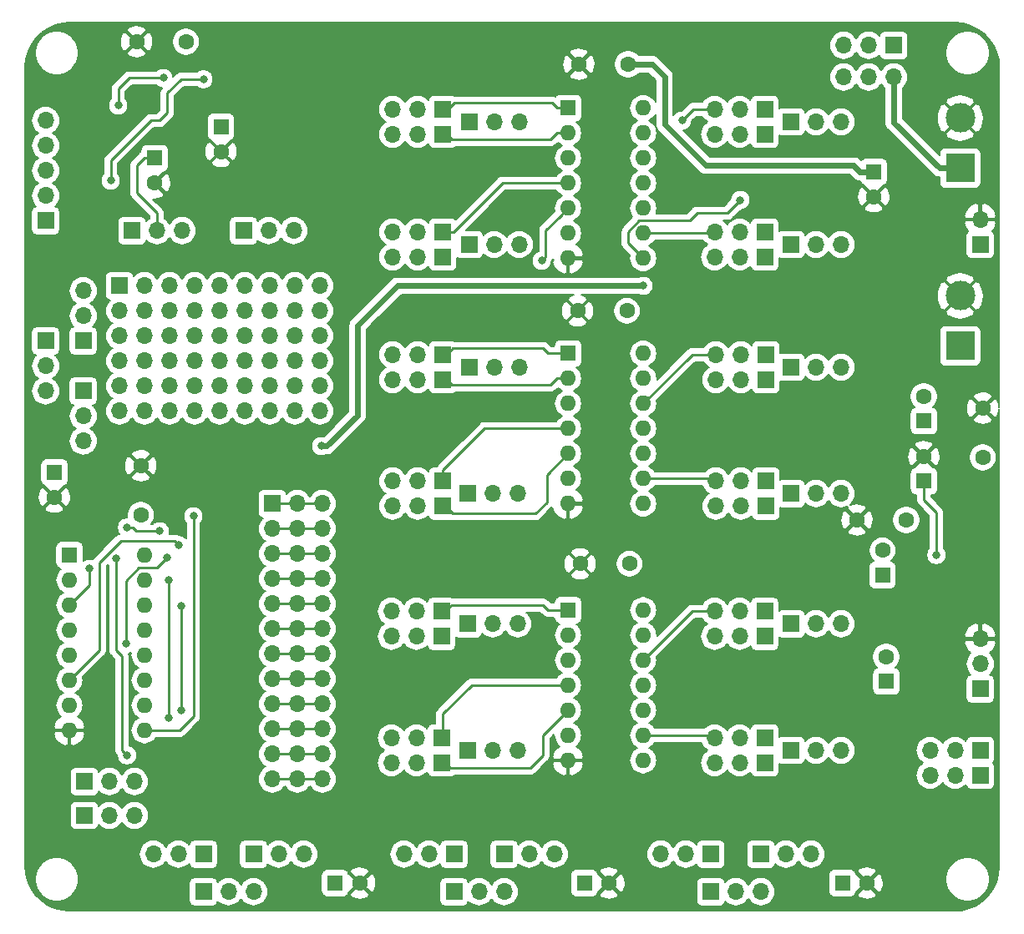
<source format=gbr>
G04 #@! TF.GenerationSoftware,KiCad,Pcbnew,(5.1.2-1)-1*
G04 #@! TF.CreationDate,2019-09-13T01:21:56-04:00*
G04 #@! TF.ProjectId,GR_SoundLogic01,47525f53-6f75-46e6-944c-6f6769633031,rev?*
G04 #@! TF.SameCoordinates,Original*
G04 #@! TF.FileFunction,Copper,L2,Bot*
G04 #@! TF.FilePolarity,Positive*
%FSLAX46Y46*%
G04 Gerber Fmt 4.6, Leading zero omitted, Abs format (unit mm)*
G04 Created by KiCad (PCBNEW (5.1.2-1)-1) date 2019-09-13 01:21:56*
%MOMM*%
%LPD*%
G04 APERTURE LIST*
%ADD10C,0.254000*%
%ADD11O,1.700000X1.700000*%
%ADD12R,1.700000X1.700000*%
%ADD13R,1.600000X1.600000*%
%ADD14C,1.600000*%
%ADD15R,3.000000X3.000000*%
%ADD16C,3.000000*%
%ADD17O,1.600000X1.600000*%
%ADD18C,0.800000*%
%ADD19C,0.609600*%
%ADD20C,0.203200*%
G04 APERTURE END LIST*
D10*
X113665000Y-94361000D02*
X118745000Y-94361000D01*
X113665000Y-96901000D02*
X118745000Y-96901000D01*
X113665000Y-99441000D02*
X118745000Y-99441000D01*
X113665000Y-101981000D02*
X118745000Y-101981000D01*
X113665000Y-104521000D02*
X118745000Y-104521000D01*
X113665000Y-107061000D02*
X118745000Y-107061000D01*
X113665000Y-109601000D02*
X118745000Y-109601000D01*
X113665000Y-112141000D02*
X118745000Y-112141000D01*
X113665000Y-114681000D02*
X118745000Y-114681000D01*
X113665000Y-117221000D02*
X118745000Y-117221000D01*
X113665000Y-119761000D02*
X118745000Y-119761000D01*
X113665000Y-122301000D02*
X118745000Y-122301000D01*
D11*
X90678000Y-55499000D03*
X90678000Y-58039000D03*
X90678000Y-60579000D03*
X90678000Y-63119000D03*
D12*
X90678000Y-65659000D03*
D11*
X118491000Y-84963000D03*
X118491000Y-82423000D03*
X118491000Y-79883000D03*
X118491000Y-77343000D03*
X118491000Y-74803000D03*
X118491000Y-72263000D03*
X115951000Y-84963000D03*
X115951000Y-82423000D03*
X115951000Y-79883000D03*
X115951000Y-77343000D03*
X115951000Y-74803000D03*
X115951000Y-72263000D03*
X113411000Y-84963000D03*
X113411000Y-82423000D03*
X113411000Y-79883000D03*
X113411000Y-77343000D03*
X113411000Y-74803000D03*
X113411000Y-72263000D03*
X110871000Y-84963000D03*
X110871000Y-82423000D03*
X110871000Y-79883000D03*
X110871000Y-77343000D03*
X110871000Y-74803000D03*
X110871000Y-72263000D03*
X108331000Y-84963000D03*
X108331000Y-82423000D03*
X108331000Y-79883000D03*
X108331000Y-77343000D03*
X108331000Y-74803000D03*
X108331000Y-72263000D03*
X105791000Y-84963000D03*
X105791000Y-82423000D03*
X105791000Y-79883000D03*
X105791000Y-77343000D03*
X105791000Y-74803000D03*
X105791000Y-72263000D03*
X103251000Y-84963000D03*
X103251000Y-82423000D03*
X103251000Y-79883000D03*
X103251000Y-77343000D03*
X103251000Y-74803000D03*
X103251000Y-72263000D03*
X100711000Y-84963000D03*
X100711000Y-82423000D03*
X100711000Y-79883000D03*
X100711000Y-77343000D03*
X100711000Y-74803000D03*
X100711000Y-72263000D03*
X98171000Y-84963000D03*
X98171000Y-82423000D03*
X98171000Y-79883000D03*
X98171000Y-77343000D03*
X98171000Y-74803000D03*
D12*
X98171000Y-72263000D03*
D13*
X179705000Y-92075000D03*
D14*
X179705000Y-89575000D03*
D13*
X175895000Y-112395000D03*
D14*
X175895000Y-109895000D03*
D13*
X179705000Y-85979000D03*
D14*
X179705000Y-83479000D03*
X175514000Y-99100000D03*
D13*
X175514000Y-101600000D03*
D14*
X185674000Y-89662000D03*
X185674000Y-84662000D03*
X108458000Y-58634000D03*
D13*
X108458000Y-56134000D03*
X101727000Y-59309000D03*
D14*
X101727000Y-61809000D03*
X173950000Y-132842000D03*
D13*
X171450000Y-132842000D03*
X145288000Y-132842000D03*
D14*
X147788000Y-132842000D03*
D13*
X120015000Y-132842000D03*
D14*
X122515000Y-132842000D03*
X91567000Y-93686000D03*
D13*
X91567000Y-91186000D03*
D14*
X104902000Y-47498000D03*
X99902000Y-47498000D03*
X144733000Y-49784000D03*
X149733000Y-49784000D03*
X149606000Y-74803000D03*
X144606000Y-74803000D03*
X144860000Y-100457000D03*
X149860000Y-100457000D03*
X100330000Y-95504000D03*
X100330000Y-90504000D03*
X172927000Y-96012000D03*
X177927000Y-96012000D03*
X174625000Y-63206000D03*
D13*
X174625000Y-60706000D03*
D12*
X185420000Y-119380000D03*
D11*
X182880000Y-119380000D03*
X180340000Y-119380000D03*
D12*
X185420000Y-121920000D03*
D11*
X182880000Y-121920000D03*
X180340000Y-121920000D03*
X115824000Y-66675000D03*
X113284000Y-66675000D03*
D12*
X110744000Y-66675000D03*
D15*
X183388000Y-78359000D03*
D16*
X183388000Y-73279000D03*
D11*
X104521000Y-66675000D03*
X101981000Y-66675000D03*
D12*
X99441000Y-66675000D03*
X158115000Y-129921000D03*
D11*
X155575000Y-129921000D03*
X153035000Y-129921000D03*
X168275000Y-129921000D03*
X165735000Y-129921000D03*
D12*
X163195000Y-129921000D03*
X94615000Y-122555000D03*
D11*
X97155000Y-122555000D03*
X99695000Y-122555000D03*
D12*
X132080000Y-129921000D03*
D11*
X129540000Y-129921000D03*
X127000000Y-129921000D03*
X142240000Y-129921000D03*
X139700000Y-129921000D03*
D12*
X137160000Y-129921000D03*
X113665000Y-94361000D03*
D11*
X113665000Y-96901000D03*
X113665000Y-99441000D03*
X113665000Y-101981000D03*
X113665000Y-104521000D03*
X113665000Y-107061000D03*
X113665000Y-109601000D03*
X113665000Y-112141000D03*
X113665000Y-114681000D03*
X113665000Y-117221000D03*
X113665000Y-119761000D03*
X113665000Y-122301000D03*
X116205000Y-94361000D03*
X116205000Y-96901000D03*
X116205000Y-99441000D03*
X116205000Y-101981000D03*
X116205000Y-104521000D03*
X116205000Y-107061000D03*
X116205000Y-109601000D03*
X116205000Y-112141000D03*
X116205000Y-114681000D03*
X116205000Y-117221000D03*
X116205000Y-119761000D03*
X116205000Y-122301000D03*
X118745000Y-94361000D03*
X118745000Y-96901000D03*
X118745000Y-99441000D03*
X118745000Y-101981000D03*
X118745000Y-104521000D03*
X118745000Y-107061000D03*
X118745000Y-109601000D03*
X118745000Y-112141000D03*
X118745000Y-114681000D03*
X118745000Y-117221000D03*
X118745000Y-119761000D03*
X118745000Y-122301000D03*
X99695000Y-125984000D03*
X97155000Y-125984000D03*
D12*
X94615000Y-125984000D03*
X106680000Y-129921000D03*
D11*
X104140000Y-129921000D03*
X101600000Y-129921000D03*
X116840000Y-129921000D03*
X114300000Y-129921000D03*
D12*
X111760000Y-129921000D03*
D11*
X94488000Y-72771000D03*
X94488000Y-75311000D03*
D12*
X94488000Y-77851000D03*
X94488000Y-82931000D03*
D11*
X94488000Y-85471000D03*
X94488000Y-88011000D03*
D16*
X183388000Y-55245000D03*
D15*
X183388000Y-60325000D03*
D12*
X185420000Y-68072000D03*
D11*
X185420000Y-65532000D03*
D12*
X185420000Y-113157000D03*
D11*
X185420000Y-110617000D03*
X185420000Y-108077000D03*
D12*
X158115000Y-133731000D03*
D11*
X160655000Y-133731000D03*
X163195000Y-133731000D03*
X137160000Y-133731000D03*
X134620000Y-133731000D03*
D12*
X132080000Y-133731000D03*
D11*
X111760000Y-133731000D03*
X109220000Y-133731000D03*
D12*
X106680000Y-133731000D03*
X90678000Y-77851000D03*
D11*
X90678000Y-80391000D03*
X90678000Y-82931000D03*
D17*
X151257000Y-79121000D03*
X143637000Y-94361000D03*
X151257000Y-81661000D03*
X143637000Y-91821000D03*
X151257000Y-84201000D03*
X143637000Y-89281000D03*
X151257000Y-86741000D03*
X143637000Y-86741000D03*
X151257000Y-89281000D03*
X143637000Y-84201000D03*
X151257000Y-91821000D03*
X143637000Y-81661000D03*
X151257000Y-94361000D03*
D13*
X143637000Y-79121000D03*
X143637000Y-54229000D03*
D17*
X151257000Y-69469000D03*
X143637000Y-56769000D03*
X151257000Y-66929000D03*
X143637000Y-59309000D03*
X151257000Y-64389000D03*
X143637000Y-61849000D03*
X151257000Y-61849000D03*
X143637000Y-64389000D03*
X151257000Y-59309000D03*
X143637000Y-66929000D03*
X151257000Y-56769000D03*
X143637000Y-69469000D03*
X151257000Y-54229000D03*
D13*
X93091000Y-99568000D03*
D17*
X100711000Y-117348000D03*
X93091000Y-102108000D03*
X100711000Y-114808000D03*
X93091000Y-104648000D03*
X100711000Y-112268000D03*
X93091000Y-107188000D03*
X100711000Y-109728000D03*
X93091000Y-109728000D03*
X100711000Y-107188000D03*
X93091000Y-112268000D03*
X100711000Y-104648000D03*
X93091000Y-114808000D03*
X100711000Y-102108000D03*
X93091000Y-117348000D03*
X100711000Y-99568000D03*
D13*
X143637000Y-105156000D03*
D17*
X151257000Y-120396000D03*
X143637000Y-107696000D03*
X151257000Y-117856000D03*
X143637000Y-110236000D03*
X151257000Y-115316000D03*
X143637000Y-112776000D03*
X151257000Y-112776000D03*
X143637000Y-115316000D03*
X151257000Y-110236000D03*
X143637000Y-117856000D03*
X151257000Y-107696000D03*
X143637000Y-120396000D03*
X151257000Y-105156000D03*
D12*
X130937000Y-79248000D03*
D11*
X128397000Y-79248000D03*
X125857000Y-79248000D03*
D12*
X163703000Y-92075000D03*
D11*
X161163000Y-92075000D03*
X158623000Y-92075000D03*
D12*
X133604000Y-80518000D03*
D11*
X136144000Y-80518000D03*
X138684000Y-80518000D03*
D12*
X166243000Y-93345000D03*
D11*
X168783000Y-93345000D03*
X171323000Y-93345000D03*
X125857000Y-81788000D03*
X128397000Y-81788000D03*
D12*
X130937000Y-81788000D03*
X163703000Y-94615000D03*
D11*
X161163000Y-94615000D03*
X158623000Y-94615000D03*
D12*
X130937000Y-92075000D03*
D11*
X128397000Y-92075000D03*
X125857000Y-92075000D03*
D12*
X163703000Y-79248000D03*
D11*
X161163000Y-79248000D03*
X158623000Y-79248000D03*
D12*
X133477000Y-93345000D03*
D11*
X136017000Y-93345000D03*
X138557000Y-93345000D03*
D12*
X166243000Y-80518000D03*
D11*
X168783000Y-80518000D03*
X171323000Y-80518000D03*
X125857000Y-94615000D03*
X128397000Y-94615000D03*
D12*
X130937000Y-94615000D03*
D11*
X158623000Y-81788000D03*
X161163000Y-81788000D03*
D12*
X163703000Y-81788000D03*
D11*
X125857000Y-54356000D03*
X128397000Y-54356000D03*
D12*
X130937000Y-54356000D03*
D11*
X158496000Y-66802000D03*
X161036000Y-66802000D03*
D12*
X163576000Y-66802000D03*
D11*
X138684000Y-55626000D03*
X136144000Y-55626000D03*
D12*
X133604000Y-55626000D03*
X166243000Y-68072000D03*
D11*
X168783000Y-68072000D03*
X171323000Y-68072000D03*
D12*
X130937000Y-56896000D03*
D11*
X128397000Y-56896000D03*
X125857000Y-56896000D03*
D12*
X163576000Y-69342000D03*
D11*
X161036000Y-69342000D03*
X158496000Y-69342000D03*
X125857000Y-66802000D03*
X128397000Y-66802000D03*
D12*
X130937000Y-66802000D03*
D11*
X158496000Y-54356000D03*
X161036000Y-54356000D03*
D12*
X163576000Y-54356000D03*
D11*
X138684000Y-68072000D03*
X136144000Y-68072000D03*
D12*
X133604000Y-68072000D03*
X166243000Y-55626000D03*
D11*
X168783000Y-55626000D03*
X171323000Y-55626000D03*
D12*
X130937000Y-69342000D03*
D11*
X128397000Y-69342000D03*
X125857000Y-69342000D03*
D12*
X163576000Y-56896000D03*
D11*
X161036000Y-56896000D03*
X158496000Y-56896000D03*
D12*
X130810000Y-105283000D03*
D11*
X128270000Y-105283000D03*
X125730000Y-105283000D03*
X158496000Y-118110000D03*
X161036000Y-118110000D03*
D12*
X163576000Y-118110000D03*
D11*
X138557000Y-106553000D03*
X136017000Y-106553000D03*
D12*
X133477000Y-106553000D03*
D11*
X171323000Y-119380000D03*
X168783000Y-119380000D03*
D12*
X166243000Y-119380000D03*
D11*
X125730000Y-107823000D03*
X128270000Y-107823000D03*
D12*
X130810000Y-107823000D03*
X163576000Y-120650000D03*
D11*
X161036000Y-120650000D03*
X158496000Y-120650000D03*
D12*
X130810000Y-118110000D03*
D11*
X128270000Y-118110000D03*
X125730000Y-118110000D03*
X158496000Y-105283000D03*
X161036000Y-105283000D03*
D12*
X163576000Y-105283000D03*
D11*
X138557000Y-119380000D03*
X136017000Y-119380000D03*
D12*
X133477000Y-119380000D03*
D11*
X171323000Y-106553000D03*
X168783000Y-106553000D03*
D12*
X166243000Y-106553000D03*
D11*
X125730000Y-120650000D03*
X128270000Y-120650000D03*
D12*
X130810000Y-120650000D03*
D11*
X158496000Y-107823000D03*
X161036000Y-107823000D03*
D12*
X163576000Y-107823000D03*
X176657000Y-47879000D03*
D11*
X176657000Y-51079000D03*
X174117000Y-47879000D03*
X174117000Y-51079000D03*
X171577000Y-47879000D03*
X171577000Y-51079000D03*
D18*
X118618000Y-88519000D03*
X151257000Y-72263000D03*
X98044000Y-53975000D03*
X102616000Y-51181000D03*
X180975000Y-99568000D03*
X155194000Y-55499000D03*
X140970000Y-69723000D03*
X97282000Y-61595000D03*
X106680000Y-51308000D03*
X161099500Y-63563500D03*
X105664000Y-95631000D03*
X98933000Y-96774000D03*
X102235000Y-97155000D03*
X104140000Y-98551996D03*
X102997000Y-99822000D03*
X98806000Y-108585000D03*
X95123000Y-100965000D03*
X104394000Y-115316000D03*
X104394000Y-104775000D03*
X103124000Y-102108000D03*
X103124000Y-116078000D03*
X98933000Y-119888000D03*
X97790000Y-99949000D03*
D19*
X119183685Y-88519000D02*
X122301000Y-85401685D01*
X118618000Y-88519000D02*
X119183685Y-88519000D01*
X122301000Y-85401685D02*
X122301000Y-76327000D01*
X122301000Y-76327000D02*
X126365000Y-72263000D01*
X126365000Y-72263000D02*
X151257000Y-72263000D01*
X151257000Y-72263000D02*
X151257000Y-72263000D01*
D10*
X98044000Y-52280730D02*
X99143730Y-51181000D01*
X98044000Y-53975000D02*
X98044000Y-52280730D01*
X99143730Y-51181000D02*
X102616000Y-51181000D01*
X102616000Y-51181000D02*
X102616000Y-51181000D01*
D19*
X153416000Y-51054000D02*
X152146000Y-49784000D01*
X153416000Y-55880000D02*
X153416000Y-51054000D01*
X174625000Y-60706000D02*
X173215400Y-60706000D01*
X173215400Y-60706000D02*
X172580400Y-60071000D01*
X172580400Y-60071000D02*
X157607000Y-60071000D01*
X152146000Y-49784000D02*
X149733000Y-49784000D01*
X157607000Y-60071000D02*
X153416000Y-55880000D01*
D10*
X180975000Y-99568000D02*
X180975000Y-95250000D01*
X179705000Y-93980000D02*
X179705000Y-92075000D01*
X180975000Y-95250000D02*
X179705000Y-93980000D01*
X101981000Y-66675000D02*
X101981000Y-64897000D01*
X101981000Y-64897000D02*
X99949000Y-62865000D01*
X100673000Y-59309000D02*
X101727000Y-59309000D01*
X99949000Y-60033000D02*
X100673000Y-59309000D01*
X99949000Y-62865000D02*
X99949000Y-60033000D01*
X130937000Y-79248000D02*
X131318000Y-79248000D01*
X131318000Y-79248000D02*
X131953000Y-78613000D01*
X131953000Y-78613000D02*
X141097000Y-78613000D01*
X141605000Y-79121000D02*
X143637000Y-79121000D01*
X141097000Y-78613000D02*
X141605000Y-79121000D01*
X158369000Y-91821000D02*
X158623000Y-92075000D01*
X151257000Y-91821000D02*
X158369000Y-91821000D01*
X130937000Y-81788000D02*
X131318000Y-81788000D01*
X131318000Y-81788000D02*
X131826000Y-82296000D01*
X142505630Y-81661000D02*
X143637000Y-81661000D01*
X141870630Y-82296000D02*
X142505630Y-81661000D01*
X131826000Y-82296000D02*
X141870630Y-82296000D01*
X130937000Y-90971000D02*
X135167000Y-86741000D01*
X130937000Y-92075000D02*
X130937000Y-90971000D01*
X135167000Y-86741000D02*
X143637000Y-86741000D01*
X156210000Y-79248000D02*
X158623000Y-79248000D01*
X151257000Y-84201000D02*
X156210000Y-79248000D01*
X130937000Y-94615000D02*
X131191000Y-94615000D01*
X131191000Y-94615000D02*
X131953000Y-95377000D01*
X131953000Y-95377000D02*
X140335000Y-95377000D01*
X140335000Y-95377000D02*
X141478000Y-94234000D01*
X141478000Y-91440000D02*
X143637000Y-89281000D01*
X141478000Y-94234000D02*
X141478000Y-91440000D01*
X130937000Y-54356000D02*
X131445000Y-54356000D01*
X131445000Y-54356000D02*
X132080000Y-53721000D01*
X132080000Y-53721000D02*
X141986000Y-53721000D01*
X142494000Y-54229000D02*
X143637000Y-54229000D01*
X141986000Y-53721000D02*
X142494000Y-54229000D01*
X158369000Y-66929000D02*
X158496000Y-66802000D01*
X151257000Y-66929000D02*
X158369000Y-66929000D01*
X130937000Y-56896000D02*
X131318000Y-56896000D01*
X131318000Y-56896000D02*
X131826000Y-57404000D01*
X142505630Y-56769000D02*
X143637000Y-56769000D01*
X141870630Y-57404000D02*
X142505630Y-56769000D01*
X131826000Y-57404000D02*
X141870630Y-57404000D01*
X132041000Y-66802000D02*
X136994000Y-61849000D01*
X130937000Y-66802000D02*
X132041000Y-66802000D01*
X136994000Y-61849000D02*
X143637000Y-61849000D01*
X156337000Y-54356000D02*
X158496000Y-54356000D01*
X155194000Y-55499000D02*
X156337000Y-54356000D01*
X142837001Y-65188999D02*
X143637000Y-64389000D01*
X141369999Y-66656001D02*
X142837001Y-65188999D01*
X141369999Y-69323001D02*
X141369999Y-66656001D01*
X140970000Y-69723000D02*
X141369999Y-69323001D01*
X130810000Y-105283000D02*
X131191000Y-105283000D01*
X131191000Y-105283000D02*
X131826000Y-104648000D01*
X131826000Y-104648000D02*
X141097000Y-104648000D01*
X141605000Y-105156000D02*
X143637000Y-105156000D01*
X141097000Y-104648000D02*
X141605000Y-105156000D01*
X158242000Y-117856000D02*
X158496000Y-118110000D01*
X151257000Y-117856000D02*
X158242000Y-117856000D01*
X130810000Y-118110000D02*
X131191000Y-118110000D01*
X131191000Y-118110000D02*
X130937000Y-117856000D01*
X130937000Y-117856000D02*
X130937000Y-115697000D01*
X133858000Y-112776000D02*
X143637000Y-112776000D01*
X130937000Y-115697000D02*
X133858000Y-112776000D01*
X156210000Y-105283000D02*
X158496000Y-105283000D01*
X151257000Y-110236000D02*
X156210000Y-105283000D01*
X130810000Y-120650000D02*
X131191000Y-120650000D01*
X131191000Y-120650000D02*
X131699000Y-121158000D01*
X131699000Y-121158000D02*
X139827000Y-121158000D01*
X139827000Y-121158000D02*
X141097000Y-119888000D01*
X141097000Y-117856000D02*
X143637000Y-115316000D01*
X141097000Y-119888000D02*
X141097000Y-117856000D01*
D19*
X176657000Y-52281081D02*
X176657000Y-51079000D01*
X176657000Y-55703600D02*
X176657000Y-52281081D01*
X181278400Y-60325000D02*
X176657000Y-55703600D01*
X183388000Y-60325000D02*
X181278400Y-60325000D01*
D10*
X97282000Y-61595000D02*
X97282000Y-59563000D01*
X97282000Y-59563000D02*
X101346000Y-55499000D01*
X101346000Y-55499000D02*
X102235000Y-55499000D01*
X102235000Y-55499000D02*
X102997000Y-54737000D01*
X102997000Y-54737000D02*
X102997000Y-52705000D01*
X102997000Y-52705000D02*
X104394000Y-51308000D01*
X104394000Y-51308000D02*
X106680000Y-51308000D01*
X106680000Y-51308000D02*
X106680000Y-51308000D01*
X151257000Y-69469000D02*
X150457001Y-68669001D01*
X150457001Y-68669001D02*
X149733000Y-67945000D01*
X149733000Y-66785038D02*
X150859038Y-65659000D01*
X149733000Y-67945000D02*
X149733000Y-66785038D01*
X150859038Y-65659000D02*
X155956000Y-65659000D01*
X155956000Y-65659000D02*
X156718000Y-64897000D01*
X156718000Y-64897000D02*
X159766000Y-64897000D01*
X159766000Y-64897000D02*
X161099500Y-63563500D01*
X161099500Y-63563500D02*
X161163000Y-63500000D01*
X105664000Y-96196685D02*
X105664000Y-95631000D01*
X105664000Y-115951000D02*
X105664000Y-96196685D01*
X104267000Y-117348000D02*
X105664000Y-115951000D01*
X100711000Y-117348000D02*
X104267000Y-117348000D01*
X99498685Y-96774000D02*
X99879685Y-97155000D01*
X98933000Y-96774000D02*
X99498685Y-96774000D01*
X99879685Y-97155000D02*
X102235000Y-97155000D01*
X102235000Y-97155000D02*
X102235000Y-97155000D01*
X103740001Y-98151997D02*
X104140000Y-98551996D01*
X98317003Y-98151997D02*
X103740001Y-98151997D01*
X96139000Y-109220000D02*
X96139000Y-100330000D01*
X96139000Y-100330000D02*
X98317003Y-98151997D01*
X93091000Y-112268000D02*
X96139000Y-109220000D01*
X100145315Y-100838000D02*
X98806000Y-102177315D01*
X98806000Y-102177315D02*
X98806000Y-108019315D01*
X101981000Y-100838000D02*
X100145315Y-100838000D01*
X102997000Y-99822000D02*
X101981000Y-100838000D01*
X98806000Y-108019315D02*
X98806000Y-108585000D01*
X93091000Y-104648000D02*
X95123000Y-102616000D01*
X95123000Y-101530685D02*
X95123000Y-100965000D01*
X95123000Y-102616000D02*
X95123000Y-101530685D01*
X104394000Y-115316000D02*
X104394000Y-108331000D01*
X104394000Y-108331000D02*
X104394000Y-104775000D01*
X104394000Y-104775000D02*
X104394000Y-104775000D01*
X103124000Y-102108000D02*
X103124000Y-116078000D01*
X103124000Y-116078000D02*
X103124000Y-116078000D01*
X97790000Y-99949000D02*
X97790000Y-99949000D01*
X98425000Y-119380000D02*
X98933000Y-119888000D01*
X98425000Y-109855000D02*
X98425000Y-119380000D01*
X97790000Y-109220000D02*
X98425000Y-109855000D01*
X97790000Y-99949000D02*
X97790000Y-109220000D01*
D20*
G36*
X183668951Y-45653185D02*
G01*
X184432964Y-45862195D01*
X185147893Y-46203199D01*
X185791139Y-46665417D01*
X186342361Y-47234234D01*
X186784145Y-47891679D01*
X187102523Y-48616964D01*
X187288581Y-49391952D01*
X187337700Y-50060822D01*
X187337700Y-84563128D01*
X187306123Y-84300632D01*
X187204263Y-83989164D01*
X187083612Y-83763441D01*
X186772702Y-83706982D01*
X185817684Y-84662000D01*
X186772702Y-85617018D01*
X187083612Y-85560559D01*
X187231827Y-85268292D01*
X187320175Y-84952725D01*
X187337700Y-84724470D01*
X187337701Y-131163278D01*
X187264815Y-131979951D01*
X187055805Y-132743963D01*
X186714798Y-133458897D01*
X186252586Y-134102136D01*
X185683765Y-134653361D01*
X185026325Y-135095144D01*
X184301036Y-135413523D01*
X183526047Y-135599581D01*
X182857178Y-135648700D01*
X93118710Y-135648700D01*
X92302049Y-135575815D01*
X91538037Y-135366805D01*
X90823103Y-135025798D01*
X90179864Y-134563586D01*
X89628639Y-133994765D01*
X89186856Y-133337325D01*
X88868477Y-132612036D01*
X88779970Y-132243373D01*
X89611400Y-132243373D01*
X89611400Y-132678627D01*
X89696314Y-133105516D01*
X89862878Y-133507638D01*
X90104692Y-133869538D01*
X90412462Y-134177308D01*
X90774362Y-134419122D01*
X91176484Y-134585686D01*
X91603373Y-134670600D01*
X92038627Y-134670600D01*
X92465516Y-134585686D01*
X92867638Y-134419122D01*
X93229538Y-134177308D01*
X93537308Y-133869538D01*
X93779122Y-133507638D01*
X93945686Y-133105516D01*
X93990345Y-132881000D01*
X105217451Y-132881000D01*
X105217451Y-134581000D01*
X105229221Y-134700502D01*
X105264079Y-134815412D01*
X105320684Y-134921314D01*
X105396862Y-135014138D01*
X105489686Y-135090316D01*
X105595588Y-135146921D01*
X105710498Y-135181779D01*
X105830000Y-135193549D01*
X107530000Y-135193549D01*
X107649502Y-135181779D01*
X107764412Y-135146921D01*
X107870314Y-135090316D01*
X107963138Y-135014138D01*
X108039316Y-134921314D01*
X108095921Y-134815412D01*
X108129880Y-134703466D01*
X108182913Y-134768087D01*
X108405166Y-134950485D01*
X108658733Y-135086019D01*
X108933868Y-135169481D01*
X109148297Y-135190600D01*
X109291703Y-135190600D01*
X109506132Y-135169481D01*
X109781267Y-135086019D01*
X110034834Y-134950485D01*
X110257087Y-134768087D01*
X110439485Y-134545834D01*
X110490000Y-134451327D01*
X110540515Y-134545834D01*
X110722913Y-134768087D01*
X110945166Y-134950485D01*
X111198733Y-135086019D01*
X111473868Y-135169481D01*
X111688297Y-135190600D01*
X111831703Y-135190600D01*
X112046132Y-135169481D01*
X112321267Y-135086019D01*
X112574834Y-134950485D01*
X112797087Y-134768087D01*
X112979485Y-134545834D01*
X113115019Y-134292267D01*
X113198481Y-134017132D01*
X113226662Y-133731000D01*
X113198481Y-133444868D01*
X113115019Y-133169733D01*
X112979485Y-132916166D01*
X112797087Y-132693913D01*
X112574834Y-132511515D01*
X112321267Y-132375981D01*
X112046132Y-132292519D01*
X111831703Y-132271400D01*
X111688297Y-132271400D01*
X111473868Y-132292519D01*
X111198733Y-132375981D01*
X110945166Y-132511515D01*
X110722913Y-132693913D01*
X110540515Y-132916166D01*
X110490000Y-133010673D01*
X110439485Y-132916166D01*
X110257087Y-132693913D01*
X110034834Y-132511515D01*
X109781267Y-132375981D01*
X109506132Y-132292519D01*
X109291703Y-132271400D01*
X109148297Y-132271400D01*
X108933868Y-132292519D01*
X108658733Y-132375981D01*
X108405166Y-132511515D01*
X108182913Y-132693913D01*
X108129880Y-132758534D01*
X108095921Y-132646588D01*
X108039316Y-132540686D01*
X107963138Y-132447862D01*
X107870314Y-132371684D01*
X107764412Y-132315079D01*
X107649502Y-132280221D01*
X107530000Y-132268451D01*
X105830000Y-132268451D01*
X105710498Y-132280221D01*
X105595588Y-132315079D01*
X105489686Y-132371684D01*
X105396862Y-132447862D01*
X105320684Y-132540686D01*
X105264079Y-132646588D01*
X105229221Y-132761498D01*
X105217451Y-132881000D01*
X93990345Y-132881000D01*
X94030600Y-132678627D01*
X94030600Y-132243373D01*
X93990545Y-132042000D01*
X118602451Y-132042000D01*
X118602451Y-133642000D01*
X118614221Y-133761502D01*
X118649079Y-133876412D01*
X118705684Y-133982314D01*
X118781862Y-134075138D01*
X118874686Y-134151316D01*
X118980588Y-134207921D01*
X119095498Y-134242779D01*
X119215000Y-134254549D01*
X120815000Y-134254549D01*
X120934502Y-134242779D01*
X121049412Y-134207921D01*
X121155314Y-134151316D01*
X121248138Y-134075138D01*
X121324316Y-133982314D01*
X121346557Y-133940702D01*
X121559982Y-133940702D01*
X121616441Y-134251612D01*
X121908708Y-134399827D01*
X122224275Y-134488175D01*
X122551014Y-134513262D01*
X122876368Y-134474123D01*
X123187836Y-134372263D01*
X123413559Y-134251612D01*
X123470018Y-133940702D01*
X122515000Y-132985684D01*
X121559982Y-133940702D01*
X121346557Y-133940702D01*
X121380921Y-133876412D01*
X121405595Y-133795074D01*
X121416298Y-133797018D01*
X122371316Y-132842000D01*
X122658684Y-132842000D01*
X123613702Y-133797018D01*
X123924612Y-133740559D01*
X124072827Y-133448292D01*
X124161175Y-133132725D01*
X124180502Y-132881000D01*
X130617451Y-132881000D01*
X130617451Y-134581000D01*
X130629221Y-134700502D01*
X130664079Y-134815412D01*
X130720684Y-134921314D01*
X130796862Y-135014138D01*
X130889686Y-135090316D01*
X130995588Y-135146921D01*
X131110498Y-135181779D01*
X131230000Y-135193549D01*
X132930000Y-135193549D01*
X133049502Y-135181779D01*
X133164412Y-135146921D01*
X133270314Y-135090316D01*
X133363138Y-135014138D01*
X133439316Y-134921314D01*
X133495921Y-134815412D01*
X133529880Y-134703466D01*
X133582913Y-134768087D01*
X133805166Y-134950485D01*
X134058733Y-135086019D01*
X134333868Y-135169481D01*
X134548297Y-135190600D01*
X134691703Y-135190600D01*
X134906132Y-135169481D01*
X135181267Y-135086019D01*
X135434834Y-134950485D01*
X135657087Y-134768087D01*
X135839485Y-134545834D01*
X135890000Y-134451327D01*
X135940515Y-134545834D01*
X136122913Y-134768087D01*
X136345166Y-134950485D01*
X136598733Y-135086019D01*
X136873868Y-135169481D01*
X137088297Y-135190600D01*
X137231703Y-135190600D01*
X137446132Y-135169481D01*
X137721267Y-135086019D01*
X137974834Y-134950485D01*
X138197087Y-134768087D01*
X138379485Y-134545834D01*
X138515019Y-134292267D01*
X138598481Y-134017132D01*
X138626662Y-133731000D01*
X138598481Y-133444868D01*
X138515019Y-133169733D01*
X138379485Y-132916166D01*
X138197087Y-132693913D01*
X137974834Y-132511515D01*
X137721267Y-132375981D01*
X137446132Y-132292519D01*
X137231703Y-132271400D01*
X137088297Y-132271400D01*
X136873868Y-132292519D01*
X136598733Y-132375981D01*
X136345166Y-132511515D01*
X136122913Y-132693913D01*
X135940515Y-132916166D01*
X135890000Y-133010673D01*
X135839485Y-132916166D01*
X135657087Y-132693913D01*
X135434834Y-132511515D01*
X135181267Y-132375981D01*
X134906132Y-132292519D01*
X134691703Y-132271400D01*
X134548297Y-132271400D01*
X134333868Y-132292519D01*
X134058733Y-132375981D01*
X133805166Y-132511515D01*
X133582913Y-132693913D01*
X133529880Y-132758534D01*
X133495921Y-132646588D01*
X133439316Y-132540686D01*
X133363138Y-132447862D01*
X133270314Y-132371684D01*
X133164412Y-132315079D01*
X133049502Y-132280221D01*
X132930000Y-132268451D01*
X131230000Y-132268451D01*
X131110498Y-132280221D01*
X130995588Y-132315079D01*
X130889686Y-132371684D01*
X130796862Y-132447862D01*
X130720684Y-132540686D01*
X130664079Y-132646588D01*
X130629221Y-132761498D01*
X130617451Y-132881000D01*
X124180502Y-132881000D01*
X124186262Y-132805986D01*
X124147123Y-132480632D01*
X124045263Y-132169164D01*
X123977293Y-132042000D01*
X143875451Y-132042000D01*
X143875451Y-133642000D01*
X143887221Y-133761502D01*
X143922079Y-133876412D01*
X143978684Y-133982314D01*
X144054862Y-134075138D01*
X144147686Y-134151316D01*
X144253588Y-134207921D01*
X144368498Y-134242779D01*
X144488000Y-134254549D01*
X146088000Y-134254549D01*
X146207502Y-134242779D01*
X146322412Y-134207921D01*
X146428314Y-134151316D01*
X146521138Y-134075138D01*
X146597316Y-133982314D01*
X146619557Y-133940702D01*
X146832982Y-133940702D01*
X146889441Y-134251612D01*
X147181708Y-134399827D01*
X147497275Y-134488175D01*
X147824014Y-134513262D01*
X148149368Y-134474123D01*
X148460836Y-134372263D01*
X148686559Y-134251612D01*
X148743018Y-133940702D01*
X147788000Y-132985684D01*
X146832982Y-133940702D01*
X146619557Y-133940702D01*
X146653921Y-133876412D01*
X146678595Y-133795074D01*
X146689298Y-133797018D01*
X147644316Y-132842000D01*
X147931684Y-132842000D01*
X148886702Y-133797018D01*
X149197612Y-133740559D01*
X149345827Y-133448292D01*
X149434175Y-133132725D01*
X149453502Y-132881000D01*
X156652451Y-132881000D01*
X156652451Y-134581000D01*
X156664221Y-134700502D01*
X156699079Y-134815412D01*
X156755684Y-134921314D01*
X156831862Y-135014138D01*
X156924686Y-135090316D01*
X157030588Y-135146921D01*
X157145498Y-135181779D01*
X157265000Y-135193549D01*
X158965000Y-135193549D01*
X159084502Y-135181779D01*
X159199412Y-135146921D01*
X159305314Y-135090316D01*
X159398138Y-135014138D01*
X159474316Y-134921314D01*
X159530921Y-134815412D01*
X159564880Y-134703466D01*
X159617913Y-134768087D01*
X159840166Y-134950485D01*
X160093733Y-135086019D01*
X160368868Y-135169481D01*
X160583297Y-135190600D01*
X160726703Y-135190600D01*
X160941132Y-135169481D01*
X161216267Y-135086019D01*
X161469834Y-134950485D01*
X161692087Y-134768087D01*
X161874485Y-134545834D01*
X161925000Y-134451327D01*
X161975515Y-134545834D01*
X162157913Y-134768087D01*
X162380166Y-134950485D01*
X162633733Y-135086019D01*
X162908868Y-135169481D01*
X163123297Y-135190600D01*
X163266703Y-135190600D01*
X163481132Y-135169481D01*
X163756267Y-135086019D01*
X164009834Y-134950485D01*
X164232087Y-134768087D01*
X164414485Y-134545834D01*
X164550019Y-134292267D01*
X164633481Y-134017132D01*
X164661662Y-133731000D01*
X164633481Y-133444868D01*
X164550019Y-133169733D01*
X164414485Y-132916166D01*
X164232087Y-132693913D01*
X164009834Y-132511515D01*
X163756267Y-132375981D01*
X163481132Y-132292519D01*
X163266703Y-132271400D01*
X163123297Y-132271400D01*
X162908868Y-132292519D01*
X162633733Y-132375981D01*
X162380166Y-132511515D01*
X162157913Y-132693913D01*
X161975515Y-132916166D01*
X161925000Y-133010673D01*
X161874485Y-132916166D01*
X161692087Y-132693913D01*
X161469834Y-132511515D01*
X161216267Y-132375981D01*
X160941132Y-132292519D01*
X160726703Y-132271400D01*
X160583297Y-132271400D01*
X160368868Y-132292519D01*
X160093733Y-132375981D01*
X159840166Y-132511515D01*
X159617913Y-132693913D01*
X159564880Y-132758534D01*
X159530921Y-132646588D01*
X159474316Y-132540686D01*
X159398138Y-132447862D01*
X159305314Y-132371684D01*
X159199412Y-132315079D01*
X159084502Y-132280221D01*
X158965000Y-132268451D01*
X157265000Y-132268451D01*
X157145498Y-132280221D01*
X157030588Y-132315079D01*
X156924686Y-132371684D01*
X156831862Y-132447862D01*
X156755684Y-132540686D01*
X156699079Y-132646588D01*
X156664221Y-132761498D01*
X156652451Y-132881000D01*
X149453502Y-132881000D01*
X149459262Y-132805986D01*
X149420123Y-132480632D01*
X149318263Y-132169164D01*
X149250293Y-132042000D01*
X170037451Y-132042000D01*
X170037451Y-133642000D01*
X170049221Y-133761502D01*
X170084079Y-133876412D01*
X170140684Y-133982314D01*
X170216862Y-134075138D01*
X170309686Y-134151316D01*
X170415588Y-134207921D01*
X170530498Y-134242779D01*
X170650000Y-134254549D01*
X172250000Y-134254549D01*
X172369502Y-134242779D01*
X172484412Y-134207921D01*
X172590314Y-134151316D01*
X172683138Y-134075138D01*
X172759316Y-133982314D01*
X172781557Y-133940702D01*
X172994982Y-133940702D01*
X173051441Y-134251612D01*
X173343708Y-134399827D01*
X173659275Y-134488175D01*
X173986014Y-134513262D01*
X174311368Y-134474123D01*
X174622836Y-134372263D01*
X174848559Y-134251612D01*
X174905018Y-133940702D01*
X173950000Y-132985684D01*
X172994982Y-133940702D01*
X172781557Y-133940702D01*
X172815921Y-133876412D01*
X172840595Y-133795074D01*
X172851298Y-133797018D01*
X173806316Y-132842000D01*
X174093684Y-132842000D01*
X175048702Y-133797018D01*
X175359612Y-133740559D01*
X175507827Y-133448292D01*
X175596175Y-133132725D01*
X175621262Y-132805986D01*
X175582123Y-132480632D01*
X175504532Y-132243373D01*
X181940400Y-132243373D01*
X181940400Y-132678627D01*
X182025314Y-133105516D01*
X182191878Y-133507638D01*
X182433692Y-133869538D01*
X182741462Y-134177308D01*
X183103362Y-134419122D01*
X183505484Y-134585686D01*
X183932373Y-134670600D01*
X184367627Y-134670600D01*
X184794516Y-134585686D01*
X185196638Y-134419122D01*
X185558538Y-134177308D01*
X185866308Y-133869538D01*
X186108122Y-133507638D01*
X186274686Y-133105516D01*
X186359600Y-132678627D01*
X186359600Y-132243373D01*
X186274686Y-131816484D01*
X186108122Y-131414362D01*
X185866308Y-131052462D01*
X185558538Y-130744692D01*
X185196638Y-130502878D01*
X184794516Y-130336314D01*
X184367627Y-130251400D01*
X183932373Y-130251400D01*
X183505484Y-130336314D01*
X183103362Y-130502878D01*
X182741462Y-130744692D01*
X182433692Y-131052462D01*
X182191878Y-131414362D01*
X182025314Y-131816484D01*
X181940400Y-132243373D01*
X175504532Y-132243373D01*
X175480263Y-132169164D01*
X175359612Y-131943441D01*
X175048702Y-131886982D01*
X174093684Y-132842000D01*
X173806316Y-132842000D01*
X172851298Y-131886982D01*
X172840595Y-131888926D01*
X172815921Y-131807588D01*
X172781558Y-131743298D01*
X172994982Y-131743298D01*
X173950000Y-132698316D01*
X174905018Y-131743298D01*
X174848559Y-131432388D01*
X174556292Y-131284173D01*
X174240725Y-131195825D01*
X173913986Y-131170738D01*
X173588632Y-131209877D01*
X173277164Y-131311737D01*
X173051441Y-131432388D01*
X172994982Y-131743298D01*
X172781558Y-131743298D01*
X172759316Y-131701686D01*
X172683138Y-131608862D01*
X172590314Y-131532684D01*
X172484412Y-131476079D01*
X172369502Y-131441221D01*
X172250000Y-131429451D01*
X170650000Y-131429451D01*
X170530498Y-131441221D01*
X170415588Y-131476079D01*
X170309686Y-131532684D01*
X170216862Y-131608862D01*
X170140684Y-131701686D01*
X170084079Y-131807588D01*
X170049221Y-131922498D01*
X170037451Y-132042000D01*
X149250293Y-132042000D01*
X149197612Y-131943441D01*
X148886702Y-131886982D01*
X147931684Y-132842000D01*
X147644316Y-132842000D01*
X146689298Y-131886982D01*
X146678595Y-131888926D01*
X146653921Y-131807588D01*
X146619558Y-131743298D01*
X146832982Y-131743298D01*
X147788000Y-132698316D01*
X148743018Y-131743298D01*
X148686559Y-131432388D01*
X148394292Y-131284173D01*
X148078725Y-131195825D01*
X147751986Y-131170738D01*
X147426632Y-131209877D01*
X147115164Y-131311737D01*
X146889441Y-131432388D01*
X146832982Y-131743298D01*
X146619558Y-131743298D01*
X146597316Y-131701686D01*
X146521138Y-131608862D01*
X146428314Y-131532684D01*
X146322412Y-131476079D01*
X146207502Y-131441221D01*
X146088000Y-131429451D01*
X144488000Y-131429451D01*
X144368498Y-131441221D01*
X144253588Y-131476079D01*
X144147686Y-131532684D01*
X144054862Y-131608862D01*
X143978684Y-131701686D01*
X143922079Y-131807588D01*
X143887221Y-131922498D01*
X143875451Y-132042000D01*
X123977293Y-132042000D01*
X123924612Y-131943441D01*
X123613702Y-131886982D01*
X122658684Y-132842000D01*
X122371316Y-132842000D01*
X121416298Y-131886982D01*
X121405595Y-131888926D01*
X121380921Y-131807588D01*
X121346558Y-131743298D01*
X121559982Y-131743298D01*
X122515000Y-132698316D01*
X123470018Y-131743298D01*
X123413559Y-131432388D01*
X123121292Y-131284173D01*
X122805725Y-131195825D01*
X122478986Y-131170738D01*
X122153632Y-131209877D01*
X121842164Y-131311737D01*
X121616441Y-131432388D01*
X121559982Y-131743298D01*
X121346558Y-131743298D01*
X121324316Y-131701686D01*
X121248138Y-131608862D01*
X121155314Y-131532684D01*
X121049412Y-131476079D01*
X120934502Y-131441221D01*
X120815000Y-131429451D01*
X119215000Y-131429451D01*
X119095498Y-131441221D01*
X118980588Y-131476079D01*
X118874686Y-131532684D01*
X118781862Y-131608862D01*
X118705684Y-131701686D01*
X118649079Y-131807588D01*
X118614221Y-131922498D01*
X118602451Y-132042000D01*
X93990545Y-132042000D01*
X93945686Y-131816484D01*
X93779122Y-131414362D01*
X93537308Y-131052462D01*
X93229538Y-130744692D01*
X92867638Y-130502878D01*
X92465516Y-130336314D01*
X92038627Y-130251400D01*
X91603373Y-130251400D01*
X91176484Y-130336314D01*
X90774362Y-130502878D01*
X90412462Y-130744692D01*
X90104692Y-131052462D01*
X89862878Y-131414362D01*
X89696314Y-131816484D01*
X89611400Y-132243373D01*
X88779970Y-132243373D01*
X88682419Y-131837047D01*
X88633300Y-131168178D01*
X88633300Y-129921000D01*
X100133338Y-129921000D01*
X100161519Y-130207132D01*
X100244981Y-130482267D01*
X100380515Y-130735834D01*
X100562913Y-130958087D01*
X100785166Y-131140485D01*
X101038733Y-131276019D01*
X101313868Y-131359481D01*
X101528297Y-131380600D01*
X101671703Y-131380600D01*
X101886132Y-131359481D01*
X102161267Y-131276019D01*
X102414834Y-131140485D01*
X102637087Y-130958087D01*
X102819485Y-130735834D01*
X102870000Y-130641327D01*
X102920515Y-130735834D01*
X103102913Y-130958087D01*
X103325166Y-131140485D01*
X103578733Y-131276019D01*
X103853868Y-131359481D01*
X104068297Y-131380600D01*
X104211703Y-131380600D01*
X104426132Y-131359481D01*
X104701267Y-131276019D01*
X104954834Y-131140485D01*
X105177087Y-130958087D01*
X105230120Y-130893466D01*
X105264079Y-131005412D01*
X105320684Y-131111314D01*
X105396862Y-131204138D01*
X105489686Y-131280316D01*
X105595588Y-131336921D01*
X105710498Y-131371779D01*
X105830000Y-131383549D01*
X107530000Y-131383549D01*
X107649502Y-131371779D01*
X107764412Y-131336921D01*
X107870314Y-131280316D01*
X107963138Y-131204138D01*
X108039316Y-131111314D01*
X108095921Y-131005412D01*
X108130779Y-130890502D01*
X108142549Y-130771000D01*
X108142549Y-129071000D01*
X110297451Y-129071000D01*
X110297451Y-130771000D01*
X110309221Y-130890502D01*
X110344079Y-131005412D01*
X110400684Y-131111314D01*
X110476862Y-131204138D01*
X110569686Y-131280316D01*
X110675588Y-131336921D01*
X110790498Y-131371779D01*
X110910000Y-131383549D01*
X112610000Y-131383549D01*
X112729502Y-131371779D01*
X112844412Y-131336921D01*
X112950314Y-131280316D01*
X113043138Y-131204138D01*
X113119316Y-131111314D01*
X113175921Y-131005412D01*
X113209880Y-130893466D01*
X113262913Y-130958087D01*
X113485166Y-131140485D01*
X113738733Y-131276019D01*
X114013868Y-131359481D01*
X114228297Y-131380600D01*
X114371703Y-131380600D01*
X114586132Y-131359481D01*
X114861267Y-131276019D01*
X115114834Y-131140485D01*
X115337087Y-130958087D01*
X115519485Y-130735834D01*
X115570000Y-130641327D01*
X115620515Y-130735834D01*
X115802913Y-130958087D01*
X116025166Y-131140485D01*
X116278733Y-131276019D01*
X116553868Y-131359481D01*
X116768297Y-131380600D01*
X116911703Y-131380600D01*
X117126132Y-131359481D01*
X117401267Y-131276019D01*
X117654834Y-131140485D01*
X117877087Y-130958087D01*
X118059485Y-130735834D01*
X118195019Y-130482267D01*
X118278481Y-130207132D01*
X118306662Y-129921000D01*
X125533338Y-129921000D01*
X125561519Y-130207132D01*
X125644981Y-130482267D01*
X125780515Y-130735834D01*
X125962913Y-130958087D01*
X126185166Y-131140485D01*
X126438733Y-131276019D01*
X126713868Y-131359481D01*
X126928297Y-131380600D01*
X127071703Y-131380600D01*
X127286132Y-131359481D01*
X127561267Y-131276019D01*
X127814834Y-131140485D01*
X128037087Y-130958087D01*
X128219485Y-130735834D01*
X128270000Y-130641327D01*
X128320515Y-130735834D01*
X128502913Y-130958087D01*
X128725166Y-131140485D01*
X128978733Y-131276019D01*
X129253868Y-131359481D01*
X129468297Y-131380600D01*
X129611703Y-131380600D01*
X129826132Y-131359481D01*
X130101267Y-131276019D01*
X130354834Y-131140485D01*
X130577087Y-130958087D01*
X130630120Y-130893466D01*
X130664079Y-131005412D01*
X130720684Y-131111314D01*
X130796862Y-131204138D01*
X130889686Y-131280316D01*
X130995588Y-131336921D01*
X131110498Y-131371779D01*
X131230000Y-131383549D01*
X132930000Y-131383549D01*
X133049502Y-131371779D01*
X133164412Y-131336921D01*
X133270314Y-131280316D01*
X133363138Y-131204138D01*
X133439316Y-131111314D01*
X133495921Y-131005412D01*
X133530779Y-130890502D01*
X133542549Y-130771000D01*
X133542549Y-129071000D01*
X135697451Y-129071000D01*
X135697451Y-130771000D01*
X135709221Y-130890502D01*
X135744079Y-131005412D01*
X135800684Y-131111314D01*
X135876862Y-131204138D01*
X135969686Y-131280316D01*
X136075588Y-131336921D01*
X136190498Y-131371779D01*
X136310000Y-131383549D01*
X138010000Y-131383549D01*
X138129502Y-131371779D01*
X138244412Y-131336921D01*
X138350314Y-131280316D01*
X138443138Y-131204138D01*
X138519316Y-131111314D01*
X138575921Y-131005412D01*
X138609880Y-130893466D01*
X138662913Y-130958087D01*
X138885166Y-131140485D01*
X139138733Y-131276019D01*
X139413868Y-131359481D01*
X139628297Y-131380600D01*
X139771703Y-131380600D01*
X139986132Y-131359481D01*
X140261267Y-131276019D01*
X140514834Y-131140485D01*
X140737087Y-130958087D01*
X140919485Y-130735834D01*
X140970000Y-130641327D01*
X141020515Y-130735834D01*
X141202913Y-130958087D01*
X141425166Y-131140485D01*
X141678733Y-131276019D01*
X141953868Y-131359481D01*
X142168297Y-131380600D01*
X142311703Y-131380600D01*
X142526132Y-131359481D01*
X142801267Y-131276019D01*
X143054834Y-131140485D01*
X143277087Y-130958087D01*
X143459485Y-130735834D01*
X143595019Y-130482267D01*
X143678481Y-130207132D01*
X143706662Y-129921000D01*
X151568338Y-129921000D01*
X151596519Y-130207132D01*
X151679981Y-130482267D01*
X151815515Y-130735834D01*
X151997913Y-130958087D01*
X152220166Y-131140485D01*
X152473733Y-131276019D01*
X152748868Y-131359481D01*
X152963297Y-131380600D01*
X153106703Y-131380600D01*
X153321132Y-131359481D01*
X153596267Y-131276019D01*
X153849834Y-131140485D01*
X154072087Y-130958087D01*
X154254485Y-130735834D01*
X154305000Y-130641327D01*
X154355515Y-130735834D01*
X154537913Y-130958087D01*
X154760166Y-131140485D01*
X155013733Y-131276019D01*
X155288868Y-131359481D01*
X155503297Y-131380600D01*
X155646703Y-131380600D01*
X155861132Y-131359481D01*
X156136267Y-131276019D01*
X156389834Y-131140485D01*
X156612087Y-130958087D01*
X156665120Y-130893466D01*
X156699079Y-131005412D01*
X156755684Y-131111314D01*
X156831862Y-131204138D01*
X156924686Y-131280316D01*
X157030588Y-131336921D01*
X157145498Y-131371779D01*
X157265000Y-131383549D01*
X158965000Y-131383549D01*
X159084502Y-131371779D01*
X159199412Y-131336921D01*
X159305314Y-131280316D01*
X159398138Y-131204138D01*
X159474316Y-131111314D01*
X159530921Y-131005412D01*
X159565779Y-130890502D01*
X159577549Y-130771000D01*
X159577549Y-129071000D01*
X161732451Y-129071000D01*
X161732451Y-130771000D01*
X161744221Y-130890502D01*
X161779079Y-131005412D01*
X161835684Y-131111314D01*
X161911862Y-131204138D01*
X162004686Y-131280316D01*
X162110588Y-131336921D01*
X162225498Y-131371779D01*
X162345000Y-131383549D01*
X164045000Y-131383549D01*
X164164502Y-131371779D01*
X164279412Y-131336921D01*
X164385314Y-131280316D01*
X164478138Y-131204138D01*
X164554316Y-131111314D01*
X164610921Y-131005412D01*
X164644880Y-130893466D01*
X164697913Y-130958087D01*
X164920166Y-131140485D01*
X165173733Y-131276019D01*
X165448868Y-131359481D01*
X165663297Y-131380600D01*
X165806703Y-131380600D01*
X166021132Y-131359481D01*
X166296267Y-131276019D01*
X166549834Y-131140485D01*
X166772087Y-130958087D01*
X166954485Y-130735834D01*
X167005000Y-130641327D01*
X167055515Y-130735834D01*
X167237913Y-130958087D01*
X167460166Y-131140485D01*
X167713733Y-131276019D01*
X167988868Y-131359481D01*
X168203297Y-131380600D01*
X168346703Y-131380600D01*
X168561132Y-131359481D01*
X168836267Y-131276019D01*
X169089834Y-131140485D01*
X169312087Y-130958087D01*
X169494485Y-130735834D01*
X169630019Y-130482267D01*
X169713481Y-130207132D01*
X169741662Y-129921000D01*
X169713481Y-129634868D01*
X169630019Y-129359733D01*
X169494485Y-129106166D01*
X169312087Y-128883913D01*
X169089834Y-128701515D01*
X168836267Y-128565981D01*
X168561132Y-128482519D01*
X168346703Y-128461400D01*
X168203297Y-128461400D01*
X167988868Y-128482519D01*
X167713733Y-128565981D01*
X167460166Y-128701515D01*
X167237913Y-128883913D01*
X167055515Y-129106166D01*
X167005000Y-129200673D01*
X166954485Y-129106166D01*
X166772087Y-128883913D01*
X166549834Y-128701515D01*
X166296267Y-128565981D01*
X166021132Y-128482519D01*
X165806703Y-128461400D01*
X165663297Y-128461400D01*
X165448868Y-128482519D01*
X165173733Y-128565981D01*
X164920166Y-128701515D01*
X164697913Y-128883913D01*
X164644880Y-128948534D01*
X164610921Y-128836588D01*
X164554316Y-128730686D01*
X164478138Y-128637862D01*
X164385314Y-128561684D01*
X164279412Y-128505079D01*
X164164502Y-128470221D01*
X164045000Y-128458451D01*
X162345000Y-128458451D01*
X162225498Y-128470221D01*
X162110588Y-128505079D01*
X162004686Y-128561684D01*
X161911862Y-128637862D01*
X161835684Y-128730686D01*
X161779079Y-128836588D01*
X161744221Y-128951498D01*
X161732451Y-129071000D01*
X159577549Y-129071000D01*
X159565779Y-128951498D01*
X159530921Y-128836588D01*
X159474316Y-128730686D01*
X159398138Y-128637862D01*
X159305314Y-128561684D01*
X159199412Y-128505079D01*
X159084502Y-128470221D01*
X158965000Y-128458451D01*
X157265000Y-128458451D01*
X157145498Y-128470221D01*
X157030588Y-128505079D01*
X156924686Y-128561684D01*
X156831862Y-128637862D01*
X156755684Y-128730686D01*
X156699079Y-128836588D01*
X156665120Y-128948534D01*
X156612087Y-128883913D01*
X156389834Y-128701515D01*
X156136267Y-128565981D01*
X155861132Y-128482519D01*
X155646703Y-128461400D01*
X155503297Y-128461400D01*
X155288868Y-128482519D01*
X155013733Y-128565981D01*
X154760166Y-128701515D01*
X154537913Y-128883913D01*
X154355515Y-129106166D01*
X154305000Y-129200673D01*
X154254485Y-129106166D01*
X154072087Y-128883913D01*
X153849834Y-128701515D01*
X153596267Y-128565981D01*
X153321132Y-128482519D01*
X153106703Y-128461400D01*
X152963297Y-128461400D01*
X152748868Y-128482519D01*
X152473733Y-128565981D01*
X152220166Y-128701515D01*
X151997913Y-128883913D01*
X151815515Y-129106166D01*
X151679981Y-129359733D01*
X151596519Y-129634868D01*
X151568338Y-129921000D01*
X143706662Y-129921000D01*
X143678481Y-129634868D01*
X143595019Y-129359733D01*
X143459485Y-129106166D01*
X143277087Y-128883913D01*
X143054834Y-128701515D01*
X142801267Y-128565981D01*
X142526132Y-128482519D01*
X142311703Y-128461400D01*
X142168297Y-128461400D01*
X141953868Y-128482519D01*
X141678733Y-128565981D01*
X141425166Y-128701515D01*
X141202913Y-128883913D01*
X141020515Y-129106166D01*
X140970000Y-129200673D01*
X140919485Y-129106166D01*
X140737087Y-128883913D01*
X140514834Y-128701515D01*
X140261267Y-128565981D01*
X139986132Y-128482519D01*
X139771703Y-128461400D01*
X139628297Y-128461400D01*
X139413868Y-128482519D01*
X139138733Y-128565981D01*
X138885166Y-128701515D01*
X138662913Y-128883913D01*
X138609880Y-128948534D01*
X138575921Y-128836588D01*
X138519316Y-128730686D01*
X138443138Y-128637862D01*
X138350314Y-128561684D01*
X138244412Y-128505079D01*
X138129502Y-128470221D01*
X138010000Y-128458451D01*
X136310000Y-128458451D01*
X136190498Y-128470221D01*
X136075588Y-128505079D01*
X135969686Y-128561684D01*
X135876862Y-128637862D01*
X135800684Y-128730686D01*
X135744079Y-128836588D01*
X135709221Y-128951498D01*
X135697451Y-129071000D01*
X133542549Y-129071000D01*
X133530779Y-128951498D01*
X133495921Y-128836588D01*
X133439316Y-128730686D01*
X133363138Y-128637862D01*
X133270314Y-128561684D01*
X133164412Y-128505079D01*
X133049502Y-128470221D01*
X132930000Y-128458451D01*
X131230000Y-128458451D01*
X131110498Y-128470221D01*
X130995588Y-128505079D01*
X130889686Y-128561684D01*
X130796862Y-128637862D01*
X130720684Y-128730686D01*
X130664079Y-128836588D01*
X130630120Y-128948534D01*
X130577087Y-128883913D01*
X130354834Y-128701515D01*
X130101267Y-128565981D01*
X129826132Y-128482519D01*
X129611703Y-128461400D01*
X129468297Y-128461400D01*
X129253868Y-128482519D01*
X128978733Y-128565981D01*
X128725166Y-128701515D01*
X128502913Y-128883913D01*
X128320515Y-129106166D01*
X128270000Y-129200673D01*
X128219485Y-129106166D01*
X128037087Y-128883913D01*
X127814834Y-128701515D01*
X127561267Y-128565981D01*
X127286132Y-128482519D01*
X127071703Y-128461400D01*
X126928297Y-128461400D01*
X126713868Y-128482519D01*
X126438733Y-128565981D01*
X126185166Y-128701515D01*
X125962913Y-128883913D01*
X125780515Y-129106166D01*
X125644981Y-129359733D01*
X125561519Y-129634868D01*
X125533338Y-129921000D01*
X118306662Y-129921000D01*
X118278481Y-129634868D01*
X118195019Y-129359733D01*
X118059485Y-129106166D01*
X117877087Y-128883913D01*
X117654834Y-128701515D01*
X117401267Y-128565981D01*
X117126132Y-128482519D01*
X116911703Y-128461400D01*
X116768297Y-128461400D01*
X116553868Y-128482519D01*
X116278733Y-128565981D01*
X116025166Y-128701515D01*
X115802913Y-128883913D01*
X115620515Y-129106166D01*
X115570000Y-129200673D01*
X115519485Y-129106166D01*
X115337087Y-128883913D01*
X115114834Y-128701515D01*
X114861267Y-128565981D01*
X114586132Y-128482519D01*
X114371703Y-128461400D01*
X114228297Y-128461400D01*
X114013868Y-128482519D01*
X113738733Y-128565981D01*
X113485166Y-128701515D01*
X113262913Y-128883913D01*
X113209880Y-128948534D01*
X113175921Y-128836588D01*
X113119316Y-128730686D01*
X113043138Y-128637862D01*
X112950314Y-128561684D01*
X112844412Y-128505079D01*
X112729502Y-128470221D01*
X112610000Y-128458451D01*
X110910000Y-128458451D01*
X110790498Y-128470221D01*
X110675588Y-128505079D01*
X110569686Y-128561684D01*
X110476862Y-128637862D01*
X110400684Y-128730686D01*
X110344079Y-128836588D01*
X110309221Y-128951498D01*
X110297451Y-129071000D01*
X108142549Y-129071000D01*
X108130779Y-128951498D01*
X108095921Y-128836588D01*
X108039316Y-128730686D01*
X107963138Y-128637862D01*
X107870314Y-128561684D01*
X107764412Y-128505079D01*
X107649502Y-128470221D01*
X107530000Y-128458451D01*
X105830000Y-128458451D01*
X105710498Y-128470221D01*
X105595588Y-128505079D01*
X105489686Y-128561684D01*
X105396862Y-128637862D01*
X105320684Y-128730686D01*
X105264079Y-128836588D01*
X105230120Y-128948534D01*
X105177087Y-128883913D01*
X104954834Y-128701515D01*
X104701267Y-128565981D01*
X104426132Y-128482519D01*
X104211703Y-128461400D01*
X104068297Y-128461400D01*
X103853868Y-128482519D01*
X103578733Y-128565981D01*
X103325166Y-128701515D01*
X103102913Y-128883913D01*
X102920515Y-129106166D01*
X102870000Y-129200673D01*
X102819485Y-129106166D01*
X102637087Y-128883913D01*
X102414834Y-128701515D01*
X102161267Y-128565981D01*
X101886132Y-128482519D01*
X101671703Y-128461400D01*
X101528297Y-128461400D01*
X101313868Y-128482519D01*
X101038733Y-128565981D01*
X100785166Y-128701515D01*
X100562913Y-128883913D01*
X100380515Y-129106166D01*
X100244981Y-129359733D01*
X100161519Y-129634868D01*
X100133338Y-129921000D01*
X88633300Y-129921000D01*
X88633300Y-125134000D01*
X93152451Y-125134000D01*
X93152451Y-126834000D01*
X93164221Y-126953502D01*
X93199079Y-127068412D01*
X93255684Y-127174314D01*
X93331862Y-127267138D01*
X93424686Y-127343316D01*
X93530588Y-127399921D01*
X93645498Y-127434779D01*
X93765000Y-127446549D01*
X95465000Y-127446549D01*
X95584502Y-127434779D01*
X95699412Y-127399921D01*
X95805314Y-127343316D01*
X95898138Y-127267138D01*
X95974316Y-127174314D01*
X96030921Y-127068412D01*
X96064880Y-126956466D01*
X96117913Y-127021087D01*
X96340166Y-127203485D01*
X96593733Y-127339019D01*
X96868868Y-127422481D01*
X97083297Y-127443600D01*
X97226703Y-127443600D01*
X97441132Y-127422481D01*
X97716267Y-127339019D01*
X97969834Y-127203485D01*
X98192087Y-127021087D01*
X98374485Y-126798834D01*
X98425000Y-126704327D01*
X98475515Y-126798834D01*
X98657913Y-127021087D01*
X98880166Y-127203485D01*
X99133733Y-127339019D01*
X99408868Y-127422481D01*
X99623297Y-127443600D01*
X99766703Y-127443600D01*
X99981132Y-127422481D01*
X100256267Y-127339019D01*
X100509834Y-127203485D01*
X100732087Y-127021087D01*
X100914485Y-126798834D01*
X101050019Y-126545267D01*
X101133481Y-126270132D01*
X101161662Y-125984000D01*
X101133481Y-125697868D01*
X101050019Y-125422733D01*
X100914485Y-125169166D01*
X100732087Y-124946913D01*
X100509834Y-124764515D01*
X100256267Y-124628981D01*
X99981132Y-124545519D01*
X99766703Y-124524400D01*
X99623297Y-124524400D01*
X99408868Y-124545519D01*
X99133733Y-124628981D01*
X98880166Y-124764515D01*
X98657913Y-124946913D01*
X98475515Y-125169166D01*
X98425000Y-125263673D01*
X98374485Y-125169166D01*
X98192087Y-124946913D01*
X97969834Y-124764515D01*
X97716267Y-124628981D01*
X97441132Y-124545519D01*
X97226703Y-124524400D01*
X97083297Y-124524400D01*
X96868868Y-124545519D01*
X96593733Y-124628981D01*
X96340166Y-124764515D01*
X96117913Y-124946913D01*
X96064880Y-125011534D01*
X96030921Y-124899588D01*
X95974316Y-124793686D01*
X95898138Y-124700862D01*
X95805314Y-124624684D01*
X95699412Y-124568079D01*
X95584502Y-124533221D01*
X95465000Y-124521451D01*
X93765000Y-124521451D01*
X93645498Y-124533221D01*
X93530588Y-124568079D01*
X93424686Y-124624684D01*
X93331862Y-124700862D01*
X93255684Y-124793686D01*
X93199079Y-124899588D01*
X93164221Y-125014498D01*
X93152451Y-125134000D01*
X88633300Y-125134000D01*
X88633300Y-121705000D01*
X93152451Y-121705000D01*
X93152451Y-123405000D01*
X93164221Y-123524502D01*
X93199079Y-123639412D01*
X93255684Y-123745314D01*
X93331862Y-123838138D01*
X93424686Y-123914316D01*
X93530588Y-123970921D01*
X93645498Y-124005779D01*
X93765000Y-124017549D01*
X95465000Y-124017549D01*
X95584502Y-124005779D01*
X95699412Y-123970921D01*
X95805314Y-123914316D01*
X95898138Y-123838138D01*
X95974316Y-123745314D01*
X96030921Y-123639412D01*
X96064880Y-123527466D01*
X96117913Y-123592087D01*
X96340166Y-123774485D01*
X96593733Y-123910019D01*
X96868868Y-123993481D01*
X97083297Y-124014600D01*
X97226703Y-124014600D01*
X97441132Y-123993481D01*
X97716267Y-123910019D01*
X97969834Y-123774485D01*
X98192087Y-123592087D01*
X98374485Y-123369834D01*
X98425000Y-123275327D01*
X98475515Y-123369834D01*
X98657913Y-123592087D01*
X98880166Y-123774485D01*
X99133733Y-123910019D01*
X99408868Y-123993481D01*
X99623297Y-124014600D01*
X99766703Y-124014600D01*
X99981132Y-123993481D01*
X100256267Y-123910019D01*
X100509834Y-123774485D01*
X100732087Y-123592087D01*
X100914485Y-123369834D01*
X101050019Y-123116267D01*
X101133481Y-122841132D01*
X101161662Y-122555000D01*
X101133481Y-122268868D01*
X101050019Y-121993733D01*
X100914485Y-121740166D01*
X100732087Y-121517913D01*
X100509834Y-121335515D01*
X100256267Y-121199981D01*
X99981132Y-121116519D01*
X99766703Y-121095400D01*
X99623297Y-121095400D01*
X99408868Y-121116519D01*
X99133733Y-121199981D01*
X98880166Y-121335515D01*
X98657913Y-121517913D01*
X98475515Y-121740166D01*
X98425000Y-121834673D01*
X98374485Y-121740166D01*
X98192087Y-121517913D01*
X97969834Y-121335515D01*
X97716267Y-121199981D01*
X97441132Y-121116519D01*
X97226703Y-121095400D01*
X97083297Y-121095400D01*
X96868868Y-121116519D01*
X96593733Y-121199981D01*
X96340166Y-121335515D01*
X96117913Y-121517913D01*
X96064880Y-121582534D01*
X96030921Y-121470588D01*
X95974316Y-121364686D01*
X95898138Y-121271862D01*
X95805314Y-121195684D01*
X95699412Y-121139079D01*
X95584502Y-121104221D01*
X95465000Y-121092451D01*
X93765000Y-121092451D01*
X93645498Y-121104221D01*
X93530588Y-121139079D01*
X93424686Y-121195684D01*
X93331862Y-121271862D01*
X93255684Y-121364686D01*
X93199079Y-121470588D01*
X93164221Y-121585498D01*
X93152451Y-121705000D01*
X88633300Y-121705000D01*
X88633300Y-117708108D01*
X91466842Y-117708108D01*
X91540494Y-117950916D01*
X91687910Y-118241820D01*
X91889246Y-118498375D01*
X92136764Y-118710722D01*
X92420953Y-118870700D01*
X92730892Y-118972161D01*
X92989400Y-118792598D01*
X92989400Y-117449600D01*
X93192600Y-117449600D01*
X93192600Y-118792598D01*
X93451108Y-118972161D01*
X93761047Y-118870700D01*
X94045236Y-118710722D01*
X94292754Y-118498375D01*
X94494090Y-118241820D01*
X94641506Y-117950916D01*
X94715158Y-117708108D01*
X94535130Y-117449600D01*
X93192600Y-117449600D01*
X92989400Y-117449600D01*
X91646870Y-117449600D01*
X91466842Y-117708108D01*
X88633300Y-117708108D01*
X88633300Y-116987892D01*
X91466842Y-116987892D01*
X91646870Y-117246400D01*
X92989400Y-117246400D01*
X92989400Y-117226400D01*
X93192600Y-117226400D01*
X93192600Y-117246400D01*
X94535130Y-117246400D01*
X94715158Y-116987892D01*
X94641506Y-116745084D01*
X94494090Y-116454180D01*
X94292754Y-116197625D01*
X94045236Y-115985278D01*
X93946306Y-115929588D01*
X94092560Y-115809560D01*
X94268710Y-115594921D01*
X94399601Y-115350040D01*
X94480204Y-115084330D01*
X94507420Y-114808000D01*
X94480204Y-114531670D01*
X94399601Y-114265960D01*
X94268710Y-114021079D01*
X94092560Y-113806440D01*
X93877921Y-113630290D01*
X93705258Y-113538000D01*
X93877921Y-113445710D01*
X94092560Y-113269560D01*
X94268710Y-113054921D01*
X94399601Y-112810040D01*
X94480204Y-112544330D01*
X94507420Y-112268000D01*
X94480204Y-111991670D01*
X94463641Y-111937069D01*
X96634273Y-109766437D01*
X96662374Y-109743375D01*
X96685437Y-109715273D01*
X96685442Y-109715268D01*
X96754424Y-109631213D01*
X96794732Y-109555802D01*
X96822822Y-109503249D01*
X96864942Y-109364399D01*
X96875600Y-109256186D01*
X96875600Y-109256185D01*
X96879164Y-109220000D01*
X96875600Y-109183814D01*
X96875600Y-100635109D01*
X96970678Y-100540031D01*
X97005792Y-100592582D01*
X97053400Y-100640190D01*
X97053401Y-109183807D01*
X97049836Y-109220000D01*
X97064059Y-109364398D01*
X97106178Y-109503247D01*
X97147157Y-109579913D01*
X97174577Y-109631213D01*
X97266626Y-109743375D01*
X97294732Y-109766441D01*
X97688400Y-110160110D01*
X97688401Y-119343807D01*
X97684836Y-119380000D01*
X97699059Y-119524398D01*
X97741178Y-119663247D01*
X97808161Y-119788563D01*
X97809577Y-119791213D01*
X97901626Y-119903375D01*
X97923400Y-119921244D01*
X97923400Y-119987437D01*
X97962198Y-120182489D01*
X98038304Y-120366225D01*
X98148792Y-120531582D01*
X98289418Y-120672208D01*
X98454775Y-120782696D01*
X98638511Y-120858802D01*
X98833563Y-120897600D01*
X99032437Y-120897600D01*
X99227489Y-120858802D01*
X99411225Y-120782696D01*
X99576582Y-120672208D01*
X99717208Y-120531582D01*
X99827696Y-120366225D01*
X99903802Y-120182489D01*
X99942600Y-119987437D01*
X99942600Y-119788563D01*
X99903802Y-119593511D01*
X99827696Y-119409775D01*
X99717208Y-119244418D01*
X99576582Y-119103792D01*
X99411225Y-118993304D01*
X99227489Y-118917198D01*
X99161600Y-118904092D01*
X99161600Y-109891186D01*
X99165164Y-109855000D01*
X99150942Y-109710601D01*
X99126859Y-109631212D01*
X99108822Y-109571751D01*
X99100316Y-109555837D01*
X99100489Y-109555802D01*
X99284225Y-109479696D01*
X99321488Y-109454798D01*
X99294580Y-109728000D01*
X99321796Y-110004330D01*
X99402399Y-110270040D01*
X99533290Y-110514921D01*
X99709440Y-110729560D01*
X99924079Y-110905710D01*
X100096742Y-110998000D01*
X99924079Y-111090290D01*
X99709440Y-111266440D01*
X99533290Y-111481079D01*
X99402399Y-111725960D01*
X99321796Y-111991670D01*
X99294580Y-112268000D01*
X99321796Y-112544330D01*
X99402399Y-112810040D01*
X99533290Y-113054921D01*
X99709440Y-113269560D01*
X99924079Y-113445710D01*
X100096742Y-113538000D01*
X99924079Y-113630290D01*
X99709440Y-113806440D01*
X99533290Y-114021079D01*
X99402399Y-114265960D01*
X99321796Y-114531670D01*
X99294580Y-114808000D01*
X99321796Y-115084330D01*
X99402399Y-115350040D01*
X99533290Y-115594921D01*
X99709440Y-115809560D01*
X99924079Y-115985710D01*
X100096742Y-116078000D01*
X99924079Y-116170290D01*
X99709440Y-116346440D01*
X99533290Y-116561079D01*
X99402399Y-116805960D01*
X99321796Y-117071670D01*
X99294580Y-117348000D01*
X99321796Y-117624330D01*
X99402399Y-117890040D01*
X99533290Y-118134921D01*
X99709440Y-118349560D01*
X99924079Y-118525710D01*
X100168960Y-118656601D01*
X100434670Y-118737204D01*
X100641755Y-118757600D01*
X100780245Y-118757600D01*
X100987330Y-118737204D01*
X101253040Y-118656601D01*
X101497921Y-118525710D01*
X101712560Y-118349560D01*
X101888710Y-118134921D01*
X101915607Y-118084600D01*
X104230817Y-118084600D01*
X104267000Y-118088164D01*
X104303183Y-118084600D01*
X104303186Y-118084600D01*
X104411399Y-118073942D01*
X104550249Y-118031822D01*
X104678213Y-117963424D01*
X104790375Y-117871375D01*
X104813446Y-117843263D01*
X106159268Y-116497441D01*
X106187374Y-116474375D01*
X106279424Y-116362213D01*
X106347822Y-116234249D01*
X106389942Y-116095399D01*
X106400600Y-115987186D01*
X106400600Y-115987177D01*
X106404163Y-115951001D01*
X106400600Y-115914825D01*
X106400600Y-96901000D01*
X112198338Y-96901000D01*
X112226519Y-97187132D01*
X112309981Y-97462267D01*
X112445515Y-97715834D01*
X112627913Y-97938087D01*
X112850166Y-98120485D01*
X112944673Y-98171000D01*
X112850166Y-98221515D01*
X112627913Y-98403913D01*
X112445515Y-98626166D01*
X112309981Y-98879733D01*
X112226519Y-99154868D01*
X112198338Y-99441000D01*
X112226519Y-99727132D01*
X112309981Y-100002267D01*
X112445515Y-100255834D01*
X112627913Y-100478087D01*
X112850166Y-100660485D01*
X112944673Y-100711000D01*
X112850166Y-100761515D01*
X112627913Y-100943913D01*
X112445515Y-101166166D01*
X112309981Y-101419733D01*
X112226519Y-101694868D01*
X112198338Y-101981000D01*
X112226519Y-102267132D01*
X112309981Y-102542267D01*
X112445515Y-102795834D01*
X112627913Y-103018087D01*
X112850166Y-103200485D01*
X112944673Y-103251000D01*
X112850166Y-103301515D01*
X112627913Y-103483913D01*
X112445515Y-103706166D01*
X112309981Y-103959733D01*
X112226519Y-104234868D01*
X112198338Y-104521000D01*
X112226519Y-104807132D01*
X112309981Y-105082267D01*
X112445515Y-105335834D01*
X112627913Y-105558087D01*
X112850166Y-105740485D01*
X112944673Y-105791000D01*
X112850166Y-105841515D01*
X112627913Y-106023913D01*
X112445515Y-106246166D01*
X112309981Y-106499733D01*
X112226519Y-106774868D01*
X112198338Y-107061000D01*
X112226519Y-107347132D01*
X112309981Y-107622267D01*
X112445515Y-107875834D01*
X112627913Y-108098087D01*
X112850166Y-108280485D01*
X112944673Y-108331000D01*
X112850166Y-108381515D01*
X112627913Y-108563913D01*
X112445515Y-108786166D01*
X112309981Y-109039733D01*
X112226519Y-109314868D01*
X112198338Y-109601000D01*
X112226519Y-109887132D01*
X112309981Y-110162267D01*
X112445515Y-110415834D01*
X112627913Y-110638087D01*
X112850166Y-110820485D01*
X112944673Y-110871000D01*
X112850166Y-110921515D01*
X112627913Y-111103913D01*
X112445515Y-111326166D01*
X112309981Y-111579733D01*
X112226519Y-111854868D01*
X112198338Y-112141000D01*
X112226519Y-112427132D01*
X112309981Y-112702267D01*
X112445515Y-112955834D01*
X112627913Y-113178087D01*
X112850166Y-113360485D01*
X112944673Y-113411000D01*
X112850166Y-113461515D01*
X112627913Y-113643913D01*
X112445515Y-113866166D01*
X112309981Y-114119733D01*
X112226519Y-114394868D01*
X112198338Y-114681000D01*
X112226519Y-114967132D01*
X112309981Y-115242267D01*
X112445515Y-115495834D01*
X112627913Y-115718087D01*
X112850166Y-115900485D01*
X112944673Y-115951000D01*
X112850166Y-116001515D01*
X112627913Y-116183913D01*
X112445515Y-116406166D01*
X112309981Y-116659733D01*
X112226519Y-116934868D01*
X112198338Y-117221000D01*
X112226519Y-117507132D01*
X112309981Y-117782267D01*
X112445515Y-118035834D01*
X112627913Y-118258087D01*
X112850166Y-118440485D01*
X112944673Y-118491000D01*
X112850166Y-118541515D01*
X112627913Y-118723913D01*
X112445515Y-118946166D01*
X112309981Y-119199733D01*
X112226519Y-119474868D01*
X112198338Y-119761000D01*
X112226519Y-120047132D01*
X112309981Y-120322267D01*
X112445515Y-120575834D01*
X112627913Y-120798087D01*
X112850166Y-120980485D01*
X112944673Y-121031000D01*
X112850166Y-121081515D01*
X112627913Y-121263913D01*
X112445515Y-121486166D01*
X112309981Y-121739733D01*
X112226519Y-122014868D01*
X112198338Y-122301000D01*
X112226519Y-122587132D01*
X112309981Y-122862267D01*
X112445515Y-123115834D01*
X112627913Y-123338087D01*
X112850166Y-123520485D01*
X113103733Y-123656019D01*
X113378868Y-123739481D01*
X113593297Y-123760600D01*
X113736703Y-123760600D01*
X113951132Y-123739481D01*
X114226267Y-123656019D01*
X114479834Y-123520485D01*
X114702087Y-123338087D01*
X114884485Y-123115834D01*
X114926302Y-123037600D01*
X114943698Y-123037600D01*
X114985515Y-123115834D01*
X115167913Y-123338087D01*
X115390166Y-123520485D01*
X115643733Y-123656019D01*
X115918868Y-123739481D01*
X116133297Y-123760600D01*
X116276703Y-123760600D01*
X116491132Y-123739481D01*
X116766267Y-123656019D01*
X117019834Y-123520485D01*
X117242087Y-123338087D01*
X117424485Y-123115834D01*
X117466302Y-123037600D01*
X117483698Y-123037600D01*
X117525515Y-123115834D01*
X117707913Y-123338087D01*
X117930166Y-123520485D01*
X118183733Y-123656019D01*
X118458868Y-123739481D01*
X118673297Y-123760600D01*
X118816703Y-123760600D01*
X119031132Y-123739481D01*
X119306267Y-123656019D01*
X119559834Y-123520485D01*
X119782087Y-123338087D01*
X119964485Y-123115834D01*
X120100019Y-122862267D01*
X120183481Y-122587132D01*
X120211662Y-122301000D01*
X120183481Y-122014868D01*
X120100019Y-121739733D01*
X119964485Y-121486166D01*
X119782087Y-121263913D01*
X119559834Y-121081515D01*
X119465327Y-121031000D01*
X119559834Y-120980485D01*
X119782087Y-120798087D01*
X119964485Y-120575834D01*
X120100019Y-120322267D01*
X120183481Y-120047132D01*
X120211662Y-119761000D01*
X120183481Y-119474868D01*
X120100019Y-119199733D01*
X119964485Y-118946166D01*
X119782087Y-118723913D01*
X119559834Y-118541515D01*
X119465327Y-118491000D01*
X119559834Y-118440485D01*
X119782087Y-118258087D01*
X119964485Y-118035834D01*
X120100019Y-117782267D01*
X120183481Y-117507132D01*
X120211662Y-117221000D01*
X120183481Y-116934868D01*
X120100019Y-116659733D01*
X119964485Y-116406166D01*
X119782087Y-116183913D01*
X119559834Y-116001515D01*
X119465327Y-115951000D01*
X119559834Y-115900485D01*
X119782087Y-115718087D01*
X119964485Y-115495834D01*
X120100019Y-115242267D01*
X120183481Y-114967132D01*
X120211662Y-114681000D01*
X120183481Y-114394868D01*
X120100019Y-114119733D01*
X119964485Y-113866166D01*
X119782087Y-113643913D01*
X119559834Y-113461515D01*
X119465327Y-113411000D01*
X119559834Y-113360485D01*
X119782087Y-113178087D01*
X119964485Y-112955834D01*
X120100019Y-112702267D01*
X120183481Y-112427132D01*
X120211662Y-112141000D01*
X120183481Y-111854868D01*
X120100019Y-111579733D01*
X119964485Y-111326166D01*
X119782087Y-111103913D01*
X119559834Y-110921515D01*
X119465327Y-110871000D01*
X119559834Y-110820485D01*
X119782087Y-110638087D01*
X119964485Y-110415834D01*
X120100019Y-110162267D01*
X120183481Y-109887132D01*
X120211662Y-109601000D01*
X120183481Y-109314868D01*
X120100019Y-109039733D01*
X119964485Y-108786166D01*
X119782087Y-108563913D01*
X119559834Y-108381515D01*
X119465327Y-108331000D01*
X119559834Y-108280485D01*
X119782087Y-108098087D01*
X119964485Y-107875834D01*
X120100019Y-107622267D01*
X120183481Y-107347132D01*
X120211662Y-107061000D01*
X120183481Y-106774868D01*
X120100019Y-106499733D01*
X119964485Y-106246166D01*
X119782087Y-106023913D01*
X119559834Y-105841515D01*
X119465327Y-105791000D01*
X119559834Y-105740485D01*
X119782087Y-105558087D01*
X119964485Y-105335834D01*
X119992725Y-105283000D01*
X124263338Y-105283000D01*
X124291519Y-105569132D01*
X124374981Y-105844267D01*
X124510515Y-106097834D01*
X124692913Y-106320087D01*
X124915166Y-106502485D01*
X125009673Y-106553000D01*
X124915166Y-106603515D01*
X124692913Y-106785913D01*
X124510515Y-107008166D01*
X124374981Y-107261733D01*
X124291519Y-107536868D01*
X124263338Y-107823000D01*
X124291519Y-108109132D01*
X124374981Y-108384267D01*
X124510515Y-108637834D01*
X124692913Y-108860087D01*
X124915166Y-109042485D01*
X125168733Y-109178019D01*
X125443868Y-109261481D01*
X125658297Y-109282600D01*
X125801703Y-109282600D01*
X126016132Y-109261481D01*
X126291267Y-109178019D01*
X126544834Y-109042485D01*
X126767087Y-108860087D01*
X126949485Y-108637834D01*
X127000000Y-108543327D01*
X127050515Y-108637834D01*
X127232913Y-108860087D01*
X127455166Y-109042485D01*
X127708733Y-109178019D01*
X127983868Y-109261481D01*
X128198297Y-109282600D01*
X128341703Y-109282600D01*
X128556132Y-109261481D01*
X128831267Y-109178019D01*
X129084834Y-109042485D01*
X129307087Y-108860087D01*
X129360120Y-108795466D01*
X129394079Y-108907412D01*
X129450684Y-109013314D01*
X129526862Y-109106138D01*
X129619686Y-109182316D01*
X129725588Y-109238921D01*
X129840498Y-109273779D01*
X129960000Y-109285549D01*
X131660000Y-109285549D01*
X131779502Y-109273779D01*
X131894412Y-109238921D01*
X132000314Y-109182316D01*
X132093138Y-109106138D01*
X132169316Y-109013314D01*
X132225921Y-108907412D01*
X132260779Y-108792502D01*
X132272549Y-108673000D01*
X132272549Y-107900714D01*
X132286686Y-107912316D01*
X132392588Y-107968921D01*
X132507498Y-108003779D01*
X132627000Y-108015549D01*
X134327000Y-108015549D01*
X134446502Y-108003779D01*
X134561412Y-107968921D01*
X134667314Y-107912316D01*
X134760138Y-107836138D01*
X134836316Y-107743314D01*
X134892921Y-107637412D01*
X134926880Y-107525466D01*
X134979913Y-107590087D01*
X135202166Y-107772485D01*
X135455733Y-107908019D01*
X135730868Y-107991481D01*
X135945297Y-108012600D01*
X136088703Y-108012600D01*
X136303132Y-107991481D01*
X136578267Y-107908019D01*
X136831834Y-107772485D01*
X137054087Y-107590087D01*
X137236485Y-107367834D01*
X137287000Y-107273327D01*
X137337515Y-107367834D01*
X137519913Y-107590087D01*
X137742166Y-107772485D01*
X137995733Y-107908019D01*
X138270868Y-107991481D01*
X138485297Y-108012600D01*
X138628703Y-108012600D01*
X138843132Y-107991481D01*
X139118267Y-107908019D01*
X139371834Y-107772485D01*
X139594087Y-107590087D01*
X139776485Y-107367834D01*
X139912019Y-107114267D01*
X139995481Y-106839132D01*
X140023662Y-106553000D01*
X139995481Y-106266868D01*
X139912019Y-105991733D01*
X139776485Y-105738166D01*
X139594087Y-105515913D01*
X139434081Y-105384600D01*
X140791891Y-105384600D01*
X141058554Y-105651263D01*
X141081625Y-105679375D01*
X141193787Y-105771424D01*
X141321751Y-105839822D01*
X141460601Y-105881942D01*
X141568814Y-105892600D01*
X141568823Y-105892600D01*
X141604999Y-105896163D01*
X141641175Y-105892600D01*
X142224451Y-105892600D01*
X142224451Y-105956000D01*
X142236221Y-106075502D01*
X142271079Y-106190412D01*
X142327684Y-106296314D01*
X142403862Y-106389138D01*
X142496686Y-106465316D01*
X142602588Y-106521921D01*
X142717498Y-106556779D01*
X142793999Y-106564314D01*
X142635440Y-106694440D01*
X142459290Y-106909079D01*
X142328399Y-107153960D01*
X142247796Y-107419670D01*
X142220580Y-107696000D01*
X142247796Y-107972330D01*
X142328399Y-108238040D01*
X142459290Y-108482921D01*
X142635440Y-108697560D01*
X142850079Y-108873710D01*
X143022742Y-108966000D01*
X142850079Y-109058290D01*
X142635440Y-109234440D01*
X142459290Y-109449079D01*
X142328399Y-109693960D01*
X142247796Y-109959670D01*
X142220580Y-110236000D01*
X142247796Y-110512330D01*
X142328399Y-110778040D01*
X142459290Y-111022921D01*
X142635440Y-111237560D01*
X142850079Y-111413710D01*
X143022742Y-111506000D01*
X142850079Y-111598290D01*
X142635440Y-111774440D01*
X142459290Y-111989079D01*
X142432393Y-112039400D01*
X133894186Y-112039400D01*
X133858000Y-112035836D01*
X133821814Y-112039400D01*
X133713601Y-112050058D01*
X133574751Y-112092178D01*
X133446787Y-112160576D01*
X133334625Y-112252625D01*
X133311559Y-112280731D01*
X130441732Y-115150559D01*
X130413626Y-115173625D01*
X130390560Y-115201731D01*
X130390558Y-115201733D01*
X130321576Y-115285788D01*
X130286086Y-115352186D01*
X130256819Y-115406942D01*
X130253178Y-115413753D01*
X130211059Y-115552602D01*
X130196836Y-115697000D01*
X130200401Y-115733193D01*
X130200401Y-116647451D01*
X129960000Y-116647451D01*
X129840498Y-116659221D01*
X129725588Y-116694079D01*
X129619686Y-116750684D01*
X129526862Y-116826862D01*
X129450684Y-116919686D01*
X129394079Y-117025588D01*
X129360120Y-117137534D01*
X129307087Y-117072913D01*
X129084834Y-116890515D01*
X128831267Y-116754981D01*
X128556132Y-116671519D01*
X128341703Y-116650400D01*
X128198297Y-116650400D01*
X127983868Y-116671519D01*
X127708733Y-116754981D01*
X127455166Y-116890515D01*
X127232913Y-117072913D01*
X127050515Y-117295166D01*
X127000000Y-117389673D01*
X126949485Y-117295166D01*
X126767087Y-117072913D01*
X126544834Y-116890515D01*
X126291267Y-116754981D01*
X126016132Y-116671519D01*
X125801703Y-116650400D01*
X125658297Y-116650400D01*
X125443868Y-116671519D01*
X125168733Y-116754981D01*
X124915166Y-116890515D01*
X124692913Y-117072913D01*
X124510515Y-117295166D01*
X124374981Y-117548733D01*
X124291519Y-117823868D01*
X124263338Y-118110000D01*
X124291519Y-118396132D01*
X124374981Y-118671267D01*
X124510515Y-118924834D01*
X124692913Y-119147087D01*
X124915166Y-119329485D01*
X125009673Y-119380000D01*
X124915166Y-119430515D01*
X124692913Y-119612913D01*
X124510515Y-119835166D01*
X124374981Y-120088733D01*
X124291519Y-120363868D01*
X124263338Y-120650000D01*
X124291519Y-120936132D01*
X124374981Y-121211267D01*
X124510515Y-121464834D01*
X124692913Y-121687087D01*
X124915166Y-121869485D01*
X125168733Y-122005019D01*
X125443868Y-122088481D01*
X125658297Y-122109600D01*
X125801703Y-122109600D01*
X126016132Y-122088481D01*
X126291267Y-122005019D01*
X126544834Y-121869485D01*
X126767087Y-121687087D01*
X126949485Y-121464834D01*
X127000000Y-121370327D01*
X127050515Y-121464834D01*
X127232913Y-121687087D01*
X127455166Y-121869485D01*
X127708733Y-122005019D01*
X127983868Y-122088481D01*
X128198297Y-122109600D01*
X128341703Y-122109600D01*
X128556132Y-122088481D01*
X128831267Y-122005019D01*
X129084834Y-121869485D01*
X129307087Y-121687087D01*
X129360120Y-121622466D01*
X129394079Y-121734412D01*
X129450684Y-121840314D01*
X129526862Y-121933138D01*
X129619686Y-122009316D01*
X129725588Y-122065921D01*
X129840498Y-122100779D01*
X129960000Y-122112549D01*
X131660000Y-122112549D01*
X131779502Y-122100779D01*
X131894412Y-122065921D01*
X132000314Y-122009316D01*
X132093138Y-121933138D01*
X132124765Y-121894600D01*
X139790817Y-121894600D01*
X139827000Y-121898164D01*
X139863183Y-121894600D01*
X139863186Y-121894600D01*
X139971399Y-121883942D01*
X140110249Y-121841822D01*
X140238213Y-121773424D01*
X140350375Y-121681375D01*
X140373445Y-121653264D01*
X141270601Y-120756108D01*
X142012842Y-120756108D01*
X142086494Y-120998916D01*
X142233910Y-121289820D01*
X142435246Y-121546375D01*
X142682764Y-121758722D01*
X142966953Y-121918700D01*
X143276892Y-122020161D01*
X143535400Y-121840598D01*
X143535400Y-120497600D01*
X143738600Y-120497600D01*
X143738600Y-121840598D01*
X143997108Y-122020161D01*
X144307047Y-121918700D01*
X144591236Y-121758722D01*
X144838754Y-121546375D01*
X145040090Y-121289820D01*
X145187506Y-120998916D01*
X145261158Y-120756108D01*
X145081130Y-120497600D01*
X143738600Y-120497600D01*
X143535400Y-120497600D01*
X142192870Y-120497600D01*
X142012842Y-120756108D01*
X141270601Y-120756108D01*
X141592273Y-120434437D01*
X141620374Y-120411375D01*
X141643437Y-120383273D01*
X141643442Y-120383268D01*
X141712423Y-120299214D01*
X141712425Y-120299212D01*
X141780822Y-120171249D01*
X141822942Y-120032399D01*
X141833600Y-119924186D01*
X141833600Y-119924177D01*
X141837163Y-119888001D01*
X141833600Y-119851825D01*
X141833600Y-118161109D01*
X142229525Y-117765184D01*
X142220580Y-117856000D01*
X142247796Y-118132330D01*
X142328399Y-118398040D01*
X142459290Y-118642921D01*
X142635440Y-118857560D01*
X142781694Y-118977588D01*
X142682764Y-119033278D01*
X142435246Y-119245625D01*
X142233910Y-119502180D01*
X142086494Y-119793084D01*
X142012842Y-120035892D01*
X142192870Y-120294400D01*
X143535400Y-120294400D01*
X143535400Y-120274400D01*
X143738600Y-120274400D01*
X143738600Y-120294400D01*
X145081130Y-120294400D01*
X145261158Y-120035892D01*
X145187506Y-119793084D01*
X145040090Y-119502180D01*
X144838754Y-119245625D01*
X144591236Y-119033278D01*
X144492306Y-118977588D01*
X144638560Y-118857560D01*
X144814710Y-118642921D01*
X144945601Y-118398040D01*
X145026204Y-118132330D01*
X145053420Y-117856000D01*
X145026204Y-117579670D01*
X144945601Y-117313960D01*
X144814710Y-117069079D01*
X144638560Y-116854440D01*
X144423921Y-116678290D01*
X144251258Y-116586000D01*
X144423921Y-116493710D01*
X144638560Y-116317560D01*
X144814710Y-116102921D01*
X144945601Y-115858040D01*
X145026204Y-115592330D01*
X145053420Y-115316000D01*
X145026204Y-115039670D01*
X144945601Y-114773960D01*
X144814710Y-114529079D01*
X144638560Y-114314440D01*
X144423921Y-114138290D01*
X144251258Y-114046000D01*
X144423921Y-113953710D01*
X144638560Y-113777560D01*
X144814710Y-113562921D01*
X144945601Y-113318040D01*
X145026204Y-113052330D01*
X145053420Y-112776000D01*
X145026204Y-112499670D01*
X144945601Y-112233960D01*
X144814710Y-111989079D01*
X144638560Y-111774440D01*
X144423921Y-111598290D01*
X144251258Y-111506000D01*
X144423921Y-111413710D01*
X144638560Y-111237560D01*
X144814710Y-111022921D01*
X144945601Y-110778040D01*
X145026204Y-110512330D01*
X145053420Y-110236000D01*
X145026204Y-109959670D01*
X144945601Y-109693960D01*
X144814710Y-109449079D01*
X144638560Y-109234440D01*
X144423921Y-109058290D01*
X144251258Y-108966000D01*
X144423921Y-108873710D01*
X144638560Y-108697560D01*
X144814710Y-108482921D01*
X144945601Y-108238040D01*
X145026204Y-107972330D01*
X145053420Y-107696000D01*
X145026204Y-107419670D01*
X144945601Y-107153960D01*
X144814710Y-106909079D01*
X144638560Y-106694440D01*
X144480001Y-106564314D01*
X144556502Y-106556779D01*
X144671412Y-106521921D01*
X144777314Y-106465316D01*
X144870138Y-106389138D01*
X144946316Y-106296314D01*
X145002921Y-106190412D01*
X145037779Y-106075502D01*
X145049549Y-105956000D01*
X145049549Y-105156000D01*
X149840580Y-105156000D01*
X149867796Y-105432330D01*
X149948399Y-105698040D01*
X150079290Y-105942921D01*
X150255440Y-106157560D01*
X150470079Y-106333710D01*
X150642742Y-106426000D01*
X150470079Y-106518290D01*
X150255440Y-106694440D01*
X150079290Y-106909079D01*
X149948399Y-107153960D01*
X149867796Y-107419670D01*
X149840580Y-107696000D01*
X149867796Y-107972330D01*
X149948399Y-108238040D01*
X150079290Y-108482921D01*
X150255440Y-108697560D01*
X150470079Y-108873710D01*
X150642742Y-108966000D01*
X150470079Y-109058290D01*
X150255440Y-109234440D01*
X150079290Y-109449079D01*
X149948399Y-109693960D01*
X149867796Y-109959670D01*
X149840580Y-110236000D01*
X149867796Y-110512330D01*
X149948399Y-110778040D01*
X150079290Y-111022921D01*
X150255440Y-111237560D01*
X150470079Y-111413710D01*
X150642742Y-111506000D01*
X150470079Y-111598290D01*
X150255440Y-111774440D01*
X150079290Y-111989079D01*
X149948399Y-112233960D01*
X149867796Y-112499670D01*
X149840580Y-112776000D01*
X149867796Y-113052330D01*
X149948399Y-113318040D01*
X150079290Y-113562921D01*
X150255440Y-113777560D01*
X150470079Y-113953710D01*
X150642742Y-114046000D01*
X150470079Y-114138290D01*
X150255440Y-114314440D01*
X150079290Y-114529079D01*
X149948399Y-114773960D01*
X149867796Y-115039670D01*
X149840580Y-115316000D01*
X149867796Y-115592330D01*
X149948399Y-115858040D01*
X150079290Y-116102921D01*
X150255440Y-116317560D01*
X150470079Y-116493710D01*
X150642742Y-116586000D01*
X150470079Y-116678290D01*
X150255440Y-116854440D01*
X150079290Y-117069079D01*
X149948399Y-117313960D01*
X149867796Y-117579670D01*
X149840580Y-117856000D01*
X149867796Y-118132330D01*
X149948399Y-118398040D01*
X150079290Y-118642921D01*
X150255440Y-118857560D01*
X150470079Y-119033710D01*
X150642742Y-119126000D01*
X150470079Y-119218290D01*
X150255440Y-119394440D01*
X150079290Y-119609079D01*
X149948399Y-119853960D01*
X149867796Y-120119670D01*
X149840580Y-120396000D01*
X149867796Y-120672330D01*
X149948399Y-120938040D01*
X150079290Y-121182921D01*
X150255440Y-121397560D01*
X150470079Y-121573710D01*
X150714960Y-121704601D01*
X150980670Y-121785204D01*
X151187755Y-121805600D01*
X151326245Y-121805600D01*
X151533330Y-121785204D01*
X151799040Y-121704601D01*
X152043921Y-121573710D01*
X152258560Y-121397560D01*
X152434710Y-121182921D01*
X152565601Y-120938040D01*
X152646204Y-120672330D01*
X152673420Y-120396000D01*
X152646204Y-120119670D01*
X152565601Y-119853960D01*
X152434710Y-119609079D01*
X152258560Y-119394440D01*
X152043921Y-119218290D01*
X151871258Y-119126000D01*
X152043921Y-119033710D01*
X152258560Y-118857560D01*
X152434710Y-118642921D01*
X152461607Y-118592600D01*
X157117117Y-118592600D01*
X157140981Y-118671267D01*
X157276515Y-118924834D01*
X157458913Y-119147087D01*
X157681166Y-119329485D01*
X157775673Y-119380000D01*
X157681166Y-119430515D01*
X157458913Y-119612913D01*
X157276515Y-119835166D01*
X157140981Y-120088733D01*
X157057519Y-120363868D01*
X157029338Y-120650000D01*
X157057519Y-120936132D01*
X157140981Y-121211267D01*
X157276515Y-121464834D01*
X157458913Y-121687087D01*
X157681166Y-121869485D01*
X157934733Y-122005019D01*
X158209868Y-122088481D01*
X158424297Y-122109600D01*
X158567703Y-122109600D01*
X158782132Y-122088481D01*
X159057267Y-122005019D01*
X159310834Y-121869485D01*
X159533087Y-121687087D01*
X159715485Y-121464834D01*
X159766000Y-121370327D01*
X159816515Y-121464834D01*
X159998913Y-121687087D01*
X160221166Y-121869485D01*
X160474733Y-122005019D01*
X160749868Y-122088481D01*
X160964297Y-122109600D01*
X161107703Y-122109600D01*
X161322132Y-122088481D01*
X161597267Y-122005019D01*
X161850834Y-121869485D01*
X162073087Y-121687087D01*
X162126120Y-121622466D01*
X162160079Y-121734412D01*
X162216684Y-121840314D01*
X162292862Y-121933138D01*
X162385686Y-122009316D01*
X162491588Y-122065921D01*
X162606498Y-122100779D01*
X162726000Y-122112549D01*
X164426000Y-122112549D01*
X164545502Y-122100779D01*
X164660412Y-122065921D01*
X164766314Y-122009316D01*
X164859138Y-121933138D01*
X164935316Y-121840314D01*
X164991921Y-121734412D01*
X165026779Y-121619502D01*
X165038549Y-121500000D01*
X165038549Y-120727714D01*
X165052686Y-120739316D01*
X165158588Y-120795921D01*
X165273498Y-120830779D01*
X165393000Y-120842549D01*
X167093000Y-120842549D01*
X167212502Y-120830779D01*
X167327412Y-120795921D01*
X167433314Y-120739316D01*
X167526138Y-120663138D01*
X167602316Y-120570314D01*
X167658921Y-120464412D01*
X167692880Y-120352466D01*
X167745913Y-120417087D01*
X167968166Y-120599485D01*
X168221733Y-120735019D01*
X168496868Y-120818481D01*
X168711297Y-120839600D01*
X168854703Y-120839600D01*
X169069132Y-120818481D01*
X169344267Y-120735019D01*
X169597834Y-120599485D01*
X169820087Y-120417087D01*
X170002485Y-120194834D01*
X170053000Y-120100327D01*
X170103515Y-120194834D01*
X170285913Y-120417087D01*
X170508166Y-120599485D01*
X170761733Y-120735019D01*
X171036868Y-120818481D01*
X171251297Y-120839600D01*
X171394703Y-120839600D01*
X171609132Y-120818481D01*
X171884267Y-120735019D01*
X172137834Y-120599485D01*
X172360087Y-120417087D01*
X172542485Y-120194834D01*
X172678019Y-119941267D01*
X172761481Y-119666132D01*
X172789662Y-119380000D01*
X178873338Y-119380000D01*
X178901519Y-119666132D01*
X178984981Y-119941267D01*
X179120515Y-120194834D01*
X179302913Y-120417087D01*
X179525166Y-120599485D01*
X179619673Y-120650000D01*
X179525166Y-120700515D01*
X179302913Y-120882913D01*
X179120515Y-121105166D01*
X178984981Y-121358733D01*
X178901519Y-121633868D01*
X178873338Y-121920000D01*
X178901519Y-122206132D01*
X178984981Y-122481267D01*
X179120515Y-122734834D01*
X179302913Y-122957087D01*
X179525166Y-123139485D01*
X179778733Y-123275019D01*
X180053868Y-123358481D01*
X180268297Y-123379600D01*
X180411703Y-123379600D01*
X180626132Y-123358481D01*
X180901267Y-123275019D01*
X181154834Y-123139485D01*
X181377087Y-122957087D01*
X181559485Y-122734834D01*
X181610000Y-122640327D01*
X181660515Y-122734834D01*
X181842913Y-122957087D01*
X182065166Y-123139485D01*
X182318733Y-123275019D01*
X182593868Y-123358481D01*
X182808297Y-123379600D01*
X182951703Y-123379600D01*
X183166132Y-123358481D01*
X183441267Y-123275019D01*
X183694834Y-123139485D01*
X183917087Y-122957087D01*
X183970120Y-122892466D01*
X184004079Y-123004412D01*
X184060684Y-123110314D01*
X184136862Y-123203138D01*
X184229686Y-123279316D01*
X184335588Y-123335921D01*
X184450498Y-123370779D01*
X184570000Y-123382549D01*
X186270000Y-123382549D01*
X186389502Y-123370779D01*
X186504412Y-123335921D01*
X186610314Y-123279316D01*
X186703138Y-123203138D01*
X186779316Y-123110314D01*
X186835921Y-123004412D01*
X186870779Y-122889502D01*
X186882549Y-122770000D01*
X186882549Y-121070000D01*
X186870779Y-120950498D01*
X186835921Y-120835588D01*
X186779316Y-120729686D01*
X186713920Y-120650000D01*
X186779316Y-120570314D01*
X186835921Y-120464412D01*
X186870779Y-120349502D01*
X186882549Y-120230000D01*
X186882549Y-118530000D01*
X186870779Y-118410498D01*
X186835921Y-118295588D01*
X186779316Y-118189686D01*
X186703138Y-118096862D01*
X186610314Y-118020684D01*
X186504412Y-117964079D01*
X186389502Y-117929221D01*
X186270000Y-117917451D01*
X184570000Y-117917451D01*
X184450498Y-117929221D01*
X184335588Y-117964079D01*
X184229686Y-118020684D01*
X184136862Y-118096862D01*
X184060684Y-118189686D01*
X184004079Y-118295588D01*
X183970120Y-118407534D01*
X183917087Y-118342913D01*
X183694834Y-118160515D01*
X183441267Y-118024981D01*
X183166132Y-117941519D01*
X182951703Y-117920400D01*
X182808297Y-117920400D01*
X182593868Y-117941519D01*
X182318733Y-118024981D01*
X182065166Y-118160515D01*
X181842913Y-118342913D01*
X181660515Y-118565166D01*
X181610000Y-118659673D01*
X181559485Y-118565166D01*
X181377087Y-118342913D01*
X181154834Y-118160515D01*
X180901267Y-118024981D01*
X180626132Y-117941519D01*
X180411703Y-117920400D01*
X180268297Y-117920400D01*
X180053868Y-117941519D01*
X179778733Y-118024981D01*
X179525166Y-118160515D01*
X179302913Y-118342913D01*
X179120515Y-118565166D01*
X178984981Y-118818733D01*
X178901519Y-119093868D01*
X178873338Y-119380000D01*
X172789662Y-119380000D01*
X172761481Y-119093868D01*
X172678019Y-118818733D01*
X172542485Y-118565166D01*
X172360087Y-118342913D01*
X172137834Y-118160515D01*
X171884267Y-118024981D01*
X171609132Y-117941519D01*
X171394703Y-117920400D01*
X171251297Y-117920400D01*
X171036868Y-117941519D01*
X170761733Y-118024981D01*
X170508166Y-118160515D01*
X170285913Y-118342913D01*
X170103515Y-118565166D01*
X170053000Y-118659673D01*
X170002485Y-118565166D01*
X169820087Y-118342913D01*
X169597834Y-118160515D01*
X169344267Y-118024981D01*
X169069132Y-117941519D01*
X168854703Y-117920400D01*
X168711297Y-117920400D01*
X168496868Y-117941519D01*
X168221733Y-118024981D01*
X167968166Y-118160515D01*
X167745913Y-118342913D01*
X167692880Y-118407534D01*
X167658921Y-118295588D01*
X167602316Y-118189686D01*
X167526138Y-118096862D01*
X167433314Y-118020684D01*
X167327412Y-117964079D01*
X167212502Y-117929221D01*
X167093000Y-117917451D01*
X165393000Y-117917451D01*
X165273498Y-117929221D01*
X165158588Y-117964079D01*
X165052686Y-118020684D01*
X165038549Y-118032286D01*
X165038549Y-117260000D01*
X165026779Y-117140498D01*
X164991921Y-117025588D01*
X164935316Y-116919686D01*
X164859138Y-116826862D01*
X164766314Y-116750684D01*
X164660412Y-116694079D01*
X164545502Y-116659221D01*
X164426000Y-116647451D01*
X162726000Y-116647451D01*
X162606498Y-116659221D01*
X162491588Y-116694079D01*
X162385686Y-116750684D01*
X162292862Y-116826862D01*
X162216684Y-116919686D01*
X162160079Y-117025588D01*
X162126120Y-117137534D01*
X162073087Y-117072913D01*
X161850834Y-116890515D01*
X161597267Y-116754981D01*
X161322132Y-116671519D01*
X161107703Y-116650400D01*
X160964297Y-116650400D01*
X160749868Y-116671519D01*
X160474733Y-116754981D01*
X160221166Y-116890515D01*
X159998913Y-117072913D01*
X159816515Y-117295166D01*
X159766000Y-117389673D01*
X159715485Y-117295166D01*
X159533087Y-117072913D01*
X159310834Y-116890515D01*
X159057267Y-116754981D01*
X158782132Y-116671519D01*
X158567703Y-116650400D01*
X158424297Y-116650400D01*
X158209868Y-116671519D01*
X157934733Y-116754981D01*
X157681166Y-116890515D01*
X157458913Y-117072913D01*
X157420762Y-117119400D01*
X152461607Y-117119400D01*
X152434710Y-117069079D01*
X152258560Y-116854440D01*
X152043921Y-116678290D01*
X151871258Y-116586000D01*
X152043921Y-116493710D01*
X152258560Y-116317560D01*
X152434710Y-116102921D01*
X152565601Y-115858040D01*
X152646204Y-115592330D01*
X152673420Y-115316000D01*
X152646204Y-115039670D01*
X152565601Y-114773960D01*
X152434710Y-114529079D01*
X152258560Y-114314440D01*
X152043921Y-114138290D01*
X151871258Y-114046000D01*
X152043921Y-113953710D01*
X152258560Y-113777560D01*
X152434710Y-113562921D01*
X152565601Y-113318040D01*
X152646204Y-113052330D01*
X152673420Y-112776000D01*
X152646204Y-112499670D01*
X152565601Y-112233960D01*
X152434710Y-111989079D01*
X152258560Y-111774440D01*
X152043921Y-111598290D01*
X152037766Y-111595000D01*
X174482451Y-111595000D01*
X174482451Y-113195000D01*
X174494221Y-113314502D01*
X174529079Y-113429412D01*
X174585684Y-113535314D01*
X174661862Y-113628138D01*
X174754686Y-113704316D01*
X174860588Y-113760921D01*
X174975498Y-113795779D01*
X175095000Y-113807549D01*
X176695000Y-113807549D01*
X176814502Y-113795779D01*
X176929412Y-113760921D01*
X177035314Y-113704316D01*
X177128138Y-113628138D01*
X177204316Y-113535314D01*
X177260921Y-113429412D01*
X177295779Y-113314502D01*
X177307549Y-113195000D01*
X177307549Y-111595000D01*
X177295779Y-111475498D01*
X177260921Y-111360588D01*
X177204316Y-111254686D01*
X177128138Y-111161862D01*
X177035314Y-111085684D01*
X176929412Y-111029079D01*
X176814502Y-110994221D01*
X176790630Y-110991870D01*
X176793567Y-110989907D01*
X176989907Y-110793567D01*
X177144171Y-110562696D01*
X177250429Y-110306165D01*
X177304600Y-110033833D01*
X177304600Y-109756167D01*
X177250429Y-109483835D01*
X177144171Y-109227304D01*
X176989907Y-108996433D01*
X176793567Y-108800093D01*
X176562696Y-108645829D01*
X176306165Y-108539571D01*
X176033833Y-108485400D01*
X175756167Y-108485400D01*
X175483835Y-108539571D01*
X175227304Y-108645829D01*
X174996433Y-108800093D01*
X174800093Y-108996433D01*
X174645829Y-109227304D01*
X174539571Y-109483835D01*
X174485400Y-109756167D01*
X174485400Y-110033833D01*
X174539571Y-110306165D01*
X174645829Y-110562696D01*
X174800093Y-110793567D01*
X174996433Y-110989907D01*
X174999370Y-110991870D01*
X174975498Y-110994221D01*
X174860588Y-111029079D01*
X174754686Y-111085684D01*
X174661862Y-111161862D01*
X174585684Y-111254686D01*
X174529079Y-111360588D01*
X174494221Y-111475498D01*
X174482451Y-111595000D01*
X152037766Y-111595000D01*
X151871258Y-111506000D01*
X152043921Y-111413710D01*
X152258560Y-111237560D01*
X152434710Y-111022921D01*
X152565601Y-110778040D01*
X152646204Y-110512330D01*
X152673420Y-110236000D01*
X152646204Y-109959670D01*
X152629641Y-109905069D01*
X156515110Y-106019600D01*
X157234698Y-106019600D01*
X157276515Y-106097834D01*
X157458913Y-106320087D01*
X157681166Y-106502485D01*
X157775673Y-106553000D01*
X157681166Y-106603515D01*
X157458913Y-106785913D01*
X157276515Y-107008166D01*
X157140981Y-107261733D01*
X157057519Y-107536868D01*
X157029338Y-107823000D01*
X157057519Y-108109132D01*
X157140981Y-108384267D01*
X157276515Y-108637834D01*
X157458913Y-108860087D01*
X157681166Y-109042485D01*
X157934733Y-109178019D01*
X158209868Y-109261481D01*
X158424297Y-109282600D01*
X158567703Y-109282600D01*
X158782132Y-109261481D01*
X159057267Y-109178019D01*
X159310834Y-109042485D01*
X159533087Y-108860087D01*
X159715485Y-108637834D01*
X159766000Y-108543327D01*
X159816515Y-108637834D01*
X159998913Y-108860087D01*
X160221166Y-109042485D01*
X160474733Y-109178019D01*
X160749868Y-109261481D01*
X160964297Y-109282600D01*
X161107703Y-109282600D01*
X161322132Y-109261481D01*
X161597267Y-109178019D01*
X161850834Y-109042485D01*
X162073087Y-108860087D01*
X162126120Y-108795466D01*
X162160079Y-108907412D01*
X162216684Y-109013314D01*
X162292862Y-109106138D01*
X162385686Y-109182316D01*
X162491588Y-109238921D01*
X162606498Y-109273779D01*
X162726000Y-109285549D01*
X164426000Y-109285549D01*
X164545502Y-109273779D01*
X164660412Y-109238921D01*
X164766314Y-109182316D01*
X164859138Y-109106138D01*
X164935316Y-109013314D01*
X164991921Y-108907412D01*
X165026779Y-108792502D01*
X165038549Y-108673000D01*
X165038549Y-108444944D01*
X183746369Y-108444944D01*
X183824005Y-108700888D01*
X183976386Y-109000263D01*
X184184244Y-109264158D01*
X184439592Y-109482431D01*
X184476491Y-109503116D01*
X184382913Y-109579913D01*
X184200515Y-109802166D01*
X184064981Y-110055733D01*
X183981519Y-110330868D01*
X183953338Y-110617000D01*
X183981519Y-110903132D01*
X184064981Y-111178267D01*
X184200515Y-111431834D01*
X184382913Y-111654087D01*
X184447534Y-111707120D01*
X184335588Y-111741079D01*
X184229686Y-111797684D01*
X184136862Y-111873862D01*
X184060684Y-111966686D01*
X184004079Y-112072588D01*
X183969221Y-112187498D01*
X183957451Y-112307000D01*
X183957451Y-114007000D01*
X183969221Y-114126502D01*
X184004079Y-114241412D01*
X184060684Y-114347314D01*
X184136862Y-114440138D01*
X184229686Y-114516316D01*
X184335588Y-114572921D01*
X184450498Y-114607779D01*
X184570000Y-114619549D01*
X186270000Y-114619549D01*
X186389502Y-114607779D01*
X186504412Y-114572921D01*
X186610314Y-114516316D01*
X186703138Y-114440138D01*
X186779316Y-114347314D01*
X186835921Y-114241412D01*
X186870779Y-114126502D01*
X186882549Y-114007000D01*
X186882549Y-112307000D01*
X186870779Y-112187498D01*
X186835921Y-112072588D01*
X186779316Y-111966686D01*
X186703138Y-111873862D01*
X186610314Y-111797684D01*
X186504412Y-111741079D01*
X186392466Y-111707120D01*
X186457087Y-111654087D01*
X186639485Y-111431834D01*
X186775019Y-111178267D01*
X186858481Y-110903132D01*
X186886662Y-110617000D01*
X186858481Y-110330868D01*
X186775019Y-110055733D01*
X186639485Y-109802166D01*
X186457087Y-109579913D01*
X186363509Y-109503116D01*
X186400408Y-109482431D01*
X186655756Y-109264158D01*
X186863614Y-109000263D01*
X187015995Y-108700888D01*
X187093631Y-108444944D01*
X186914250Y-108178600D01*
X185521600Y-108178600D01*
X185521600Y-108198600D01*
X185318400Y-108198600D01*
X185318400Y-108178600D01*
X183925750Y-108178600D01*
X183746369Y-108444944D01*
X165038549Y-108444944D01*
X165038549Y-107900714D01*
X165052686Y-107912316D01*
X165158588Y-107968921D01*
X165273498Y-108003779D01*
X165393000Y-108015549D01*
X167093000Y-108015549D01*
X167212502Y-108003779D01*
X167327412Y-107968921D01*
X167433314Y-107912316D01*
X167526138Y-107836138D01*
X167602316Y-107743314D01*
X167658921Y-107637412D01*
X167692880Y-107525466D01*
X167745913Y-107590087D01*
X167968166Y-107772485D01*
X168221733Y-107908019D01*
X168496868Y-107991481D01*
X168711297Y-108012600D01*
X168854703Y-108012600D01*
X169069132Y-107991481D01*
X169344267Y-107908019D01*
X169597834Y-107772485D01*
X169820087Y-107590087D01*
X170002485Y-107367834D01*
X170053000Y-107273327D01*
X170103515Y-107367834D01*
X170285913Y-107590087D01*
X170508166Y-107772485D01*
X170761733Y-107908019D01*
X171036868Y-107991481D01*
X171251297Y-108012600D01*
X171394703Y-108012600D01*
X171609132Y-107991481D01*
X171884267Y-107908019D01*
X172137834Y-107772485D01*
X172215122Y-107709056D01*
X183746369Y-107709056D01*
X183925750Y-107975400D01*
X185318400Y-107975400D01*
X185318400Y-106582311D01*
X185521600Y-106582311D01*
X185521600Y-107975400D01*
X186914250Y-107975400D01*
X187093631Y-107709056D01*
X187015995Y-107453112D01*
X186863614Y-107153737D01*
X186655756Y-106889842D01*
X186400408Y-106671569D01*
X186107384Y-106507306D01*
X185787944Y-106403365D01*
X185521600Y-106582311D01*
X185318400Y-106582311D01*
X185052056Y-106403365D01*
X184732616Y-106507306D01*
X184439592Y-106671569D01*
X184184244Y-106889842D01*
X183976386Y-107153737D01*
X183824005Y-107453112D01*
X183746369Y-107709056D01*
X172215122Y-107709056D01*
X172360087Y-107590087D01*
X172542485Y-107367834D01*
X172678019Y-107114267D01*
X172761481Y-106839132D01*
X172789662Y-106553000D01*
X172761481Y-106266868D01*
X172678019Y-105991733D01*
X172542485Y-105738166D01*
X172360087Y-105515913D01*
X172137834Y-105333515D01*
X171884267Y-105197981D01*
X171609132Y-105114519D01*
X171394703Y-105093400D01*
X171251297Y-105093400D01*
X171036868Y-105114519D01*
X170761733Y-105197981D01*
X170508166Y-105333515D01*
X170285913Y-105515913D01*
X170103515Y-105738166D01*
X170053000Y-105832673D01*
X170002485Y-105738166D01*
X169820087Y-105515913D01*
X169597834Y-105333515D01*
X169344267Y-105197981D01*
X169069132Y-105114519D01*
X168854703Y-105093400D01*
X168711297Y-105093400D01*
X168496868Y-105114519D01*
X168221733Y-105197981D01*
X167968166Y-105333515D01*
X167745913Y-105515913D01*
X167692880Y-105580534D01*
X167658921Y-105468588D01*
X167602316Y-105362686D01*
X167526138Y-105269862D01*
X167433314Y-105193684D01*
X167327412Y-105137079D01*
X167212502Y-105102221D01*
X167093000Y-105090451D01*
X165393000Y-105090451D01*
X165273498Y-105102221D01*
X165158588Y-105137079D01*
X165052686Y-105193684D01*
X165038549Y-105205286D01*
X165038549Y-104433000D01*
X165026779Y-104313498D01*
X164991921Y-104198588D01*
X164935316Y-104092686D01*
X164859138Y-103999862D01*
X164766314Y-103923684D01*
X164660412Y-103867079D01*
X164545502Y-103832221D01*
X164426000Y-103820451D01*
X162726000Y-103820451D01*
X162606498Y-103832221D01*
X162491588Y-103867079D01*
X162385686Y-103923684D01*
X162292862Y-103999862D01*
X162216684Y-104092686D01*
X162160079Y-104198588D01*
X162126120Y-104310534D01*
X162073087Y-104245913D01*
X161850834Y-104063515D01*
X161597267Y-103927981D01*
X161322132Y-103844519D01*
X161107703Y-103823400D01*
X160964297Y-103823400D01*
X160749868Y-103844519D01*
X160474733Y-103927981D01*
X160221166Y-104063515D01*
X159998913Y-104245913D01*
X159816515Y-104468166D01*
X159766000Y-104562673D01*
X159715485Y-104468166D01*
X159533087Y-104245913D01*
X159310834Y-104063515D01*
X159057267Y-103927981D01*
X158782132Y-103844519D01*
X158567703Y-103823400D01*
X158424297Y-103823400D01*
X158209868Y-103844519D01*
X157934733Y-103927981D01*
X157681166Y-104063515D01*
X157458913Y-104245913D01*
X157276515Y-104468166D01*
X157234698Y-104546400D01*
X156246186Y-104546400D01*
X156210000Y-104542836D01*
X156173814Y-104546400D01*
X156065601Y-104557058D01*
X155926751Y-104599178D01*
X155811591Y-104660732D01*
X155798787Y-104667576D01*
X155732797Y-104721733D01*
X155686625Y-104759625D01*
X155663559Y-104787731D01*
X152664476Y-107786815D01*
X152673420Y-107696000D01*
X152646204Y-107419670D01*
X152565601Y-107153960D01*
X152434710Y-106909079D01*
X152258560Y-106694440D01*
X152043921Y-106518290D01*
X151871258Y-106426000D01*
X152043921Y-106333710D01*
X152258560Y-106157560D01*
X152434710Y-105942921D01*
X152565601Y-105698040D01*
X152646204Y-105432330D01*
X152673420Y-105156000D01*
X152646204Y-104879670D01*
X152565601Y-104613960D01*
X152434710Y-104369079D01*
X152258560Y-104154440D01*
X152043921Y-103978290D01*
X151799040Y-103847399D01*
X151533330Y-103766796D01*
X151326245Y-103746400D01*
X151187755Y-103746400D01*
X150980670Y-103766796D01*
X150714960Y-103847399D01*
X150470079Y-103978290D01*
X150255440Y-104154440D01*
X150079290Y-104369079D01*
X149948399Y-104613960D01*
X149867796Y-104879670D01*
X149840580Y-105156000D01*
X145049549Y-105156000D01*
X145049549Y-104356000D01*
X145037779Y-104236498D01*
X145002921Y-104121588D01*
X144946316Y-104015686D01*
X144870138Y-103922862D01*
X144777314Y-103846684D01*
X144671412Y-103790079D01*
X144556502Y-103755221D01*
X144437000Y-103743451D01*
X142837000Y-103743451D01*
X142717498Y-103755221D01*
X142602588Y-103790079D01*
X142496686Y-103846684D01*
X142403862Y-103922862D01*
X142327684Y-104015686D01*
X142271079Y-104121588D01*
X142236221Y-104236498D01*
X142224451Y-104356000D01*
X142224451Y-104419400D01*
X141910109Y-104419400D01*
X141643446Y-104152737D01*
X141620375Y-104124625D01*
X141508213Y-104032576D01*
X141380249Y-103964178D01*
X141241399Y-103922058D01*
X141133186Y-103911400D01*
X141133183Y-103911400D01*
X141097000Y-103907836D01*
X141060817Y-103911400D01*
X131977332Y-103911400D01*
X131894412Y-103867079D01*
X131779502Y-103832221D01*
X131660000Y-103820451D01*
X129960000Y-103820451D01*
X129840498Y-103832221D01*
X129725588Y-103867079D01*
X129619686Y-103923684D01*
X129526862Y-103999862D01*
X129450684Y-104092686D01*
X129394079Y-104198588D01*
X129360120Y-104310534D01*
X129307087Y-104245913D01*
X129084834Y-104063515D01*
X128831267Y-103927981D01*
X128556132Y-103844519D01*
X128341703Y-103823400D01*
X128198297Y-103823400D01*
X127983868Y-103844519D01*
X127708733Y-103927981D01*
X127455166Y-104063515D01*
X127232913Y-104245913D01*
X127050515Y-104468166D01*
X127000000Y-104562673D01*
X126949485Y-104468166D01*
X126767087Y-104245913D01*
X126544834Y-104063515D01*
X126291267Y-103927981D01*
X126016132Y-103844519D01*
X125801703Y-103823400D01*
X125658297Y-103823400D01*
X125443868Y-103844519D01*
X125168733Y-103927981D01*
X124915166Y-104063515D01*
X124692913Y-104245913D01*
X124510515Y-104468166D01*
X124374981Y-104721733D01*
X124291519Y-104996868D01*
X124263338Y-105283000D01*
X119992725Y-105283000D01*
X120100019Y-105082267D01*
X120183481Y-104807132D01*
X120211662Y-104521000D01*
X120183481Y-104234868D01*
X120100019Y-103959733D01*
X119964485Y-103706166D01*
X119782087Y-103483913D01*
X119559834Y-103301515D01*
X119465327Y-103251000D01*
X119559834Y-103200485D01*
X119782087Y-103018087D01*
X119964485Y-102795834D01*
X120100019Y-102542267D01*
X120183481Y-102267132D01*
X120211662Y-101981000D01*
X120183481Y-101694868D01*
X120141266Y-101555702D01*
X143904982Y-101555702D01*
X143961441Y-101866612D01*
X144253708Y-102014827D01*
X144569275Y-102103175D01*
X144896014Y-102128262D01*
X145221368Y-102089123D01*
X145532836Y-101987263D01*
X145758559Y-101866612D01*
X145815018Y-101555702D01*
X144860000Y-100600684D01*
X143904982Y-101555702D01*
X120141266Y-101555702D01*
X120100019Y-101419733D01*
X119964485Y-101166166D01*
X119782087Y-100943913D01*
X119559834Y-100761515D01*
X119465327Y-100711000D01*
X119559834Y-100660485D01*
X119763898Y-100493014D01*
X143188738Y-100493014D01*
X143227877Y-100818368D01*
X143329737Y-101129836D01*
X143450388Y-101355559D01*
X143761298Y-101412018D01*
X144716316Y-100457000D01*
X145003684Y-100457000D01*
X145958702Y-101412018D01*
X146269612Y-101355559D01*
X146417827Y-101063292D01*
X146506175Y-100747725D01*
X146531262Y-100420986D01*
X146518894Y-100318167D01*
X148450400Y-100318167D01*
X148450400Y-100595833D01*
X148504571Y-100868165D01*
X148610829Y-101124696D01*
X148765093Y-101355567D01*
X148961433Y-101551907D01*
X149192304Y-101706171D01*
X149448835Y-101812429D01*
X149721167Y-101866600D01*
X149998833Y-101866600D01*
X150271165Y-101812429D01*
X150527696Y-101706171D01*
X150758567Y-101551907D01*
X150954907Y-101355567D01*
X151109171Y-101124696D01*
X151215429Y-100868165D01*
X151228988Y-100800000D01*
X174101451Y-100800000D01*
X174101451Y-102400000D01*
X174113221Y-102519502D01*
X174148079Y-102634412D01*
X174204684Y-102740314D01*
X174280862Y-102833138D01*
X174373686Y-102909316D01*
X174479588Y-102965921D01*
X174594498Y-103000779D01*
X174714000Y-103012549D01*
X176314000Y-103012549D01*
X176433502Y-103000779D01*
X176548412Y-102965921D01*
X176654314Y-102909316D01*
X176747138Y-102833138D01*
X176823316Y-102740314D01*
X176879921Y-102634412D01*
X176914779Y-102519502D01*
X176926549Y-102400000D01*
X176926549Y-100800000D01*
X176914779Y-100680498D01*
X176879921Y-100565588D01*
X176823316Y-100459686D01*
X176747138Y-100366862D01*
X176654314Y-100290684D01*
X176548412Y-100234079D01*
X176433502Y-100199221D01*
X176409630Y-100196870D01*
X176412567Y-100194907D01*
X176608907Y-99998567D01*
X176763171Y-99767696D01*
X176869429Y-99511165D01*
X176923600Y-99238833D01*
X176923600Y-98961167D01*
X176869429Y-98688835D01*
X176763171Y-98432304D01*
X176608907Y-98201433D01*
X176412567Y-98005093D01*
X176181696Y-97850829D01*
X175925165Y-97744571D01*
X175652833Y-97690400D01*
X175375167Y-97690400D01*
X175102835Y-97744571D01*
X174846304Y-97850829D01*
X174615433Y-98005093D01*
X174419093Y-98201433D01*
X174264829Y-98432304D01*
X174158571Y-98688835D01*
X174104400Y-98961167D01*
X174104400Y-99238833D01*
X174158571Y-99511165D01*
X174264829Y-99767696D01*
X174419093Y-99998567D01*
X174615433Y-100194907D01*
X174618370Y-100196870D01*
X174594498Y-100199221D01*
X174479588Y-100234079D01*
X174373686Y-100290684D01*
X174280862Y-100366862D01*
X174204684Y-100459686D01*
X174148079Y-100565588D01*
X174113221Y-100680498D01*
X174101451Y-100800000D01*
X151228988Y-100800000D01*
X151269600Y-100595833D01*
X151269600Y-100318167D01*
X151215429Y-100045835D01*
X151109171Y-99789304D01*
X150954907Y-99558433D01*
X150758567Y-99362093D01*
X150527696Y-99207829D01*
X150271165Y-99101571D01*
X149998833Y-99047400D01*
X149721167Y-99047400D01*
X149448835Y-99101571D01*
X149192304Y-99207829D01*
X148961433Y-99362093D01*
X148765093Y-99558433D01*
X148610829Y-99789304D01*
X148504571Y-100045835D01*
X148450400Y-100318167D01*
X146518894Y-100318167D01*
X146492123Y-100095632D01*
X146390263Y-99784164D01*
X146269612Y-99558441D01*
X145958702Y-99501982D01*
X145003684Y-100457000D01*
X144716316Y-100457000D01*
X143761298Y-99501982D01*
X143450388Y-99558441D01*
X143302173Y-99850708D01*
X143213825Y-100166275D01*
X143188738Y-100493014D01*
X119763898Y-100493014D01*
X119782087Y-100478087D01*
X119964485Y-100255834D01*
X120100019Y-100002267D01*
X120183481Y-99727132D01*
X120211662Y-99441000D01*
X120203517Y-99358298D01*
X143904982Y-99358298D01*
X144860000Y-100313316D01*
X145815018Y-99358298D01*
X145758559Y-99047388D01*
X145466292Y-98899173D01*
X145150725Y-98810825D01*
X144823986Y-98785738D01*
X144498632Y-98824877D01*
X144187164Y-98926737D01*
X143961441Y-99047388D01*
X143904982Y-99358298D01*
X120203517Y-99358298D01*
X120183481Y-99154868D01*
X120100019Y-98879733D01*
X119964485Y-98626166D01*
X119782087Y-98403913D01*
X119559834Y-98221515D01*
X119465327Y-98171000D01*
X119559834Y-98120485D01*
X119782087Y-97938087D01*
X119964485Y-97715834D01*
X120100019Y-97462267D01*
X120183481Y-97187132D01*
X120191008Y-97110702D01*
X171971982Y-97110702D01*
X172028441Y-97421612D01*
X172320708Y-97569827D01*
X172636275Y-97658175D01*
X172963014Y-97683262D01*
X173288368Y-97644123D01*
X173599836Y-97542263D01*
X173825559Y-97421612D01*
X173882018Y-97110702D01*
X172927000Y-96155684D01*
X171971982Y-97110702D01*
X120191008Y-97110702D01*
X120211662Y-96901000D01*
X120183481Y-96614868D01*
X120100019Y-96339733D01*
X119964485Y-96086166D01*
X119782087Y-95863913D01*
X119559834Y-95681515D01*
X119465327Y-95631000D01*
X119559834Y-95580485D01*
X119782087Y-95398087D01*
X119964485Y-95175834D01*
X120100019Y-94922267D01*
X120183481Y-94647132D01*
X120211662Y-94361000D01*
X120183481Y-94074868D01*
X120100019Y-93799733D01*
X119964485Y-93546166D01*
X119782087Y-93323913D01*
X119559834Y-93141515D01*
X119306267Y-93005981D01*
X119031132Y-92922519D01*
X118816703Y-92901400D01*
X118673297Y-92901400D01*
X118458868Y-92922519D01*
X118183733Y-93005981D01*
X117930166Y-93141515D01*
X117707913Y-93323913D01*
X117525515Y-93546166D01*
X117483698Y-93624400D01*
X117466302Y-93624400D01*
X117424485Y-93546166D01*
X117242087Y-93323913D01*
X117019834Y-93141515D01*
X116766267Y-93005981D01*
X116491132Y-92922519D01*
X116276703Y-92901400D01*
X116133297Y-92901400D01*
X115918868Y-92922519D01*
X115643733Y-93005981D01*
X115390166Y-93141515D01*
X115167913Y-93323913D01*
X115114880Y-93388534D01*
X115080921Y-93276588D01*
X115024316Y-93170686D01*
X114948138Y-93077862D01*
X114855314Y-93001684D01*
X114749412Y-92945079D01*
X114634502Y-92910221D01*
X114515000Y-92898451D01*
X112815000Y-92898451D01*
X112695498Y-92910221D01*
X112580588Y-92945079D01*
X112474686Y-93001684D01*
X112381862Y-93077862D01*
X112305684Y-93170686D01*
X112249079Y-93276588D01*
X112214221Y-93391498D01*
X112202451Y-93511000D01*
X112202451Y-95211000D01*
X112214221Y-95330502D01*
X112249079Y-95445412D01*
X112305684Y-95551314D01*
X112381862Y-95644138D01*
X112474686Y-95720316D01*
X112580588Y-95776921D01*
X112692534Y-95810880D01*
X112627913Y-95863913D01*
X112445515Y-96086166D01*
X112309981Y-96339733D01*
X112226519Y-96614868D01*
X112198338Y-96901000D01*
X106400600Y-96901000D01*
X106400600Y-96322190D01*
X106448208Y-96274582D01*
X106558696Y-96109225D01*
X106634802Y-95925489D01*
X106673600Y-95730437D01*
X106673600Y-95531563D01*
X106634802Y-95336511D01*
X106558696Y-95152775D01*
X106448208Y-94987418D01*
X106307582Y-94846792D01*
X106142225Y-94736304D01*
X105958489Y-94660198D01*
X105763437Y-94621400D01*
X105564563Y-94621400D01*
X105369511Y-94660198D01*
X105185775Y-94736304D01*
X105020418Y-94846792D01*
X104879792Y-94987418D01*
X104769304Y-95152775D01*
X104693198Y-95336511D01*
X104654400Y-95531563D01*
X104654400Y-95730437D01*
X104693198Y-95925489D01*
X104769304Y-96109225D01*
X104879792Y-96274582D01*
X104927401Y-96322191D01*
X104927401Y-97913193D01*
X104924208Y-97908414D01*
X104783582Y-97767788D01*
X104618225Y-97657300D01*
X104434489Y-97581194D01*
X104239437Y-97542396D01*
X104158309Y-97542396D01*
X104151214Y-97536573D01*
X104023250Y-97468175D01*
X103884400Y-97426055D01*
X103776187Y-97415397D01*
X103776184Y-97415397D01*
X103740001Y-97411833D01*
X103703818Y-97415397D01*
X103212583Y-97415397D01*
X103244600Y-97254437D01*
X103244600Y-97055563D01*
X103205802Y-96860511D01*
X103129696Y-96676775D01*
X103019208Y-96511418D01*
X102878582Y-96370792D01*
X102713225Y-96260304D01*
X102529489Y-96184198D01*
X102334437Y-96145400D01*
X102135563Y-96145400D01*
X101940511Y-96184198D01*
X101756775Y-96260304D01*
X101591418Y-96370792D01*
X101543810Y-96418400D01*
X101409074Y-96418400D01*
X101424907Y-96402567D01*
X101579171Y-96171696D01*
X101685429Y-95915165D01*
X101739600Y-95642833D01*
X101739600Y-95365167D01*
X101685429Y-95092835D01*
X101579171Y-94836304D01*
X101424907Y-94605433D01*
X101228567Y-94409093D01*
X100997696Y-94254829D01*
X100741165Y-94148571D01*
X100468833Y-94094400D01*
X100191167Y-94094400D01*
X99918835Y-94148571D01*
X99662304Y-94254829D01*
X99431433Y-94409093D01*
X99235093Y-94605433D01*
X99080829Y-94836304D01*
X98974571Y-95092835D01*
X98920400Y-95365167D01*
X98920400Y-95642833D01*
X98944582Y-95764400D01*
X98833563Y-95764400D01*
X98638511Y-95803198D01*
X98454775Y-95879304D01*
X98289418Y-95989792D01*
X98148792Y-96130418D01*
X98038304Y-96295775D01*
X97962198Y-96479511D01*
X97923400Y-96674563D01*
X97923400Y-96873437D01*
X97962198Y-97068489D01*
X98038304Y-97252225D01*
X98148792Y-97417582D01*
X98160835Y-97429625D01*
X98033754Y-97468175D01*
X97905790Y-97536573D01*
X97793628Y-97628622D01*
X97770557Y-97656734D01*
X95643732Y-99783559D01*
X95615626Y-99806625D01*
X95592560Y-99834731D01*
X95592558Y-99834733D01*
X95523576Y-99918788D01*
X95471345Y-100016506D01*
X95417489Y-99994198D01*
X95222437Y-99955400D01*
X95023563Y-99955400D01*
X94828511Y-99994198D01*
X94644775Y-100070304D01*
X94503549Y-100164668D01*
X94503549Y-98768000D01*
X94491779Y-98648498D01*
X94456921Y-98533588D01*
X94400316Y-98427686D01*
X94324138Y-98334862D01*
X94231314Y-98258684D01*
X94125412Y-98202079D01*
X94010502Y-98167221D01*
X93891000Y-98155451D01*
X92291000Y-98155451D01*
X92171498Y-98167221D01*
X92056588Y-98202079D01*
X91950686Y-98258684D01*
X91857862Y-98334862D01*
X91781684Y-98427686D01*
X91725079Y-98533588D01*
X91690221Y-98648498D01*
X91678451Y-98768000D01*
X91678451Y-100368000D01*
X91690221Y-100487502D01*
X91725079Y-100602412D01*
X91781684Y-100708314D01*
X91857862Y-100801138D01*
X91950686Y-100877316D01*
X92056588Y-100933921D01*
X92171498Y-100968779D01*
X92247999Y-100976314D01*
X92089440Y-101106440D01*
X91913290Y-101321079D01*
X91782399Y-101565960D01*
X91701796Y-101831670D01*
X91674580Y-102108000D01*
X91701796Y-102384330D01*
X91782399Y-102650040D01*
X91913290Y-102894921D01*
X92089440Y-103109560D01*
X92304079Y-103285710D01*
X92476742Y-103378000D01*
X92304079Y-103470290D01*
X92089440Y-103646440D01*
X91913290Y-103861079D01*
X91782399Y-104105960D01*
X91701796Y-104371670D01*
X91674580Y-104648000D01*
X91701796Y-104924330D01*
X91782399Y-105190040D01*
X91913290Y-105434921D01*
X92089440Y-105649560D01*
X92304079Y-105825710D01*
X92476742Y-105918000D01*
X92304079Y-106010290D01*
X92089440Y-106186440D01*
X91913290Y-106401079D01*
X91782399Y-106645960D01*
X91701796Y-106911670D01*
X91674580Y-107188000D01*
X91701796Y-107464330D01*
X91782399Y-107730040D01*
X91913290Y-107974921D01*
X92089440Y-108189560D01*
X92304079Y-108365710D01*
X92476742Y-108458000D01*
X92304079Y-108550290D01*
X92089440Y-108726440D01*
X91913290Y-108941079D01*
X91782399Y-109185960D01*
X91701796Y-109451670D01*
X91674580Y-109728000D01*
X91701796Y-110004330D01*
X91782399Y-110270040D01*
X91913290Y-110514921D01*
X92089440Y-110729560D01*
X92304079Y-110905710D01*
X92476742Y-110998000D01*
X92304079Y-111090290D01*
X92089440Y-111266440D01*
X91913290Y-111481079D01*
X91782399Y-111725960D01*
X91701796Y-111991670D01*
X91674580Y-112268000D01*
X91701796Y-112544330D01*
X91782399Y-112810040D01*
X91913290Y-113054921D01*
X92089440Y-113269560D01*
X92304079Y-113445710D01*
X92476742Y-113538000D01*
X92304079Y-113630290D01*
X92089440Y-113806440D01*
X91913290Y-114021079D01*
X91782399Y-114265960D01*
X91701796Y-114531670D01*
X91674580Y-114808000D01*
X91701796Y-115084330D01*
X91782399Y-115350040D01*
X91913290Y-115594921D01*
X92089440Y-115809560D01*
X92235694Y-115929588D01*
X92136764Y-115985278D01*
X91889246Y-116197625D01*
X91687910Y-116454180D01*
X91540494Y-116745084D01*
X91466842Y-116987892D01*
X88633300Y-116987892D01*
X88633300Y-94784702D01*
X90611982Y-94784702D01*
X90668441Y-95095612D01*
X90960708Y-95243827D01*
X91276275Y-95332175D01*
X91603014Y-95357262D01*
X91928368Y-95318123D01*
X92239836Y-95216263D01*
X92465559Y-95095612D01*
X92522018Y-94784702D01*
X91567000Y-93829684D01*
X90611982Y-94784702D01*
X88633300Y-94784702D01*
X88633300Y-93722014D01*
X89895738Y-93722014D01*
X89934877Y-94047368D01*
X90036737Y-94358836D01*
X90157388Y-94584559D01*
X90468298Y-94641018D01*
X91423316Y-93686000D01*
X91710684Y-93686000D01*
X92665702Y-94641018D01*
X92976612Y-94584559D01*
X93124827Y-94292292D01*
X93213175Y-93976725D01*
X93238262Y-93649986D01*
X93199123Y-93324632D01*
X93097263Y-93013164D01*
X92976612Y-92787441D01*
X92665702Y-92730982D01*
X91710684Y-93686000D01*
X91423316Y-93686000D01*
X90468298Y-92730982D01*
X90157388Y-92787441D01*
X90009173Y-93079708D01*
X89920825Y-93395275D01*
X89895738Y-93722014D01*
X88633300Y-93722014D01*
X88633300Y-90386000D01*
X90154451Y-90386000D01*
X90154451Y-91986000D01*
X90166221Y-92105502D01*
X90201079Y-92220412D01*
X90257684Y-92326314D01*
X90333862Y-92419138D01*
X90426686Y-92495316D01*
X90532588Y-92551921D01*
X90613926Y-92576595D01*
X90611982Y-92587298D01*
X91567000Y-93542316D01*
X92522018Y-92587298D01*
X92520074Y-92576595D01*
X92601412Y-92551921D01*
X92707314Y-92495316D01*
X92800138Y-92419138D01*
X92876316Y-92326314D01*
X92932921Y-92220412D01*
X92967779Y-92105502D01*
X92979549Y-91986000D01*
X92979549Y-91602702D01*
X99374982Y-91602702D01*
X99431441Y-91913612D01*
X99723708Y-92061827D01*
X100039275Y-92150175D01*
X100366014Y-92175262D01*
X100691368Y-92136123D01*
X101002836Y-92034263D01*
X101228559Y-91913612D01*
X101285018Y-91602702D01*
X100330000Y-90647684D01*
X99374982Y-91602702D01*
X92979549Y-91602702D01*
X92979549Y-90540014D01*
X98658738Y-90540014D01*
X98697877Y-90865368D01*
X98799737Y-91176836D01*
X98920388Y-91402559D01*
X99231298Y-91459018D01*
X100186316Y-90504000D01*
X100473684Y-90504000D01*
X101428702Y-91459018D01*
X101739612Y-91402559D01*
X101887827Y-91110292D01*
X101976175Y-90794725D01*
X102001262Y-90467986D01*
X101962123Y-90142632D01*
X101860263Y-89831164D01*
X101739612Y-89605441D01*
X101428702Y-89548982D01*
X100473684Y-90504000D01*
X100186316Y-90504000D01*
X99231298Y-89548982D01*
X98920388Y-89605441D01*
X98772173Y-89897708D01*
X98683825Y-90213275D01*
X98658738Y-90540014D01*
X92979549Y-90540014D01*
X92979549Y-90386000D01*
X92967779Y-90266498D01*
X92932921Y-90151588D01*
X92876316Y-90045686D01*
X92800138Y-89952862D01*
X92707314Y-89876684D01*
X92601412Y-89820079D01*
X92486502Y-89785221D01*
X92367000Y-89773451D01*
X90767000Y-89773451D01*
X90647498Y-89785221D01*
X90532588Y-89820079D01*
X90426686Y-89876684D01*
X90333862Y-89952862D01*
X90257684Y-90045686D01*
X90201079Y-90151588D01*
X90166221Y-90266498D01*
X90154451Y-90386000D01*
X88633300Y-90386000D01*
X88633300Y-85471000D01*
X93021338Y-85471000D01*
X93049519Y-85757132D01*
X93132981Y-86032267D01*
X93268515Y-86285834D01*
X93450913Y-86508087D01*
X93673166Y-86690485D01*
X93767673Y-86741000D01*
X93673166Y-86791515D01*
X93450913Y-86973913D01*
X93268515Y-87196166D01*
X93132981Y-87449733D01*
X93049519Y-87724868D01*
X93021338Y-88011000D01*
X93049519Y-88297132D01*
X93132981Y-88572267D01*
X93268515Y-88825834D01*
X93450913Y-89048087D01*
X93673166Y-89230485D01*
X93926733Y-89366019D01*
X94201868Y-89449481D01*
X94416297Y-89470600D01*
X94559703Y-89470600D01*
X94774132Y-89449481D01*
X94919782Y-89405298D01*
X99374982Y-89405298D01*
X100330000Y-90360316D01*
X101285018Y-89405298D01*
X101228559Y-89094388D01*
X100936292Y-88946173D01*
X100620725Y-88857825D01*
X100293986Y-88832738D01*
X99968632Y-88871877D01*
X99657164Y-88973737D01*
X99431441Y-89094388D01*
X99374982Y-89405298D01*
X94919782Y-89405298D01*
X95049267Y-89366019D01*
X95302834Y-89230485D01*
X95525087Y-89048087D01*
X95707485Y-88825834D01*
X95843019Y-88572267D01*
X95889341Y-88419563D01*
X117608400Y-88419563D01*
X117608400Y-88618437D01*
X117647198Y-88813489D01*
X117723304Y-88997225D01*
X117833792Y-89162582D01*
X117974418Y-89303208D01*
X118139775Y-89413696D01*
X118323511Y-89489802D01*
X118518563Y-89528600D01*
X118717437Y-89528600D01*
X118912489Y-89489802D01*
X119048655Y-89433400D01*
X119138770Y-89433400D01*
X119183685Y-89437824D01*
X119228600Y-89433400D01*
X119228603Y-89433400D01*
X119362939Y-89420169D01*
X119535304Y-89367883D01*
X119694156Y-89282974D01*
X119833392Y-89168707D01*
X119862031Y-89133810D01*
X122915817Y-86080025D01*
X122950707Y-86051392D01*
X123030569Y-85954079D01*
X123064974Y-85912157D01*
X123136771Y-85777834D01*
X123149883Y-85753304D01*
X123202169Y-85580939D01*
X123215400Y-85446603D01*
X123215400Y-85446601D01*
X123219824Y-85401686D01*
X123215400Y-85356771D01*
X123215400Y-79248000D01*
X124390338Y-79248000D01*
X124418519Y-79534132D01*
X124501981Y-79809267D01*
X124637515Y-80062834D01*
X124819913Y-80285087D01*
X125042166Y-80467485D01*
X125136673Y-80518000D01*
X125042166Y-80568515D01*
X124819913Y-80750913D01*
X124637515Y-80973166D01*
X124501981Y-81226733D01*
X124418519Y-81501868D01*
X124390338Y-81788000D01*
X124418519Y-82074132D01*
X124501981Y-82349267D01*
X124637515Y-82602834D01*
X124819913Y-82825087D01*
X125042166Y-83007485D01*
X125295733Y-83143019D01*
X125570868Y-83226481D01*
X125785297Y-83247600D01*
X125928703Y-83247600D01*
X126143132Y-83226481D01*
X126418267Y-83143019D01*
X126671834Y-83007485D01*
X126894087Y-82825087D01*
X127076485Y-82602834D01*
X127127000Y-82508327D01*
X127177515Y-82602834D01*
X127359913Y-82825087D01*
X127582166Y-83007485D01*
X127835733Y-83143019D01*
X128110868Y-83226481D01*
X128325297Y-83247600D01*
X128468703Y-83247600D01*
X128683132Y-83226481D01*
X128958267Y-83143019D01*
X129211834Y-83007485D01*
X129434087Y-82825087D01*
X129487120Y-82760466D01*
X129521079Y-82872412D01*
X129577684Y-82978314D01*
X129653862Y-83071138D01*
X129746686Y-83147316D01*
X129852588Y-83203921D01*
X129967498Y-83238779D01*
X130087000Y-83250549D01*
X131787000Y-83250549D01*
X131906502Y-83238779D01*
X132021412Y-83203921D01*
X132127314Y-83147316D01*
X132220138Y-83071138D01*
X132251765Y-83032600D01*
X141834447Y-83032600D01*
X141870630Y-83036164D01*
X141906813Y-83032600D01*
X141906816Y-83032600D01*
X142015029Y-83021942D01*
X142153879Y-82979822D01*
X142281843Y-82911424D01*
X142394005Y-82819375D01*
X142417075Y-82791264D01*
X142595025Y-82613314D01*
X142635440Y-82662560D01*
X142850079Y-82838710D01*
X143022742Y-82931000D01*
X142850079Y-83023290D01*
X142635440Y-83199440D01*
X142459290Y-83414079D01*
X142328399Y-83658960D01*
X142247796Y-83924670D01*
X142220580Y-84201000D01*
X142247796Y-84477330D01*
X142328399Y-84743040D01*
X142459290Y-84987921D01*
X142635440Y-85202560D01*
X142850079Y-85378710D01*
X143022742Y-85471000D01*
X142850079Y-85563290D01*
X142635440Y-85739440D01*
X142459290Y-85954079D01*
X142432393Y-86004400D01*
X135203175Y-86004400D01*
X135166999Y-86000837D01*
X135130823Y-86004400D01*
X135130814Y-86004400D01*
X135022601Y-86015058D01*
X134883751Y-86057178D01*
X134755787Y-86125576D01*
X134643625Y-86217625D01*
X134620554Y-86245737D01*
X130441732Y-90424559D01*
X130413626Y-90447625D01*
X130390560Y-90475731D01*
X130390558Y-90475733D01*
X130321576Y-90559788D01*
X130293427Y-90612451D01*
X130087000Y-90612451D01*
X129967498Y-90624221D01*
X129852588Y-90659079D01*
X129746686Y-90715684D01*
X129653862Y-90791862D01*
X129577684Y-90884686D01*
X129521079Y-90990588D01*
X129487120Y-91102534D01*
X129434087Y-91037913D01*
X129211834Y-90855515D01*
X128958267Y-90719981D01*
X128683132Y-90636519D01*
X128468703Y-90615400D01*
X128325297Y-90615400D01*
X128110868Y-90636519D01*
X127835733Y-90719981D01*
X127582166Y-90855515D01*
X127359913Y-91037913D01*
X127177515Y-91260166D01*
X127127000Y-91354673D01*
X127076485Y-91260166D01*
X126894087Y-91037913D01*
X126671834Y-90855515D01*
X126418267Y-90719981D01*
X126143132Y-90636519D01*
X125928703Y-90615400D01*
X125785297Y-90615400D01*
X125570868Y-90636519D01*
X125295733Y-90719981D01*
X125042166Y-90855515D01*
X124819913Y-91037913D01*
X124637515Y-91260166D01*
X124501981Y-91513733D01*
X124418519Y-91788868D01*
X124390338Y-92075000D01*
X124418519Y-92361132D01*
X124501981Y-92636267D01*
X124637515Y-92889834D01*
X124819913Y-93112087D01*
X125042166Y-93294485D01*
X125136673Y-93345000D01*
X125042166Y-93395515D01*
X124819913Y-93577913D01*
X124637515Y-93800166D01*
X124501981Y-94053733D01*
X124418519Y-94328868D01*
X124390338Y-94615000D01*
X124418519Y-94901132D01*
X124501981Y-95176267D01*
X124637515Y-95429834D01*
X124819913Y-95652087D01*
X125042166Y-95834485D01*
X125295733Y-95970019D01*
X125570868Y-96053481D01*
X125785297Y-96074600D01*
X125928703Y-96074600D01*
X126143132Y-96053481D01*
X126418267Y-95970019D01*
X126671834Y-95834485D01*
X126894087Y-95652087D01*
X127076485Y-95429834D01*
X127127000Y-95335327D01*
X127177515Y-95429834D01*
X127359913Y-95652087D01*
X127582166Y-95834485D01*
X127835733Y-95970019D01*
X128110868Y-96053481D01*
X128325297Y-96074600D01*
X128468703Y-96074600D01*
X128683132Y-96053481D01*
X128958267Y-95970019D01*
X129211834Y-95834485D01*
X129434087Y-95652087D01*
X129487120Y-95587466D01*
X129521079Y-95699412D01*
X129577684Y-95805314D01*
X129653862Y-95898138D01*
X129746686Y-95974316D01*
X129852588Y-96030921D01*
X129967498Y-96065779D01*
X130087000Y-96077549D01*
X131724892Y-96077549D01*
X131766524Y-96090178D01*
X131808601Y-96102942D01*
X131953000Y-96117164D01*
X131989186Y-96113600D01*
X140298817Y-96113600D01*
X140335000Y-96117164D01*
X140371183Y-96113600D01*
X140371186Y-96113600D01*
X140479399Y-96102942D01*
X140618249Y-96060822D01*
X140746213Y-95992424D01*
X140858375Y-95900375D01*
X140881445Y-95872264D01*
X141973273Y-94780437D01*
X142001374Y-94757375D01*
X142017779Y-94737385D01*
X142086494Y-94963916D01*
X142233910Y-95254820D01*
X142435246Y-95511375D01*
X142682764Y-95723722D01*
X142966953Y-95883700D01*
X143276892Y-95985161D01*
X143535400Y-95805598D01*
X143535400Y-94462600D01*
X143738600Y-94462600D01*
X143738600Y-95805598D01*
X143997108Y-95985161D01*
X144307047Y-95883700D01*
X144591236Y-95723722D01*
X144838754Y-95511375D01*
X145040090Y-95254820D01*
X145187506Y-94963916D01*
X145261158Y-94721108D01*
X145081130Y-94462600D01*
X143738600Y-94462600D01*
X143535400Y-94462600D01*
X143515400Y-94462600D01*
X143515400Y-94259400D01*
X143535400Y-94259400D01*
X143535400Y-94239400D01*
X143738600Y-94239400D01*
X143738600Y-94259400D01*
X145081130Y-94259400D01*
X145261158Y-94000892D01*
X145187506Y-93758084D01*
X145040090Y-93467180D01*
X144838754Y-93210625D01*
X144591236Y-92998278D01*
X144492306Y-92942588D01*
X144638560Y-92822560D01*
X144814710Y-92607921D01*
X144945601Y-92363040D01*
X145026204Y-92097330D01*
X145053420Y-91821000D01*
X145026204Y-91544670D01*
X144945601Y-91278960D01*
X144814710Y-91034079D01*
X144638560Y-90819440D01*
X144423921Y-90643290D01*
X144251258Y-90551000D01*
X144423921Y-90458710D01*
X144638560Y-90282560D01*
X144814710Y-90067921D01*
X144945601Y-89823040D01*
X145026204Y-89557330D01*
X145053420Y-89281000D01*
X145026204Y-89004670D01*
X144945601Y-88738960D01*
X144814710Y-88494079D01*
X144638560Y-88279440D01*
X144423921Y-88103290D01*
X144251258Y-88011000D01*
X144423921Y-87918710D01*
X144638560Y-87742560D01*
X144814710Y-87527921D01*
X144945601Y-87283040D01*
X145026204Y-87017330D01*
X145053420Y-86741000D01*
X145026204Y-86464670D01*
X144945601Y-86198960D01*
X144814710Y-85954079D01*
X144638560Y-85739440D01*
X144423921Y-85563290D01*
X144251258Y-85471000D01*
X144423921Y-85378710D01*
X144638560Y-85202560D01*
X144814710Y-84987921D01*
X144945601Y-84743040D01*
X145026204Y-84477330D01*
X145053420Y-84201000D01*
X145026204Y-83924670D01*
X144945601Y-83658960D01*
X144814710Y-83414079D01*
X144638560Y-83199440D01*
X144423921Y-83023290D01*
X144251258Y-82931000D01*
X144423921Y-82838710D01*
X144638560Y-82662560D01*
X144814710Y-82447921D01*
X144945601Y-82203040D01*
X145026204Y-81937330D01*
X145053420Y-81661000D01*
X145026204Y-81384670D01*
X144945601Y-81118960D01*
X144814710Y-80874079D01*
X144638560Y-80659440D01*
X144480001Y-80529314D01*
X144556502Y-80521779D01*
X144671412Y-80486921D01*
X144777314Y-80430316D01*
X144870138Y-80354138D01*
X144946316Y-80261314D01*
X145002921Y-80155412D01*
X145037779Y-80040502D01*
X145049549Y-79921000D01*
X145049549Y-79121000D01*
X149840580Y-79121000D01*
X149867796Y-79397330D01*
X149948399Y-79663040D01*
X150079290Y-79907921D01*
X150255440Y-80122560D01*
X150470079Y-80298710D01*
X150642742Y-80391000D01*
X150470079Y-80483290D01*
X150255440Y-80659440D01*
X150079290Y-80874079D01*
X149948399Y-81118960D01*
X149867796Y-81384670D01*
X149840580Y-81661000D01*
X149867796Y-81937330D01*
X149948399Y-82203040D01*
X150079290Y-82447921D01*
X150255440Y-82662560D01*
X150470079Y-82838710D01*
X150642742Y-82931000D01*
X150470079Y-83023290D01*
X150255440Y-83199440D01*
X150079290Y-83414079D01*
X149948399Y-83658960D01*
X149867796Y-83924670D01*
X149840580Y-84201000D01*
X149867796Y-84477330D01*
X149948399Y-84743040D01*
X150079290Y-84987921D01*
X150255440Y-85202560D01*
X150470079Y-85378710D01*
X150642742Y-85471000D01*
X150470079Y-85563290D01*
X150255440Y-85739440D01*
X150079290Y-85954079D01*
X149948399Y-86198960D01*
X149867796Y-86464670D01*
X149840580Y-86741000D01*
X149867796Y-87017330D01*
X149948399Y-87283040D01*
X150079290Y-87527921D01*
X150255440Y-87742560D01*
X150470079Y-87918710D01*
X150642742Y-88011000D01*
X150470079Y-88103290D01*
X150255440Y-88279440D01*
X150079290Y-88494079D01*
X149948399Y-88738960D01*
X149867796Y-89004670D01*
X149840580Y-89281000D01*
X149867796Y-89557330D01*
X149948399Y-89823040D01*
X150079290Y-90067921D01*
X150255440Y-90282560D01*
X150470079Y-90458710D01*
X150642742Y-90551000D01*
X150470079Y-90643290D01*
X150255440Y-90819440D01*
X150079290Y-91034079D01*
X149948399Y-91278960D01*
X149867796Y-91544670D01*
X149840580Y-91821000D01*
X149867796Y-92097330D01*
X149948399Y-92363040D01*
X150079290Y-92607921D01*
X150255440Y-92822560D01*
X150470079Y-92998710D01*
X150642742Y-93091000D01*
X150470079Y-93183290D01*
X150255440Y-93359440D01*
X150079290Y-93574079D01*
X149948399Y-93818960D01*
X149867796Y-94084670D01*
X149840580Y-94361000D01*
X149867796Y-94637330D01*
X149948399Y-94903040D01*
X150079290Y-95147921D01*
X150255440Y-95362560D01*
X150470079Y-95538710D01*
X150714960Y-95669601D01*
X150980670Y-95750204D01*
X151187755Y-95770600D01*
X151326245Y-95770600D01*
X151533330Y-95750204D01*
X151799040Y-95669601D01*
X152043921Y-95538710D01*
X152258560Y-95362560D01*
X152434710Y-95147921D01*
X152565601Y-94903040D01*
X152646204Y-94637330D01*
X152673420Y-94361000D01*
X152646204Y-94084670D01*
X152565601Y-93818960D01*
X152434710Y-93574079D01*
X152258560Y-93359440D01*
X152043921Y-93183290D01*
X151871258Y-93091000D01*
X152043921Y-92998710D01*
X152258560Y-92822560D01*
X152434710Y-92607921D01*
X152461607Y-92557600D01*
X157244117Y-92557600D01*
X157267981Y-92636267D01*
X157403515Y-92889834D01*
X157585913Y-93112087D01*
X157808166Y-93294485D01*
X157902673Y-93345000D01*
X157808166Y-93395515D01*
X157585913Y-93577913D01*
X157403515Y-93800166D01*
X157267981Y-94053733D01*
X157184519Y-94328868D01*
X157156338Y-94615000D01*
X157184519Y-94901132D01*
X157267981Y-95176267D01*
X157403515Y-95429834D01*
X157585913Y-95652087D01*
X157808166Y-95834485D01*
X158061733Y-95970019D01*
X158336868Y-96053481D01*
X158551297Y-96074600D01*
X158694703Y-96074600D01*
X158909132Y-96053481D01*
X159184267Y-95970019D01*
X159437834Y-95834485D01*
X159660087Y-95652087D01*
X159842485Y-95429834D01*
X159893000Y-95335327D01*
X159943515Y-95429834D01*
X160125913Y-95652087D01*
X160348166Y-95834485D01*
X160601733Y-95970019D01*
X160876868Y-96053481D01*
X161091297Y-96074600D01*
X161234703Y-96074600D01*
X161449132Y-96053481D01*
X161724267Y-95970019D01*
X161977834Y-95834485D01*
X162200087Y-95652087D01*
X162253120Y-95587466D01*
X162287079Y-95699412D01*
X162343684Y-95805314D01*
X162419862Y-95898138D01*
X162512686Y-95974316D01*
X162618588Y-96030921D01*
X162733498Y-96065779D01*
X162853000Y-96077549D01*
X164553000Y-96077549D01*
X164672502Y-96065779D01*
X164731064Y-96048014D01*
X171255738Y-96048014D01*
X171294877Y-96373368D01*
X171396737Y-96684836D01*
X171517388Y-96910559D01*
X171828298Y-96967018D01*
X172783316Y-96012000D01*
X173070684Y-96012000D01*
X174025702Y-96967018D01*
X174336612Y-96910559D01*
X174484827Y-96618292D01*
X174573175Y-96302725D01*
X174598262Y-95975986D01*
X174585894Y-95873167D01*
X176517400Y-95873167D01*
X176517400Y-96150833D01*
X176571571Y-96423165D01*
X176677829Y-96679696D01*
X176832093Y-96910567D01*
X177028433Y-97106907D01*
X177259304Y-97261171D01*
X177515835Y-97367429D01*
X177788167Y-97421600D01*
X178065833Y-97421600D01*
X178338165Y-97367429D01*
X178594696Y-97261171D01*
X178825567Y-97106907D01*
X179021907Y-96910567D01*
X179176171Y-96679696D01*
X179282429Y-96423165D01*
X179336600Y-96150833D01*
X179336600Y-95873167D01*
X179282429Y-95600835D01*
X179176171Y-95344304D01*
X179021907Y-95113433D01*
X178825567Y-94917093D01*
X178594696Y-94762829D01*
X178338165Y-94656571D01*
X178065833Y-94602400D01*
X177788167Y-94602400D01*
X177515835Y-94656571D01*
X177259304Y-94762829D01*
X177028433Y-94917093D01*
X176832093Y-95113433D01*
X176677829Y-95344304D01*
X176571571Y-95600835D01*
X176517400Y-95873167D01*
X174585894Y-95873167D01*
X174559123Y-95650632D01*
X174457263Y-95339164D01*
X174336612Y-95113441D01*
X174025702Y-95056982D01*
X173070684Y-96012000D01*
X172783316Y-96012000D01*
X171828298Y-95056982D01*
X171517388Y-95113441D01*
X171369173Y-95405708D01*
X171280825Y-95721275D01*
X171255738Y-96048014D01*
X164731064Y-96048014D01*
X164787412Y-96030921D01*
X164893314Y-95974316D01*
X164986138Y-95898138D01*
X165062316Y-95805314D01*
X165118921Y-95699412D01*
X165153779Y-95584502D01*
X165165549Y-95465000D01*
X165165549Y-94763033D01*
X165273498Y-94795779D01*
X165393000Y-94807549D01*
X167093000Y-94807549D01*
X167212502Y-94795779D01*
X167327412Y-94760921D01*
X167433314Y-94704316D01*
X167526138Y-94628138D01*
X167602316Y-94535314D01*
X167658921Y-94429412D01*
X167692880Y-94317466D01*
X167745913Y-94382087D01*
X167968166Y-94564485D01*
X168221733Y-94700019D01*
X168496868Y-94783481D01*
X168711297Y-94804600D01*
X168854703Y-94804600D01*
X169069132Y-94783481D01*
X169344267Y-94700019D01*
X169597834Y-94564485D01*
X169820087Y-94382087D01*
X170002485Y-94159834D01*
X170053000Y-94065327D01*
X170103515Y-94159834D01*
X170285913Y-94382087D01*
X170508166Y-94564485D01*
X170761733Y-94700019D01*
X171036868Y-94783481D01*
X171251297Y-94804600D01*
X171394703Y-94804600D01*
X171609132Y-94783481D01*
X171884267Y-94700019D01*
X172024304Y-94625168D01*
X171971982Y-94913298D01*
X172927000Y-95868316D01*
X173882018Y-94913298D01*
X173825559Y-94602388D01*
X173533292Y-94454173D01*
X173217725Y-94365825D01*
X172890986Y-94340738D01*
X172565632Y-94379877D01*
X172254164Y-94481737D01*
X172209710Y-94505498D01*
X172360087Y-94382087D01*
X172542485Y-94159834D01*
X172678019Y-93906267D01*
X172761481Y-93631132D01*
X172789662Y-93345000D01*
X172761481Y-93058868D01*
X172678019Y-92783733D01*
X172542485Y-92530166D01*
X172360087Y-92307913D01*
X172137834Y-92125515D01*
X171884267Y-91989981D01*
X171609132Y-91906519D01*
X171394703Y-91885400D01*
X171251297Y-91885400D01*
X171036868Y-91906519D01*
X170761733Y-91989981D01*
X170508166Y-92125515D01*
X170285913Y-92307913D01*
X170103515Y-92530166D01*
X170053000Y-92624673D01*
X170002485Y-92530166D01*
X169820087Y-92307913D01*
X169597834Y-92125515D01*
X169344267Y-91989981D01*
X169069132Y-91906519D01*
X168854703Y-91885400D01*
X168711297Y-91885400D01*
X168496868Y-91906519D01*
X168221733Y-91989981D01*
X167968166Y-92125515D01*
X167745913Y-92307913D01*
X167692880Y-92372534D01*
X167658921Y-92260588D01*
X167602316Y-92154686D01*
X167526138Y-92061862D01*
X167433314Y-91985684D01*
X167327412Y-91929079D01*
X167212502Y-91894221D01*
X167093000Y-91882451D01*
X165393000Y-91882451D01*
X165273498Y-91894221D01*
X165165549Y-91926967D01*
X165165549Y-91275000D01*
X178292451Y-91275000D01*
X178292451Y-92875000D01*
X178304221Y-92994502D01*
X178339079Y-93109412D01*
X178395684Y-93215314D01*
X178471862Y-93308138D01*
X178564686Y-93384316D01*
X178670588Y-93440921D01*
X178785498Y-93475779D01*
X178905000Y-93487549D01*
X178968400Y-93487549D01*
X178968400Y-93943816D01*
X178964836Y-93980000D01*
X178968400Y-94016183D01*
X178968400Y-94016185D01*
X178979058Y-94124398D01*
X179021178Y-94263248D01*
X179082727Y-94378398D01*
X179089576Y-94391212D01*
X179148163Y-94462600D01*
X179181625Y-94503374D01*
X179209732Y-94526441D01*
X180238401Y-95555111D01*
X180238400Y-98876810D01*
X180190792Y-98924418D01*
X180080304Y-99089775D01*
X180004198Y-99273511D01*
X179965400Y-99468563D01*
X179965400Y-99667437D01*
X180004198Y-99862489D01*
X180080304Y-100046225D01*
X180190792Y-100211582D01*
X180331418Y-100352208D01*
X180496775Y-100462696D01*
X180680511Y-100538802D01*
X180875563Y-100577600D01*
X181074437Y-100577600D01*
X181269489Y-100538802D01*
X181453225Y-100462696D01*
X181618582Y-100352208D01*
X181759208Y-100211582D01*
X181869696Y-100046225D01*
X181945802Y-99862489D01*
X181984600Y-99667437D01*
X181984600Y-99468563D01*
X181945802Y-99273511D01*
X181869696Y-99089775D01*
X181759208Y-98924418D01*
X181711600Y-98876810D01*
X181711600Y-95286175D01*
X181715163Y-95249999D01*
X181711600Y-95213823D01*
X181711600Y-95213814D01*
X181700942Y-95105601D01*
X181658822Y-94966751D01*
X181590424Y-94838787D01*
X181498375Y-94726625D01*
X181470269Y-94703559D01*
X180441600Y-93674891D01*
X180441600Y-93487549D01*
X180505000Y-93487549D01*
X180624502Y-93475779D01*
X180739412Y-93440921D01*
X180845314Y-93384316D01*
X180938138Y-93308138D01*
X181014316Y-93215314D01*
X181070921Y-93109412D01*
X181105779Y-92994502D01*
X181117549Y-92875000D01*
X181117549Y-91275000D01*
X181105779Y-91155498D01*
X181070921Y-91040588D01*
X181014316Y-90934686D01*
X180938138Y-90841862D01*
X180845314Y-90765684D01*
X180739412Y-90709079D01*
X180658074Y-90684405D01*
X180660018Y-90673702D01*
X179705000Y-89718684D01*
X178749982Y-90673702D01*
X178751926Y-90684405D01*
X178670588Y-90709079D01*
X178564686Y-90765684D01*
X178471862Y-90841862D01*
X178395684Y-90934686D01*
X178339079Y-91040588D01*
X178304221Y-91155498D01*
X178292451Y-91275000D01*
X165165549Y-91275000D01*
X165165549Y-91225000D01*
X165153779Y-91105498D01*
X165118921Y-90990588D01*
X165062316Y-90884686D01*
X164986138Y-90791862D01*
X164893314Y-90715684D01*
X164787412Y-90659079D01*
X164672502Y-90624221D01*
X164553000Y-90612451D01*
X162853000Y-90612451D01*
X162733498Y-90624221D01*
X162618588Y-90659079D01*
X162512686Y-90715684D01*
X162419862Y-90791862D01*
X162343684Y-90884686D01*
X162287079Y-90990588D01*
X162253120Y-91102534D01*
X162200087Y-91037913D01*
X161977834Y-90855515D01*
X161724267Y-90719981D01*
X161449132Y-90636519D01*
X161234703Y-90615400D01*
X161091297Y-90615400D01*
X160876868Y-90636519D01*
X160601733Y-90719981D01*
X160348166Y-90855515D01*
X160125913Y-91037913D01*
X159943515Y-91260166D01*
X159893000Y-91354673D01*
X159842485Y-91260166D01*
X159660087Y-91037913D01*
X159437834Y-90855515D01*
X159184267Y-90719981D01*
X158909132Y-90636519D01*
X158694703Y-90615400D01*
X158551297Y-90615400D01*
X158336868Y-90636519D01*
X158061733Y-90719981D01*
X157808166Y-90855515D01*
X157585913Y-91037913D01*
X157547762Y-91084400D01*
X152461607Y-91084400D01*
X152434710Y-91034079D01*
X152258560Y-90819440D01*
X152043921Y-90643290D01*
X151871258Y-90551000D01*
X152043921Y-90458710D01*
X152258560Y-90282560D01*
X152434710Y-90067921D01*
X152565601Y-89823040D01*
X152629918Y-89611014D01*
X178033738Y-89611014D01*
X178072877Y-89936368D01*
X178174737Y-90247836D01*
X178295388Y-90473559D01*
X178606298Y-90530018D01*
X179561316Y-89575000D01*
X179848684Y-89575000D01*
X180803702Y-90530018D01*
X181114612Y-90473559D01*
X181262827Y-90181292D01*
X181351175Y-89865725D01*
X181376262Y-89538986D01*
X181374360Y-89523167D01*
X184264400Y-89523167D01*
X184264400Y-89800833D01*
X184318571Y-90073165D01*
X184424829Y-90329696D01*
X184579093Y-90560567D01*
X184775433Y-90756907D01*
X185006304Y-90911171D01*
X185262835Y-91017429D01*
X185535167Y-91071600D01*
X185812833Y-91071600D01*
X186085165Y-91017429D01*
X186341696Y-90911171D01*
X186572567Y-90756907D01*
X186768907Y-90560567D01*
X186923171Y-90329696D01*
X187029429Y-90073165D01*
X187083600Y-89800833D01*
X187083600Y-89523167D01*
X187029429Y-89250835D01*
X186923171Y-88994304D01*
X186768907Y-88763433D01*
X186572567Y-88567093D01*
X186341696Y-88412829D01*
X186085165Y-88306571D01*
X185812833Y-88252400D01*
X185535167Y-88252400D01*
X185262835Y-88306571D01*
X185006304Y-88412829D01*
X184775433Y-88567093D01*
X184579093Y-88763433D01*
X184424829Y-88994304D01*
X184318571Y-89250835D01*
X184264400Y-89523167D01*
X181374360Y-89523167D01*
X181337123Y-89213632D01*
X181235263Y-88902164D01*
X181114612Y-88676441D01*
X180803702Y-88619982D01*
X179848684Y-89575000D01*
X179561316Y-89575000D01*
X178606298Y-88619982D01*
X178295388Y-88676441D01*
X178147173Y-88968708D01*
X178058825Y-89284275D01*
X178033738Y-89611014D01*
X152629918Y-89611014D01*
X152646204Y-89557330D01*
X152673420Y-89281000D01*
X152646204Y-89004670D01*
X152565601Y-88738960D01*
X152434710Y-88494079D01*
X152420118Y-88476298D01*
X178749982Y-88476298D01*
X179705000Y-89431316D01*
X180660018Y-88476298D01*
X180603559Y-88165388D01*
X180311292Y-88017173D01*
X179995725Y-87928825D01*
X179668986Y-87903738D01*
X179343632Y-87942877D01*
X179032164Y-88044737D01*
X178806441Y-88165388D01*
X178749982Y-88476298D01*
X152420118Y-88476298D01*
X152258560Y-88279440D01*
X152043921Y-88103290D01*
X151871258Y-88011000D01*
X152043921Y-87918710D01*
X152258560Y-87742560D01*
X152434710Y-87527921D01*
X152565601Y-87283040D01*
X152646204Y-87017330D01*
X152673420Y-86741000D01*
X152646204Y-86464670D01*
X152565601Y-86198960D01*
X152434710Y-85954079D01*
X152258560Y-85739440D01*
X152043921Y-85563290D01*
X151871258Y-85471000D01*
X152043921Y-85378710D01*
X152258560Y-85202560D01*
X152277895Y-85179000D01*
X178292451Y-85179000D01*
X178292451Y-86779000D01*
X178304221Y-86898502D01*
X178339079Y-87013412D01*
X178395684Y-87119314D01*
X178471862Y-87212138D01*
X178564686Y-87288316D01*
X178670588Y-87344921D01*
X178785498Y-87379779D01*
X178905000Y-87391549D01*
X180505000Y-87391549D01*
X180624502Y-87379779D01*
X180739412Y-87344921D01*
X180845314Y-87288316D01*
X180938138Y-87212138D01*
X181014316Y-87119314D01*
X181070921Y-87013412D01*
X181105779Y-86898502D01*
X181117549Y-86779000D01*
X181117549Y-85760702D01*
X184718982Y-85760702D01*
X184775441Y-86071612D01*
X185067708Y-86219827D01*
X185383275Y-86308175D01*
X185710014Y-86333262D01*
X186035368Y-86294123D01*
X186346836Y-86192263D01*
X186572559Y-86071612D01*
X186629018Y-85760702D01*
X185674000Y-84805684D01*
X184718982Y-85760702D01*
X181117549Y-85760702D01*
X181117549Y-85179000D01*
X181105779Y-85059498D01*
X181070921Y-84944588D01*
X181014316Y-84838686D01*
X180938138Y-84745862D01*
X180879835Y-84698014D01*
X184002738Y-84698014D01*
X184041877Y-85023368D01*
X184143737Y-85334836D01*
X184264388Y-85560559D01*
X184575298Y-85617018D01*
X185530316Y-84662000D01*
X184575298Y-83706982D01*
X184264388Y-83763441D01*
X184116173Y-84055708D01*
X184027825Y-84371275D01*
X184002738Y-84698014D01*
X180879835Y-84698014D01*
X180845314Y-84669684D01*
X180739412Y-84613079D01*
X180624502Y-84578221D01*
X180600630Y-84575870D01*
X180603567Y-84573907D01*
X180799907Y-84377567D01*
X180954171Y-84146696D01*
X181060429Y-83890165D01*
X181114600Y-83617833D01*
X181114600Y-83563298D01*
X184718982Y-83563298D01*
X185674000Y-84518316D01*
X186629018Y-83563298D01*
X186572559Y-83252388D01*
X186280292Y-83104173D01*
X185964725Y-83015825D01*
X185637986Y-82990738D01*
X185312632Y-83029877D01*
X185001164Y-83131737D01*
X184775441Y-83252388D01*
X184718982Y-83563298D01*
X181114600Y-83563298D01*
X181114600Y-83340167D01*
X181060429Y-83067835D01*
X180954171Y-82811304D01*
X180799907Y-82580433D01*
X180603567Y-82384093D01*
X180372696Y-82229829D01*
X180116165Y-82123571D01*
X179843833Y-82069400D01*
X179566167Y-82069400D01*
X179293835Y-82123571D01*
X179037304Y-82229829D01*
X178806433Y-82384093D01*
X178610093Y-82580433D01*
X178455829Y-82811304D01*
X178349571Y-83067835D01*
X178295400Y-83340167D01*
X178295400Y-83617833D01*
X178349571Y-83890165D01*
X178455829Y-84146696D01*
X178610093Y-84377567D01*
X178806433Y-84573907D01*
X178809370Y-84575870D01*
X178785498Y-84578221D01*
X178670588Y-84613079D01*
X178564686Y-84669684D01*
X178471862Y-84745862D01*
X178395684Y-84838686D01*
X178339079Y-84944588D01*
X178304221Y-85059498D01*
X178292451Y-85179000D01*
X152277895Y-85179000D01*
X152434710Y-84987921D01*
X152565601Y-84743040D01*
X152646204Y-84477330D01*
X152673420Y-84201000D01*
X152646204Y-83924670D01*
X152629641Y-83870069D01*
X156515110Y-79984600D01*
X157361698Y-79984600D01*
X157403515Y-80062834D01*
X157585913Y-80285087D01*
X157808166Y-80467485D01*
X157902673Y-80518000D01*
X157808166Y-80568515D01*
X157585913Y-80750913D01*
X157403515Y-80973166D01*
X157267981Y-81226733D01*
X157184519Y-81501868D01*
X157156338Y-81788000D01*
X157184519Y-82074132D01*
X157267981Y-82349267D01*
X157403515Y-82602834D01*
X157585913Y-82825087D01*
X157808166Y-83007485D01*
X158061733Y-83143019D01*
X158336868Y-83226481D01*
X158551297Y-83247600D01*
X158694703Y-83247600D01*
X158909132Y-83226481D01*
X159184267Y-83143019D01*
X159437834Y-83007485D01*
X159660087Y-82825087D01*
X159842485Y-82602834D01*
X159893000Y-82508327D01*
X159943515Y-82602834D01*
X160125913Y-82825087D01*
X160348166Y-83007485D01*
X160601733Y-83143019D01*
X160876868Y-83226481D01*
X161091297Y-83247600D01*
X161234703Y-83247600D01*
X161449132Y-83226481D01*
X161724267Y-83143019D01*
X161977834Y-83007485D01*
X162200087Y-82825087D01*
X162253120Y-82760466D01*
X162287079Y-82872412D01*
X162343684Y-82978314D01*
X162419862Y-83071138D01*
X162512686Y-83147316D01*
X162618588Y-83203921D01*
X162733498Y-83238779D01*
X162853000Y-83250549D01*
X164553000Y-83250549D01*
X164672502Y-83238779D01*
X164787412Y-83203921D01*
X164893314Y-83147316D01*
X164986138Y-83071138D01*
X165062316Y-82978314D01*
X165118921Y-82872412D01*
X165153779Y-82757502D01*
X165165549Y-82638000D01*
X165165549Y-81936033D01*
X165273498Y-81968779D01*
X165393000Y-81980549D01*
X167093000Y-81980549D01*
X167212502Y-81968779D01*
X167327412Y-81933921D01*
X167433314Y-81877316D01*
X167526138Y-81801138D01*
X167602316Y-81708314D01*
X167658921Y-81602412D01*
X167692880Y-81490466D01*
X167745913Y-81555087D01*
X167968166Y-81737485D01*
X168221733Y-81873019D01*
X168496868Y-81956481D01*
X168711297Y-81977600D01*
X168854703Y-81977600D01*
X169069132Y-81956481D01*
X169344267Y-81873019D01*
X169597834Y-81737485D01*
X169820087Y-81555087D01*
X170002485Y-81332834D01*
X170053000Y-81238327D01*
X170103515Y-81332834D01*
X170285913Y-81555087D01*
X170508166Y-81737485D01*
X170761733Y-81873019D01*
X171036868Y-81956481D01*
X171251297Y-81977600D01*
X171394703Y-81977600D01*
X171609132Y-81956481D01*
X171884267Y-81873019D01*
X172137834Y-81737485D01*
X172360087Y-81555087D01*
X172542485Y-81332834D01*
X172678019Y-81079267D01*
X172761481Y-80804132D01*
X172789662Y-80518000D01*
X172761481Y-80231868D01*
X172678019Y-79956733D01*
X172542485Y-79703166D01*
X172360087Y-79480913D01*
X172137834Y-79298515D01*
X171884267Y-79162981D01*
X171609132Y-79079519D01*
X171394703Y-79058400D01*
X171251297Y-79058400D01*
X171036868Y-79079519D01*
X170761733Y-79162981D01*
X170508166Y-79298515D01*
X170285913Y-79480913D01*
X170103515Y-79703166D01*
X170053000Y-79797673D01*
X170002485Y-79703166D01*
X169820087Y-79480913D01*
X169597834Y-79298515D01*
X169344267Y-79162981D01*
X169069132Y-79079519D01*
X168854703Y-79058400D01*
X168711297Y-79058400D01*
X168496868Y-79079519D01*
X168221733Y-79162981D01*
X167968166Y-79298515D01*
X167745913Y-79480913D01*
X167692880Y-79545534D01*
X167658921Y-79433588D01*
X167602316Y-79327686D01*
X167526138Y-79234862D01*
X167433314Y-79158684D01*
X167327412Y-79102079D01*
X167212502Y-79067221D01*
X167093000Y-79055451D01*
X165393000Y-79055451D01*
X165273498Y-79067221D01*
X165165549Y-79099967D01*
X165165549Y-78398000D01*
X165153779Y-78278498D01*
X165118921Y-78163588D01*
X165062316Y-78057686D01*
X164986138Y-77964862D01*
X164893314Y-77888684D01*
X164787412Y-77832079D01*
X164672502Y-77797221D01*
X164553000Y-77785451D01*
X162853000Y-77785451D01*
X162733498Y-77797221D01*
X162618588Y-77832079D01*
X162512686Y-77888684D01*
X162419862Y-77964862D01*
X162343684Y-78057686D01*
X162287079Y-78163588D01*
X162253120Y-78275534D01*
X162200087Y-78210913D01*
X161977834Y-78028515D01*
X161724267Y-77892981D01*
X161449132Y-77809519D01*
X161234703Y-77788400D01*
X161091297Y-77788400D01*
X160876868Y-77809519D01*
X160601733Y-77892981D01*
X160348166Y-78028515D01*
X160125913Y-78210913D01*
X159943515Y-78433166D01*
X159893000Y-78527673D01*
X159842485Y-78433166D01*
X159660087Y-78210913D01*
X159437834Y-78028515D01*
X159184267Y-77892981D01*
X158909132Y-77809519D01*
X158694703Y-77788400D01*
X158551297Y-77788400D01*
X158336868Y-77809519D01*
X158061733Y-77892981D01*
X157808166Y-78028515D01*
X157585913Y-78210913D01*
X157403515Y-78433166D01*
X157361698Y-78511400D01*
X156246186Y-78511400D01*
X156210000Y-78507836D01*
X156173814Y-78511400D01*
X156065601Y-78522058D01*
X155926751Y-78564178D01*
X155811591Y-78625732D01*
X155798787Y-78632576D01*
X155732797Y-78686733D01*
X155686625Y-78724625D01*
X155663559Y-78752731D01*
X152664476Y-81751815D01*
X152673420Y-81661000D01*
X152646204Y-81384670D01*
X152565601Y-81118960D01*
X152434710Y-80874079D01*
X152258560Y-80659440D01*
X152043921Y-80483290D01*
X151871258Y-80391000D01*
X152043921Y-80298710D01*
X152258560Y-80122560D01*
X152434710Y-79907921D01*
X152565601Y-79663040D01*
X152646204Y-79397330D01*
X152673420Y-79121000D01*
X152646204Y-78844670D01*
X152565601Y-78578960D01*
X152434710Y-78334079D01*
X152258560Y-78119440D01*
X152043921Y-77943290D01*
X151799040Y-77812399D01*
X151533330Y-77731796D01*
X151326245Y-77711400D01*
X151187755Y-77711400D01*
X150980670Y-77731796D01*
X150714960Y-77812399D01*
X150470079Y-77943290D01*
X150255440Y-78119440D01*
X150079290Y-78334079D01*
X149948399Y-78578960D01*
X149867796Y-78844670D01*
X149840580Y-79121000D01*
X145049549Y-79121000D01*
X145049549Y-78321000D01*
X145037779Y-78201498D01*
X145002921Y-78086588D01*
X144946316Y-77980686D01*
X144870138Y-77887862D01*
X144777314Y-77811684D01*
X144671412Y-77755079D01*
X144556502Y-77720221D01*
X144437000Y-77708451D01*
X142837000Y-77708451D01*
X142717498Y-77720221D01*
X142602588Y-77755079D01*
X142496686Y-77811684D01*
X142403862Y-77887862D01*
X142327684Y-77980686D01*
X142271079Y-78086588D01*
X142236221Y-78201498D01*
X142224451Y-78321000D01*
X142224451Y-78384400D01*
X141910109Y-78384400D01*
X141643446Y-78117737D01*
X141620375Y-78089625D01*
X141508213Y-77997576D01*
X141380249Y-77929178D01*
X141241399Y-77887058D01*
X141133186Y-77876400D01*
X141133183Y-77876400D01*
X141097000Y-77872836D01*
X141060817Y-77876400D01*
X132104332Y-77876400D01*
X132021412Y-77832079D01*
X131906502Y-77797221D01*
X131787000Y-77785451D01*
X130087000Y-77785451D01*
X129967498Y-77797221D01*
X129852588Y-77832079D01*
X129746686Y-77888684D01*
X129653862Y-77964862D01*
X129577684Y-78057686D01*
X129521079Y-78163588D01*
X129487120Y-78275534D01*
X129434087Y-78210913D01*
X129211834Y-78028515D01*
X128958267Y-77892981D01*
X128683132Y-77809519D01*
X128468703Y-77788400D01*
X128325297Y-77788400D01*
X128110868Y-77809519D01*
X127835733Y-77892981D01*
X127582166Y-78028515D01*
X127359913Y-78210913D01*
X127177515Y-78433166D01*
X127127000Y-78527673D01*
X127076485Y-78433166D01*
X126894087Y-78210913D01*
X126671834Y-78028515D01*
X126418267Y-77892981D01*
X126143132Y-77809519D01*
X125928703Y-77788400D01*
X125785297Y-77788400D01*
X125570868Y-77809519D01*
X125295733Y-77892981D01*
X125042166Y-78028515D01*
X124819913Y-78210913D01*
X124637515Y-78433166D01*
X124501981Y-78686733D01*
X124418519Y-78961868D01*
X124390338Y-79248000D01*
X123215400Y-79248000D01*
X123215400Y-76859000D01*
X181275451Y-76859000D01*
X181275451Y-79859000D01*
X181287221Y-79978502D01*
X181322079Y-80093412D01*
X181378684Y-80199314D01*
X181454862Y-80292138D01*
X181547686Y-80368316D01*
X181653588Y-80424921D01*
X181768498Y-80459779D01*
X181888000Y-80471549D01*
X184888000Y-80471549D01*
X185007502Y-80459779D01*
X185122412Y-80424921D01*
X185228314Y-80368316D01*
X185321138Y-80292138D01*
X185397316Y-80199314D01*
X185453921Y-80093412D01*
X185488779Y-79978502D01*
X185500549Y-79859000D01*
X185500549Y-76859000D01*
X185488779Y-76739498D01*
X185453921Y-76624588D01*
X185397316Y-76518686D01*
X185321138Y-76425862D01*
X185228314Y-76349684D01*
X185122412Y-76293079D01*
X185007502Y-76258221D01*
X184888000Y-76246451D01*
X181888000Y-76246451D01*
X181768498Y-76258221D01*
X181653588Y-76293079D01*
X181547686Y-76349684D01*
X181454862Y-76425862D01*
X181378684Y-76518686D01*
X181322079Y-76624588D01*
X181287221Y-76739498D01*
X181275451Y-76859000D01*
X123215400Y-76859000D01*
X123215400Y-76705756D01*
X124019454Y-75901702D01*
X143650982Y-75901702D01*
X143707441Y-76212612D01*
X143999708Y-76360827D01*
X144315275Y-76449175D01*
X144642014Y-76474262D01*
X144967368Y-76435123D01*
X145278836Y-76333263D01*
X145504559Y-76212612D01*
X145561018Y-75901702D01*
X144606000Y-74946684D01*
X143650982Y-75901702D01*
X124019454Y-75901702D01*
X125082142Y-74839014D01*
X142934738Y-74839014D01*
X142973877Y-75164368D01*
X143075737Y-75475836D01*
X143196388Y-75701559D01*
X143507298Y-75758018D01*
X144462316Y-74803000D01*
X144749684Y-74803000D01*
X145704702Y-75758018D01*
X146015612Y-75701559D01*
X146163827Y-75409292D01*
X146252175Y-75093725D01*
X146277262Y-74766986D01*
X146264894Y-74664167D01*
X148196400Y-74664167D01*
X148196400Y-74941833D01*
X148250571Y-75214165D01*
X148356829Y-75470696D01*
X148511093Y-75701567D01*
X148707433Y-75897907D01*
X148938304Y-76052171D01*
X149194835Y-76158429D01*
X149467167Y-76212600D01*
X149744833Y-76212600D01*
X150017165Y-76158429D01*
X150273696Y-76052171D01*
X150504567Y-75897907D01*
X150700907Y-75701567D01*
X150855171Y-75470696D01*
X150961429Y-75214165D01*
X151015600Y-74941833D01*
X151015600Y-74875890D01*
X181934794Y-74875890D01*
X182075463Y-75258405D01*
X182486846Y-75476435D01*
X182932860Y-75610018D01*
X183396364Y-75654021D01*
X183859548Y-75606754D01*
X184304609Y-75470032D01*
X184700537Y-75258405D01*
X184841206Y-74875890D01*
X183388000Y-73422684D01*
X181934794Y-74875890D01*
X151015600Y-74875890D01*
X151015600Y-74664167D01*
X150961429Y-74391835D01*
X150855171Y-74135304D01*
X150700907Y-73904433D01*
X150504567Y-73708093D01*
X150273696Y-73553829D01*
X150017165Y-73447571D01*
X149744833Y-73393400D01*
X149467167Y-73393400D01*
X149194835Y-73447571D01*
X148938304Y-73553829D01*
X148707433Y-73708093D01*
X148511093Y-73904433D01*
X148356829Y-74135304D01*
X148250571Y-74391835D01*
X148196400Y-74664167D01*
X146264894Y-74664167D01*
X146238123Y-74441632D01*
X146136263Y-74130164D01*
X146015612Y-73904441D01*
X145704702Y-73847982D01*
X144749684Y-74803000D01*
X144462316Y-74803000D01*
X143507298Y-73847982D01*
X143196388Y-73904441D01*
X143048173Y-74196708D01*
X142959825Y-74512275D01*
X142934738Y-74839014D01*
X125082142Y-74839014D01*
X126743757Y-73177400D01*
X144224686Y-73177400D01*
X143933164Y-73272737D01*
X143707441Y-73393388D01*
X143650982Y-73704298D01*
X144606000Y-74659316D01*
X145561018Y-73704298D01*
X145504559Y-73393388D01*
X145295489Y-73287364D01*
X181012979Y-73287364D01*
X181060246Y-73750548D01*
X181196968Y-74195609D01*
X181408595Y-74591537D01*
X181791110Y-74732206D01*
X183244316Y-73279000D01*
X183531684Y-73279000D01*
X184984890Y-74732206D01*
X185367405Y-74591537D01*
X185585435Y-74180154D01*
X185719018Y-73734140D01*
X185763021Y-73270636D01*
X185715754Y-72807452D01*
X185579032Y-72362391D01*
X185367405Y-71966463D01*
X184984890Y-71825794D01*
X183531684Y-73279000D01*
X183244316Y-73279000D01*
X181791110Y-71825794D01*
X181408595Y-71966463D01*
X181190565Y-72377846D01*
X181056982Y-72823860D01*
X181012979Y-73287364D01*
X145295489Y-73287364D01*
X145212292Y-73245173D01*
X144970216Y-73177400D01*
X150826345Y-73177400D01*
X150962511Y-73233802D01*
X151157563Y-73272600D01*
X151356437Y-73272600D01*
X151551489Y-73233802D01*
X151735225Y-73157696D01*
X151900582Y-73047208D01*
X152041208Y-72906582D01*
X152151696Y-72741225D01*
X152227802Y-72557489D01*
X152266600Y-72362437D01*
X152266600Y-72163563D01*
X152227802Y-71968511D01*
X152151696Y-71784775D01*
X152083098Y-71682110D01*
X181934794Y-71682110D01*
X183388000Y-73135316D01*
X184841206Y-71682110D01*
X184700537Y-71299595D01*
X184289154Y-71081565D01*
X183843140Y-70947982D01*
X183379636Y-70903979D01*
X182916452Y-70951246D01*
X182471391Y-71087968D01*
X182075463Y-71299595D01*
X181934794Y-71682110D01*
X152083098Y-71682110D01*
X152041208Y-71619418D01*
X151900582Y-71478792D01*
X151735225Y-71368304D01*
X151551489Y-71292198D01*
X151356437Y-71253400D01*
X151157563Y-71253400D01*
X150962511Y-71292198D01*
X150826345Y-71348600D01*
X126409915Y-71348600D01*
X126365000Y-71344176D01*
X126320085Y-71348600D01*
X126320082Y-71348600D01*
X126185746Y-71361831D01*
X126013381Y-71414117D01*
X125854529Y-71499026D01*
X125715293Y-71613293D01*
X125686659Y-71648184D01*
X121686185Y-75648659D01*
X121651294Y-75677293D01*
X121622660Y-75712184D01*
X121537026Y-75816530D01*
X121452117Y-75975382D01*
X121437829Y-76022485D01*
X121407183Y-76123515D01*
X121399832Y-76147747D01*
X121382176Y-76327000D01*
X121386601Y-76371925D01*
X121386600Y-85022928D01*
X118869819Y-87539710D01*
X118717437Y-87509400D01*
X118518563Y-87509400D01*
X118323511Y-87548198D01*
X118139775Y-87624304D01*
X117974418Y-87734792D01*
X117833792Y-87875418D01*
X117723304Y-88040775D01*
X117647198Y-88224511D01*
X117608400Y-88419563D01*
X95889341Y-88419563D01*
X95926481Y-88297132D01*
X95954662Y-88011000D01*
X95926481Y-87724868D01*
X95843019Y-87449733D01*
X95707485Y-87196166D01*
X95525087Y-86973913D01*
X95302834Y-86791515D01*
X95208327Y-86741000D01*
X95302834Y-86690485D01*
X95525087Y-86508087D01*
X95707485Y-86285834D01*
X95843019Y-86032267D01*
X95926481Y-85757132D01*
X95954662Y-85471000D01*
X95926481Y-85184868D01*
X95843019Y-84909733D01*
X95707485Y-84656166D01*
X95525087Y-84433913D01*
X95460466Y-84380880D01*
X95572412Y-84346921D01*
X95678314Y-84290316D01*
X95771138Y-84214138D01*
X95847316Y-84121314D01*
X95903921Y-84015412D01*
X95938779Y-83900502D01*
X95950549Y-83781000D01*
X95950549Y-82081000D01*
X95938779Y-81961498D01*
X95903921Y-81846588D01*
X95847316Y-81740686D01*
X95771138Y-81647862D01*
X95678314Y-81571684D01*
X95572412Y-81515079D01*
X95457502Y-81480221D01*
X95338000Y-81468451D01*
X93638000Y-81468451D01*
X93518498Y-81480221D01*
X93403588Y-81515079D01*
X93297686Y-81571684D01*
X93204862Y-81647862D01*
X93128684Y-81740686D01*
X93072079Y-81846588D01*
X93037221Y-81961498D01*
X93025451Y-82081000D01*
X93025451Y-83781000D01*
X93037221Y-83900502D01*
X93072079Y-84015412D01*
X93128684Y-84121314D01*
X93204862Y-84214138D01*
X93297686Y-84290316D01*
X93403588Y-84346921D01*
X93515534Y-84380880D01*
X93450913Y-84433913D01*
X93268515Y-84656166D01*
X93132981Y-84909733D01*
X93049519Y-85184868D01*
X93021338Y-85471000D01*
X88633300Y-85471000D01*
X88633300Y-80391000D01*
X89211338Y-80391000D01*
X89239519Y-80677132D01*
X89322981Y-80952267D01*
X89458515Y-81205834D01*
X89640913Y-81428087D01*
X89863166Y-81610485D01*
X89957673Y-81661000D01*
X89863166Y-81711515D01*
X89640913Y-81893913D01*
X89458515Y-82116166D01*
X89322981Y-82369733D01*
X89239519Y-82644868D01*
X89211338Y-82931000D01*
X89239519Y-83217132D01*
X89322981Y-83492267D01*
X89458515Y-83745834D01*
X89640913Y-83968087D01*
X89863166Y-84150485D01*
X90116733Y-84286019D01*
X90391868Y-84369481D01*
X90606297Y-84390600D01*
X90749703Y-84390600D01*
X90964132Y-84369481D01*
X91239267Y-84286019D01*
X91492834Y-84150485D01*
X91715087Y-83968087D01*
X91897485Y-83745834D01*
X92033019Y-83492267D01*
X92116481Y-83217132D01*
X92144662Y-82931000D01*
X92116481Y-82644868D01*
X92033019Y-82369733D01*
X91897485Y-82116166D01*
X91715087Y-81893913D01*
X91492834Y-81711515D01*
X91398327Y-81661000D01*
X91492834Y-81610485D01*
X91715087Y-81428087D01*
X91897485Y-81205834D01*
X92033019Y-80952267D01*
X92116481Y-80677132D01*
X92144662Y-80391000D01*
X92116481Y-80104868D01*
X92033019Y-79829733D01*
X91897485Y-79576166D01*
X91715087Y-79353913D01*
X91650466Y-79300880D01*
X91762412Y-79266921D01*
X91868314Y-79210316D01*
X91961138Y-79134138D01*
X92037316Y-79041314D01*
X92093921Y-78935412D01*
X92128779Y-78820502D01*
X92140549Y-78701000D01*
X92140549Y-77001000D01*
X92128779Y-76881498D01*
X92093921Y-76766588D01*
X92037316Y-76660686D01*
X91961138Y-76567862D01*
X91868314Y-76491684D01*
X91762412Y-76435079D01*
X91647502Y-76400221D01*
X91528000Y-76388451D01*
X89828000Y-76388451D01*
X89708498Y-76400221D01*
X89593588Y-76435079D01*
X89487686Y-76491684D01*
X89394862Y-76567862D01*
X89318684Y-76660686D01*
X89262079Y-76766588D01*
X89227221Y-76881498D01*
X89215451Y-77001000D01*
X89215451Y-78701000D01*
X89227221Y-78820502D01*
X89262079Y-78935412D01*
X89318684Y-79041314D01*
X89394862Y-79134138D01*
X89487686Y-79210316D01*
X89593588Y-79266921D01*
X89705534Y-79300880D01*
X89640913Y-79353913D01*
X89458515Y-79576166D01*
X89322981Y-79829733D01*
X89239519Y-80104868D01*
X89211338Y-80391000D01*
X88633300Y-80391000D01*
X88633300Y-72771000D01*
X93021338Y-72771000D01*
X93049519Y-73057132D01*
X93132981Y-73332267D01*
X93268515Y-73585834D01*
X93450913Y-73808087D01*
X93673166Y-73990485D01*
X93767673Y-74041000D01*
X93673166Y-74091515D01*
X93450913Y-74273913D01*
X93268515Y-74496166D01*
X93132981Y-74749733D01*
X93049519Y-75024868D01*
X93021338Y-75311000D01*
X93049519Y-75597132D01*
X93132981Y-75872267D01*
X93268515Y-76125834D01*
X93450913Y-76348087D01*
X93515534Y-76401120D01*
X93403588Y-76435079D01*
X93297686Y-76491684D01*
X93204862Y-76567862D01*
X93128684Y-76660686D01*
X93072079Y-76766588D01*
X93037221Y-76881498D01*
X93025451Y-77001000D01*
X93025451Y-78701000D01*
X93037221Y-78820502D01*
X93072079Y-78935412D01*
X93128684Y-79041314D01*
X93204862Y-79134138D01*
X93297686Y-79210316D01*
X93403588Y-79266921D01*
X93518498Y-79301779D01*
X93638000Y-79313549D01*
X95338000Y-79313549D01*
X95457502Y-79301779D01*
X95572412Y-79266921D01*
X95678314Y-79210316D01*
X95771138Y-79134138D01*
X95847316Y-79041314D01*
X95903921Y-78935412D01*
X95938779Y-78820502D01*
X95950549Y-78701000D01*
X95950549Y-77001000D01*
X95938779Y-76881498D01*
X95903921Y-76766588D01*
X95847316Y-76660686D01*
X95771138Y-76567862D01*
X95678314Y-76491684D01*
X95572412Y-76435079D01*
X95460466Y-76401120D01*
X95525087Y-76348087D01*
X95707485Y-76125834D01*
X95843019Y-75872267D01*
X95926481Y-75597132D01*
X95954662Y-75311000D01*
X95926481Y-75024868D01*
X95859178Y-74803000D01*
X96704338Y-74803000D01*
X96732519Y-75089132D01*
X96815981Y-75364267D01*
X96951515Y-75617834D01*
X97133913Y-75840087D01*
X97356166Y-76022485D01*
X97450673Y-76073000D01*
X97356166Y-76123515D01*
X97133913Y-76305913D01*
X96951515Y-76528166D01*
X96815981Y-76781733D01*
X96732519Y-77056868D01*
X96704338Y-77343000D01*
X96732519Y-77629132D01*
X96815981Y-77904267D01*
X96951515Y-78157834D01*
X97133913Y-78380087D01*
X97356166Y-78562485D01*
X97450673Y-78613000D01*
X97356166Y-78663515D01*
X97133913Y-78845913D01*
X96951515Y-79068166D01*
X96815981Y-79321733D01*
X96732519Y-79596868D01*
X96704338Y-79883000D01*
X96732519Y-80169132D01*
X96815981Y-80444267D01*
X96951515Y-80697834D01*
X97133913Y-80920087D01*
X97356166Y-81102485D01*
X97450673Y-81153000D01*
X97356166Y-81203515D01*
X97133913Y-81385913D01*
X96951515Y-81608166D01*
X96815981Y-81861733D01*
X96732519Y-82136868D01*
X96704338Y-82423000D01*
X96732519Y-82709132D01*
X96815981Y-82984267D01*
X96951515Y-83237834D01*
X97133913Y-83460087D01*
X97356166Y-83642485D01*
X97450673Y-83693000D01*
X97356166Y-83743515D01*
X97133913Y-83925913D01*
X96951515Y-84148166D01*
X96815981Y-84401733D01*
X96732519Y-84676868D01*
X96704338Y-84963000D01*
X96732519Y-85249132D01*
X96815981Y-85524267D01*
X96951515Y-85777834D01*
X97133913Y-86000087D01*
X97356166Y-86182485D01*
X97609733Y-86318019D01*
X97884868Y-86401481D01*
X98099297Y-86422600D01*
X98242703Y-86422600D01*
X98457132Y-86401481D01*
X98732267Y-86318019D01*
X98985834Y-86182485D01*
X99208087Y-86000087D01*
X99390485Y-85777834D01*
X99441000Y-85683327D01*
X99491515Y-85777834D01*
X99673913Y-86000087D01*
X99896166Y-86182485D01*
X100149733Y-86318019D01*
X100424868Y-86401481D01*
X100639297Y-86422600D01*
X100782703Y-86422600D01*
X100997132Y-86401481D01*
X101272267Y-86318019D01*
X101525834Y-86182485D01*
X101748087Y-86000087D01*
X101930485Y-85777834D01*
X101981000Y-85683327D01*
X102031515Y-85777834D01*
X102213913Y-86000087D01*
X102436166Y-86182485D01*
X102689733Y-86318019D01*
X102964868Y-86401481D01*
X103179297Y-86422600D01*
X103322703Y-86422600D01*
X103537132Y-86401481D01*
X103812267Y-86318019D01*
X104065834Y-86182485D01*
X104288087Y-86000087D01*
X104470485Y-85777834D01*
X104521000Y-85683327D01*
X104571515Y-85777834D01*
X104753913Y-86000087D01*
X104976166Y-86182485D01*
X105229733Y-86318019D01*
X105504868Y-86401481D01*
X105719297Y-86422600D01*
X105862703Y-86422600D01*
X106077132Y-86401481D01*
X106352267Y-86318019D01*
X106605834Y-86182485D01*
X106828087Y-86000087D01*
X107010485Y-85777834D01*
X107061000Y-85683327D01*
X107111515Y-85777834D01*
X107293913Y-86000087D01*
X107516166Y-86182485D01*
X107769733Y-86318019D01*
X108044868Y-86401481D01*
X108259297Y-86422600D01*
X108402703Y-86422600D01*
X108617132Y-86401481D01*
X108892267Y-86318019D01*
X109145834Y-86182485D01*
X109368087Y-86000087D01*
X109550485Y-85777834D01*
X109601000Y-85683327D01*
X109651515Y-85777834D01*
X109833913Y-86000087D01*
X110056166Y-86182485D01*
X110309733Y-86318019D01*
X110584868Y-86401481D01*
X110799297Y-86422600D01*
X110942703Y-86422600D01*
X111157132Y-86401481D01*
X111432267Y-86318019D01*
X111685834Y-86182485D01*
X111908087Y-86000087D01*
X112090485Y-85777834D01*
X112141000Y-85683327D01*
X112191515Y-85777834D01*
X112373913Y-86000087D01*
X112596166Y-86182485D01*
X112849733Y-86318019D01*
X113124868Y-86401481D01*
X113339297Y-86422600D01*
X113482703Y-86422600D01*
X113697132Y-86401481D01*
X113972267Y-86318019D01*
X114225834Y-86182485D01*
X114448087Y-86000087D01*
X114630485Y-85777834D01*
X114681000Y-85683327D01*
X114731515Y-85777834D01*
X114913913Y-86000087D01*
X115136166Y-86182485D01*
X115389733Y-86318019D01*
X115664868Y-86401481D01*
X115879297Y-86422600D01*
X116022703Y-86422600D01*
X116237132Y-86401481D01*
X116512267Y-86318019D01*
X116765834Y-86182485D01*
X116988087Y-86000087D01*
X117170485Y-85777834D01*
X117221000Y-85683327D01*
X117271515Y-85777834D01*
X117453913Y-86000087D01*
X117676166Y-86182485D01*
X117929733Y-86318019D01*
X118204868Y-86401481D01*
X118419297Y-86422600D01*
X118562703Y-86422600D01*
X118777132Y-86401481D01*
X119052267Y-86318019D01*
X119305834Y-86182485D01*
X119528087Y-86000087D01*
X119710485Y-85777834D01*
X119846019Y-85524267D01*
X119929481Y-85249132D01*
X119957662Y-84963000D01*
X119929481Y-84676868D01*
X119846019Y-84401733D01*
X119710485Y-84148166D01*
X119528087Y-83925913D01*
X119305834Y-83743515D01*
X119211327Y-83693000D01*
X119305834Y-83642485D01*
X119528087Y-83460087D01*
X119710485Y-83237834D01*
X119846019Y-82984267D01*
X119929481Y-82709132D01*
X119957662Y-82423000D01*
X119929481Y-82136868D01*
X119846019Y-81861733D01*
X119710485Y-81608166D01*
X119528087Y-81385913D01*
X119305834Y-81203515D01*
X119211327Y-81153000D01*
X119305834Y-81102485D01*
X119528087Y-80920087D01*
X119710485Y-80697834D01*
X119846019Y-80444267D01*
X119929481Y-80169132D01*
X119957662Y-79883000D01*
X119929481Y-79596868D01*
X119846019Y-79321733D01*
X119710485Y-79068166D01*
X119528087Y-78845913D01*
X119305834Y-78663515D01*
X119211327Y-78613000D01*
X119305834Y-78562485D01*
X119528087Y-78380087D01*
X119710485Y-78157834D01*
X119846019Y-77904267D01*
X119929481Y-77629132D01*
X119957662Y-77343000D01*
X119929481Y-77056868D01*
X119846019Y-76781733D01*
X119710485Y-76528166D01*
X119528087Y-76305913D01*
X119305834Y-76123515D01*
X119211327Y-76073000D01*
X119305834Y-76022485D01*
X119528087Y-75840087D01*
X119710485Y-75617834D01*
X119846019Y-75364267D01*
X119929481Y-75089132D01*
X119957662Y-74803000D01*
X119929481Y-74516868D01*
X119846019Y-74241733D01*
X119710485Y-73988166D01*
X119528087Y-73765913D01*
X119305834Y-73583515D01*
X119211327Y-73533000D01*
X119305834Y-73482485D01*
X119528087Y-73300087D01*
X119710485Y-73077834D01*
X119846019Y-72824267D01*
X119929481Y-72549132D01*
X119957662Y-72263000D01*
X119929481Y-71976868D01*
X119846019Y-71701733D01*
X119710485Y-71448166D01*
X119528087Y-71225913D01*
X119305834Y-71043515D01*
X119052267Y-70907981D01*
X118777132Y-70824519D01*
X118562703Y-70803400D01*
X118419297Y-70803400D01*
X118204868Y-70824519D01*
X117929733Y-70907981D01*
X117676166Y-71043515D01*
X117453913Y-71225913D01*
X117271515Y-71448166D01*
X117221000Y-71542673D01*
X117170485Y-71448166D01*
X116988087Y-71225913D01*
X116765834Y-71043515D01*
X116512267Y-70907981D01*
X116237132Y-70824519D01*
X116022703Y-70803400D01*
X115879297Y-70803400D01*
X115664868Y-70824519D01*
X115389733Y-70907981D01*
X115136166Y-71043515D01*
X114913913Y-71225913D01*
X114731515Y-71448166D01*
X114681000Y-71542673D01*
X114630485Y-71448166D01*
X114448087Y-71225913D01*
X114225834Y-71043515D01*
X113972267Y-70907981D01*
X113697132Y-70824519D01*
X113482703Y-70803400D01*
X113339297Y-70803400D01*
X113124868Y-70824519D01*
X112849733Y-70907981D01*
X112596166Y-71043515D01*
X112373913Y-71225913D01*
X112191515Y-71448166D01*
X112141000Y-71542673D01*
X112090485Y-71448166D01*
X111908087Y-71225913D01*
X111685834Y-71043515D01*
X111432267Y-70907981D01*
X111157132Y-70824519D01*
X110942703Y-70803400D01*
X110799297Y-70803400D01*
X110584868Y-70824519D01*
X110309733Y-70907981D01*
X110056166Y-71043515D01*
X109833913Y-71225913D01*
X109651515Y-71448166D01*
X109601000Y-71542673D01*
X109550485Y-71448166D01*
X109368087Y-71225913D01*
X109145834Y-71043515D01*
X108892267Y-70907981D01*
X108617132Y-70824519D01*
X108402703Y-70803400D01*
X108259297Y-70803400D01*
X108044868Y-70824519D01*
X107769733Y-70907981D01*
X107516166Y-71043515D01*
X107293913Y-71225913D01*
X107111515Y-71448166D01*
X107061000Y-71542673D01*
X107010485Y-71448166D01*
X106828087Y-71225913D01*
X106605834Y-71043515D01*
X106352267Y-70907981D01*
X106077132Y-70824519D01*
X105862703Y-70803400D01*
X105719297Y-70803400D01*
X105504868Y-70824519D01*
X105229733Y-70907981D01*
X104976166Y-71043515D01*
X104753913Y-71225913D01*
X104571515Y-71448166D01*
X104521000Y-71542673D01*
X104470485Y-71448166D01*
X104288087Y-71225913D01*
X104065834Y-71043515D01*
X103812267Y-70907981D01*
X103537132Y-70824519D01*
X103322703Y-70803400D01*
X103179297Y-70803400D01*
X102964868Y-70824519D01*
X102689733Y-70907981D01*
X102436166Y-71043515D01*
X102213913Y-71225913D01*
X102031515Y-71448166D01*
X101981000Y-71542673D01*
X101930485Y-71448166D01*
X101748087Y-71225913D01*
X101525834Y-71043515D01*
X101272267Y-70907981D01*
X100997132Y-70824519D01*
X100782703Y-70803400D01*
X100639297Y-70803400D01*
X100424868Y-70824519D01*
X100149733Y-70907981D01*
X99896166Y-71043515D01*
X99673913Y-71225913D01*
X99620880Y-71290534D01*
X99586921Y-71178588D01*
X99530316Y-71072686D01*
X99454138Y-70979862D01*
X99361314Y-70903684D01*
X99255412Y-70847079D01*
X99140502Y-70812221D01*
X99021000Y-70800451D01*
X97321000Y-70800451D01*
X97201498Y-70812221D01*
X97086588Y-70847079D01*
X96980686Y-70903684D01*
X96887862Y-70979862D01*
X96811684Y-71072686D01*
X96755079Y-71178588D01*
X96720221Y-71293498D01*
X96708451Y-71413000D01*
X96708451Y-73113000D01*
X96720221Y-73232502D01*
X96755079Y-73347412D01*
X96811684Y-73453314D01*
X96887862Y-73546138D01*
X96980686Y-73622316D01*
X97086588Y-73678921D01*
X97198534Y-73712880D01*
X97133913Y-73765913D01*
X96951515Y-73988166D01*
X96815981Y-74241733D01*
X96732519Y-74516868D01*
X96704338Y-74803000D01*
X95859178Y-74803000D01*
X95843019Y-74749733D01*
X95707485Y-74496166D01*
X95525087Y-74273913D01*
X95302834Y-74091515D01*
X95208327Y-74041000D01*
X95302834Y-73990485D01*
X95525087Y-73808087D01*
X95707485Y-73585834D01*
X95843019Y-73332267D01*
X95926481Y-73057132D01*
X95954662Y-72771000D01*
X95926481Y-72484868D01*
X95843019Y-72209733D01*
X95707485Y-71956166D01*
X95525087Y-71733913D01*
X95302834Y-71551515D01*
X95049267Y-71415981D01*
X94774132Y-71332519D01*
X94559703Y-71311400D01*
X94416297Y-71311400D01*
X94201868Y-71332519D01*
X93926733Y-71415981D01*
X93673166Y-71551515D01*
X93450913Y-71733913D01*
X93268515Y-71956166D01*
X93132981Y-72209733D01*
X93049519Y-72484868D01*
X93021338Y-72771000D01*
X88633300Y-72771000D01*
X88633300Y-55499000D01*
X89211338Y-55499000D01*
X89239519Y-55785132D01*
X89322981Y-56060267D01*
X89458515Y-56313834D01*
X89640913Y-56536087D01*
X89863166Y-56718485D01*
X89957673Y-56769000D01*
X89863166Y-56819515D01*
X89640913Y-57001913D01*
X89458515Y-57224166D01*
X89322981Y-57477733D01*
X89239519Y-57752868D01*
X89211338Y-58039000D01*
X89239519Y-58325132D01*
X89322981Y-58600267D01*
X89458515Y-58853834D01*
X89640913Y-59076087D01*
X89863166Y-59258485D01*
X89957673Y-59309000D01*
X89863166Y-59359515D01*
X89640913Y-59541913D01*
X89458515Y-59764166D01*
X89322981Y-60017733D01*
X89239519Y-60292868D01*
X89211338Y-60579000D01*
X89239519Y-60865132D01*
X89322981Y-61140267D01*
X89458515Y-61393834D01*
X89640913Y-61616087D01*
X89863166Y-61798485D01*
X89957673Y-61849000D01*
X89863166Y-61899515D01*
X89640913Y-62081913D01*
X89458515Y-62304166D01*
X89322981Y-62557733D01*
X89239519Y-62832868D01*
X89211338Y-63119000D01*
X89239519Y-63405132D01*
X89322981Y-63680267D01*
X89458515Y-63933834D01*
X89640913Y-64156087D01*
X89705534Y-64209120D01*
X89593588Y-64243079D01*
X89487686Y-64299684D01*
X89394862Y-64375862D01*
X89318684Y-64468686D01*
X89262079Y-64574588D01*
X89227221Y-64689498D01*
X89215451Y-64809000D01*
X89215451Y-66509000D01*
X89227221Y-66628502D01*
X89262079Y-66743412D01*
X89318684Y-66849314D01*
X89394862Y-66942138D01*
X89487686Y-67018316D01*
X89593588Y-67074921D01*
X89708498Y-67109779D01*
X89828000Y-67121549D01*
X91528000Y-67121549D01*
X91647502Y-67109779D01*
X91762412Y-67074921D01*
X91868314Y-67018316D01*
X91961138Y-66942138D01*
X92037316Y-66849314D01*
X92093921Y-66743412D01*
X92128779Y-66628502D01*
X92140549Y-66509000D01*
X92140549Y-65825000D01*
X97978451Y-65825000D01*
X97978451Y-67525000D01*
X97990221Y-67644502D01*
X98025079Y-67759412D01*
X98081684Y-67865314D01*
X98157862Y-67958138D01*
X98250686Y-68034316D01*
X98356588Y-68090921D01*
X98471498Y-68125779D01*
X98591000Y-68137549D01*
X100291000Y-68137549D01*
X100410502Y-68125779D01*
X100525412Y-68090921D01*
X100631314Y-68034316D01*
X100724138Y-67958138D01*
X100800316Y-67865314D01*
X100856921Y-67759412D01*
X100890880Y-67647466D01*
X100943913Y-67712087D01*
X101166166Y-67894485D01*
X101419733Y-68030019D01*
X101694868Y-68113481D01*
X101909297Y-68134600D01*
X102052703Y-68134600D01*
X102267132Y-68113481D01*
X102542267Y-68030019D01*
X102795834Y-67894485D01*
X103018087Y-67712087D01*
X103200485Y-67489834D01*
X103251000Y-67395327D01*
X103301515Y-67489834D01*
X103483913Y-67712087D01*
X103706166Y-67894485D01*
X103959733Y-68030019D01*
X104234868Y-68113481D01*
X104449297Y-68134600D01*
X104592703Y-68134600D01*
X104807132Y-68113481D01*
X105082267Y-68030019D01*
X105335834Y-67894485D01*
X105558087Y-67712087D01*
X105740485Y-67489834D01*
X105876019Y-67236267D01*
X105959481Y-66961132D01*
X105987662Y-66675000D01*
X105959481Y-66388868D01*
X105876019Y-66113733D01*
X105740485Y-65860166D01*
X105711626Y-65825000D01*
X109281451Y-65825000D01*
X109281451Y-67525000D01*
X109293221Y-67644502D01*
X109328079Y-67759412D01*
X109384684Y-67865314D01*
X109460862Y-67958138D01*
X109553686Y-68034316D01*
X109659588Y-68090921D01*
X109774498Y-68125779D01*
X109894000Y-68137549D01*
X111594000Y-68137549D01*
X111713502Y-68125779D01*
X111828412Y-68090921D01*
X111934314Y-68034316D01*
X112027138Y-67958138D01*
X112103316Y-67865314D01*
X112159921Y-67759412D01*
X112193880Y-67647466D01*
X112246913Y-67712087D01*
X112469166Y-67894485D01*
X112722733Y-68030019D01*
X112997868Y-68113481D01*
X113212297Y-68134600D01*
X113355703Y-68134600D01*
X113570132Y-68113481D01*
X113845267Y-68030019D01*
X114098834Y-67894485D01*
X114321087Y-67712087D01*
X114503485Y-67489834D01*
X114554000Y-67395327D01*
X114604515Y-67489834D01*
X114786913Y-67712087D01*
X115009166Y-67894485D01*
X115262733Y-68030019D01*
X115537868Y-68113481D01*
X115752297Y-68134600D01*
X115895703Y-68134600D01*
X116110132Y-68113481D01*
X116385267Y-68030019D01*
X116638834Y-67894485D01*
X116861087Y-67712087D01*
X117043485Y-67489834D01*
X117179019Y-67236267D01*
X117262481Y-66961132D01*
X117290662Y-66675000D01*
X117262481Y-66388868D01*
X117179019Y-66113733D01*
X117043485Y-65860166D01*
X116861087Y-65637913D01*
X116638834Y-65455515D01*
X116385267Y-65319981D01*
X116110132Y-65236519D01*
X115895703Y-65215400D01*
X115752297Y-65215400D01*
X115537868Y-65236519D01*
X115262733Y-65319981D01*
X115009166Y-65455515D01*
X114786913Y-65637913D01*
X114604515Y-65860166D01*
X114554000Y-65954673D01*
X114503485Y-65860166D01*
X114321087Y-65637913D01*
X114098834Y-65455515D01*
X113845267Y-65319981D01*
X113570132Y-65236519D01*
X113355703Y-65215400D01*
X113212297Y-65215400D01*
X112997868Y-65236519D01*
X112722733Y-65319981D01*
X112469166Y-65455515D01*
X112246913Y-65637913D01*
X112193880Y-65702534D01*
X112159921Y-65590588D01*
X112103316Y-65484686D01*
X112027138Y-65391862D01*
X111934314Y-65315684D01*
X111828412Y-65259079D01*
X111713502Y-65224221D01*
X111594000Y-65212451D01*
X109894000Y-65212451D01*
X109774498Y-65224221D01*
X109659588Y-65259079D01*
X109553686Y-65315684D01*
X109460862Y-65391862D01*
X109384684Y-65484686D01*
X109328079Y-65590588D01*
X109293221Y-65705498D01*
X109281451Y-65825000D01*
X105711626Y-65825000D01*
X105558087Y-65637913D01*
X105335834Y-65455515D01*
X105082267Y-65319981D01*
X104807132Y-65236519D01*
X104592703Y-65215400D01*
X104449297Y-65215400D01*
X104234868Y-65236519D01*
X103959733Y-65319981D01*
X103706166Y-65455515D01*
X103483913Y-65637913D01*
X103301515Y-65860166D01*
X103251000Y-65954673D01*
X103200485Y-65860166D01*
X103018087Y-65637913D01*
X102795834Y-65455515D01*
X102717600Y-65413698D01*
X102717600Y-64933186D01*
X102721164Y-64897000D01*
X102706942Y-64752601D01*
X102673560Y-64642557D01*
X102664822Y-64613751D01*
X102596424Y-64485787D01*
X102504375Y-64373625D01*
X102476268Y-64350558D01*
X101592911Y-63467202D01*
X101763014Y-63480262D01*
X102088368Y-63441123D01*
X102399836Y-63339263D01*
X102625559Y-63218612D01*
X102682018Y-62907702D01*
X101727000Y-61952684D01*
X101712858Y-61966827D01*
X101569174Y-61823143D01*
X101583316Y-61809000D01*
X101870684Y-61809000D01*
X102825702Y-62764018D01*
X103136612Y-62707559D01*
X103284827Y-62415292D01*
X103373175Y-62099725D01*
X103398262Y-61772986D01*
X103359123Y-61447632D01*
X103257263Y-61136164D01*
X103136612Y-60910441D01*
X102825702Y-60853982D01*
X101870684Y-61809000D01*
X101583316Y-61809000D01*
X101569174Y-61794858D01*
X101712858Y-61651174D01*
X101727000Y-61665316D01*
X102682018Y-60710298D01*
X102680074Y-60699595D01*
X102761412Y-60674921D01*
X102867314Y-60618316D01*
X102960138Y-60542138D01*
X103036316Y-60449314D01*
X103092921Y-60343412D01*
X103127779Y-60228502D01*
X103139549Y-60109000D01*
X103139549Y-59732702D01*
X107502982Y-59732702D01*
X107559441Y-60043612D01*
X107851708Y-60191827D01*
X108167275Y-60280175D01*
X108494014Y-60305262D01*
X108819368Y-60266123D01*
X109130836Y-60164263D01*
X109356559Y-60043612D01*
X109413018Y-59732702D01*
X108458000Y-58777684D01*
X107502982Y-59732702D01*
X103139549Y-59732702D01*
X103139549Y-58670014D01*
X106786738Y-58670014D01*
X106825877Y-58995368D01*
X106927737Y-59306836D01*
X107048388Y-59532559D01*
X107359298Y-59589018D01*
X108314316Y-58634000D01*
X108601684Y-58634000D01*
X109556702Y-59589018D01*
X109867612Y-59532559D01*
X110015827Y-59240292D01*
X110104175Y-58924725D01*
X110129262Y-58597986D01*
X110090123Y-58272632D01*
X109988263Y-57961164D01*
X109867612Y-57735441D01*
X109556702Y-57678982D01*
X108601684Y-58634000D01*
X108314316Y-58634000D01*
X107359298Y-57678982D01*
X107048388Y-57735441D01*
X106900173Y-58027708D01*
X106811825Y-58343275D01*
X106786738Y-58670014D01*
X103139549Y-58670014D01*
X103139549Y-58509000D01*
X103127779Y-58389498D01*
X103092921Y-58274588D01*
X103036316Y-58168686D01*
X102960138Y-58075862D01*
X102867314Y-57999684D01*
X102761412Y-57943079D01*
X102646502Y-57908221D01*
X102527000Y-57896451D01*
X100927000Y-57896451D01*
X100807498Y-57908221D01*
X100692588Y-57943079D01*
X100586686Y-57999684D01*
X100493862Y-58075862D01*
X100417684Y-58168686D01*
X100361079Y-58274588D01*
X100326221Y-58389498D01*
X100314451Y-58509000D01*
X100314451Y-58665427D01*
X100261787Y-58693576D01*
X100149625Y-58785625D01*
X100126559Y-58813731D01*
X99453732Y-59486559D01*
X99425626Y-59509625D01*
X99402560Y-59537731D01*
X99402558Y-59537733D01*
X99333576Y-59621788D01*
X99265178Y-59749753D01*
X99223059Y-59888602D01*
X99208836Y-60033000D01*
X99212401Y-60069193D01*
X99212400Y-62828816D01*
X99208836Y-62865000D01*
X99212400Y-62901183D01*
X99212400Y-62901185D01*
X99223058Y-63009398D01*
X99265178Y-63148248D01*
X99333576Y-63276212D01*
X99425625Y-63388374D01*
X99453732Y-63411441D01*
X101244401Y-65202111D01*
X101244401Y-65413698D01*
X101166166Y-65455515D01*
X100943913Y-65637913D01*
X100890880Y-65702534D01*
X100856921Y-65590588D01*
X100800316Y-65484686D01*
X100724138Y-65391862D01*
X100631314Y-65315684D01*
X100525412Y-65259079D01*
X100410502Y-65224221D01*
X100291000Y-65212451D01*
X98591000Y-65212451D01*
X98471498Y-65224221D01*
X98356588Y-65259079D01*
X98250686Y-65315684D01*
X98157862Y-65391862D01*
X98081684Y-65484686D01*
X98025079Y-65590588D01*
X97990221Y-65705498D01*
X97978451Y-65825000D01*
X92140549Y-65825000D01*
X92140549Y-64809000D01*
X92128779Y-64689498D01*
X92093921Y-64574588D01*
X92037316Y-64468686D01*
X91961138Y-64375862D01*
X91868314Y-64299684D01*
X91762412Y-64243079D01*
X91650466Y-64209120D01*
X91715087Y-64156087D01*
X91897485Y-63933834D01*
X92033019Y-63680267D01*
X92116481Y-63405132D01*
X92144662Y-63119000D01*
X92116481Y-62832868D01*
X92033019Y-62557733D01*
X91897485Y-62304166D01*
X91715087Y-62081913D01*
X91492834Y-61899515D01*
X91398327Y-61849000D01*
X91492834Y-61798485D01*
X91715087Y-61616087D01*
X91813998Y-61495563D01*
X96272400Y-61495563D01*
X96272400Y-61694437D01*
X96311198Y-61889489D01*
X96387304Y-62073225D01*
X96497792Y-62238582D01*
X96638418Y-62379208D01*
X96803775Y-62489696D01*
X96987511Y-62565802D01*
X97182563Y-62604600D01*
X97381437Y-62604600D01*
X97576489Y-62565802D01*
X97760225Y-62489696D01*
X97925582Y-62379208D01*
X98066208Y-62238582D01*
X98176696Y-62073225D01*
X98252802Y-61889489D01*
X98291600Y-61694437D01*
X98291600Y-61495563D01*
X98252802Y-61300511D01*
X98176696Y-61116775D01*
X98066208Y-60951418D01*
X98018600Y-60903810D01*
X98018600Y-59868109D01*
X101651110Y-56235600D01*
X102198817Y-56235600D01*
X102235000Y-56239164D01*
X102271183Y-56235600D01*
X102271186Y-56235600D01*
X102379399Y-56224942D01*
X102518249Y-56182822D01*
X102646213Y-56114424D01*
X102758375Y-56022375D01*
X102781445Y-55994264D01*
X103441709Y-55334000D01*
X107045451Y-55334000D01*
X107045451Y-56934000D01*
X107057221Y-57053502D01*
X107092079Y-57168412D01*
X107148684Y-57274314D01*
X107224862Y-57367138D01*
X107317686Y-57443316D01*
X107423588Y-57499921D01*
X107504926Y-57524595D01*
X107502982Y-57535298D01*
X108458000Y-58490316D01*
X109413018Y-57535298D01*
X109411074Y-57524595D01*
X109492412Y-57499921D01*
X109598314Y-57443316D01*
X109691138Y-57367138D01*
X109767316Y-57274314D01*
X109823921Y-57168412D01*
X109858779Y-57053502D01*
X109870549Y-56934000D01*
X109870549Y-55334000D01*
X109858779Y-55214498D01*
X109823921Y-55099588D01*
X109767316Y-54993686D01*
X109691138Y-54900862D01*
X109598314Y-54824684D01*
X109492412Y-54768079D01*
X109377502Y-54733221D01*
X109258000Y-54721451D01*
X107658000Y-54721451D01*
X107538498Y-54733221D01*
X107423588Y-54768079D01*
X107317686Y-54824684D01*
X107224862Y-54900862D01*
X107148684Y-54993686D01*
X107092079Y-55099588D01*
X107057221Y-55214498D01*
X107045451Y-55334000D01*
X103441709Y-55334000D01*
X103492273Y-55283437D01*
X103520374Y-55260375D01*
X103543437Y-55232273D01*
X103543442Y-55232268D01*
X103612424Y-55148213D01*
X103637491Y-55101316D01*
X103680822Y-55020249D01*
X103722942Y-54881399D01*
X103733600Y-54773186D01*
X103733600Y-54773185D01*
X103737164Y-54737000D01*
X103733600Y-54700814D01*
X103733600Y-54356000D01*
X124390338Y-54356000D01*
X124418519Y-54642132D01*
X124501981Y-54917267D01*
X124637515Y-55170834D01*
X124819913Y-55393087D01*
X125042166Y-55575485D01*
X125136673Y-55626000D01*
X125042166Y-55676515D01*
X124819913Y-55858913D01*
X124637515Y-56081166D01*
X124501981Y-56334733D01*
X124418519Y-56609868D01*
X124390338Y-56896000D01*
X124418519Y-57182132D01*
X124501981Y-57457267D01*
X124637515Y-57710834D01*
X124819913Y-57933087D01*
X125042166Y-58115485D01*
X125295733Y-58251019D01*
X125570868Y-58334481D01*
X125785297Y-58355600D01*
X125928703Y-58355600D01*
X126143132Y-58334481D01*
X126418267Y-58251019D01*
X126671834Y-58115485D01*
X126894087Y-57933087D01*
X127076485Y-57710834D01*
X127127000Y-57616327D01*
X127177515Y-57710834D01*
X127359913Y-57933087D01*
X127582166Y-58115485D01*
X127835733Y-58251019D01*
X128110868Y-58334481D01*
X128325297Y-58355600D01*
X128468703Y-58355600D01*
X128683132Y-58334481D01*
X128958267Y-58251019D01*
X129211834Y-58115485D01*
X129434087Y-57933087D01*
X129487120Y-57868466D01*
X129521079Y-57980412D01*
X129577684Y-58086314D01*
X129653862Y-58179138D01*
X129746686Y-58255316D01*
X129852588Y-58311921D01*
X129967498Y-58346779D01*
X130087000Y-58358549D01*
X131787000Y-58358549D01*
X131906502Y-58346779D01*
X132021412Y-58311921D01*
X132127314Y-58255316D01*
X132220138Y-58179138D01*
X132251765Y-58140600D01*
X141834447Y-58140600D01*
X141870630Y-58144164D01*
X141906813Y-58140600D01*
X141906816Y-58140600D01*
X142015029Y-58129942D01*
X142153879Y-58087822D01*
X142281843Y-58019424D01*
X142394005Y-57927375D01*
X142417075Y-57899264D01*
X142595025Y-57721314D01*
X142635440Y-57770560D01*
X142850079Y-57946710D01*
X143022742Y-58039000D01*
X142850079Y-58131290D01*
X142635440Y-58307440D01*
X142459290Y-58522079D01*
X142328399Y-58766960D01*
X142247796Y-59032670D01*
X142220580Y-59309000D01*
X142247796Y-59585330D01*
X142328399Y-59851040D01*
X142459290Y-60095921D01*
X142635440Y-60310560D01*
X142850079Y-60486710D01*
X143022742Y-60579000D01*
X142850079Y-60671290D01*
X142635440Y-60847440D01*
X142459290Y-61062079D01*
X142432393Y-61112400D01*
X137030186Y-61112400D01*
X136994000Y-61108836D01*
X136957814Y-61112400D01*
X136849601Y-61123058D01*
X136710751Y-61165178D01*
X136582787Y-61233576D01*
X136470625Y-61325625D01*
X136447559Y-61353731D01*
X132248216Y-65553075D01*
X132220138Y-65518862D01*
X132127314Y-65442684D01*
X132021412Y-65386079D01*
X131906502Y-65351221D01*
X131787000Y-65339451D01*
X130087000Y-65339451D01*
X129967498Y-65351221D01*
X129852588Y-65386079D01*
X129746686Y-65442684D01*
X129653862Y-65518862D01*
X129577684Y-65611686D01*
X129521079Y-65717588D01*
X129487120Y-65829534D01*
X129434087Y-65764913D01*
X129211834Y-65582515D01*
X128958267Y-65446981D01*
X128683132Y-65363519D01*
X128468703Y-65342400D01*
X128325297Y-65342400D01*
X128110868Y-65363519D01*
X127835733Y-65446981D01*
X127582166Y-65582515D01*
X127359913Y-65764913D01*
X127177515Y-65987166D01*
X127127000Y-66081673D01*
X127076485Y-65987166D01*
X126894087Y-65764913D01*
X126671834Y-65582515D01*
X126418267Y-65446981D01*
X126143132Y-65363519D01*
X125928703Y-65342400D01*
X125785297Y-65342400D01*
X125570868Y-65363519D01*
X125295733Y-65446981D01*
X125042166Y-65582515D01*
X124819913Y-65764913D01*
X124637515Y-65987166D01*
X124501981Y-66240733D01*
X124418519Y-66515868D01*
X124390338Y-66802000D01*
X124418519Y-67088132D01*
X124501981Y-67363267D01*
X124637515Y-67616834D01*
X124819913Y-67839087D01*
X125042166Y-68021485D01*
X125136673Y-68072000D01*
X125042166Y-68122515D01*
X124819913Y-68304913D01*
X124637515Y-68527166D01*
X124501981Y-68780733D01*
X124418519Y-69055868D01*
X124390338Y-69342000D01*
X124418519Y-69628132D01*
X124501981Y-69903267D01*
X124637515Y-70156834D01*
X124819913Y-70379087D01*
X125042166Y-70561485D01*
X125295733Y-70697019D01*
X125570868Y-70780481D01*
X125785297Y-70801600D01*
X125928703Y-70801600D01*
X126143132Y-70780481D01*
X126418267Y-70697019D01*
X126671834Y-70561485D01*
X126894087Y-70379087D01*
X127076485Y-70156834D01*
X127127000Y-70062327D01*
X127177515Y-70156834D01*
X127359913Y-70379087D01*
X127582166Y-70561485D01*
X127835733Y-70697019D01*
X128110868Y-70780481D01*
X128325297Y-70801600D01*
X128468703Y-70801600D01*
X128683132Y-70780481D01*
X128958267Y-70697019D01*
X129211834Y-70561485D01*
X129434087Y-70379087D01*
X129487120Y-70314466D01*
X129521079Y-70426412D01*
X129577684Y-70532314D01*
X129653862Y-70625138D01*
X129746686Y-70701316D01*
X129852588Y-70757921D01*
X129967498Y-70792779D01*
X130087000Y-70804549D01*
X131787000Y-70804549D01*
X131906502Y-70792779D01*
X132021412Y-70757921D01*
X132127314Y-70701316D01*
X132220138Y-70625138D01*
X132296316Y-70532314D01*
X132352921Y-70426412D01*
X132387779Y-70311502D01*
X132399549Y-70192000D01*
X132399549Y-69419714D01*
X132413686Y-69431316D01*
X132519588Y-69487921D01*
X132634498Y-69522779D01*
X132754000Y-69534549D01*
X134454000Y-69534549D01*
X134573502Y-69522779D01*
X134688412Y-69487921D01*
X134794314Y-69431316D01*
X134887138Y-69355138D01*
X134963316Y-69262314D01*
X135019921Y-69156412D01*
X135053880Y-69044466D01*
X135106913Y-69109087D01*
X135329166Y-69291485D01*
X135582733Y-69427019D01*
X135857868Y-69510481D01*
X136072297Y-69531600D01*
X136215703Y-69531600D01*
X136430132Y-69510481D01*
X136705267Y-69427019D01*
X136958834Y-69291485D01*
X137181087Y-69109087D01*
X137363485Y-68886834D01*
X137414000Y-68792327D01*
X137464515Y-68886834D01*
X137646913Y-69109087D01*
X137869166Y-69291485D01*
X138122733Y-69427019D01*
X138397868Y-69510481D01*
X138612297Y-69531600D01*
X138755703Y-69531600D01*
X138970132Y-69510481D01*
X139245267Y-69427019D01*
X139498834Y-69291485D01*
X139721087Y-69109087D01*
X139903485Y-68886834D01*
X140039019Y-68633267D01*
X140122481Y-68358132D01*
X140150662Y-68072000D01*
X140122481Y-67785868D01*
X140039019Y-67510733D01*
X139903485Y-67257166D01*
X139721087Y-67034913D01*
X139498834Y-66852515D01*
X139245267Y-66716981D01*
X138970132Y-66633519D01*
X138755703Y-66612400D01*
X138612297Y-66612400D01*
X138397868Y-66633519D01*
X138122733Y-66716981D01*
X137869166Y-66852515D01*
X137646913Y-67034913D01*
X137464515Y-67257166D01*
X137414000Y-67351673D01*
X137363485Y-67257166D01*
X137181087Y-67034913D01*
X136958834Y-66852515D01*
X136705267Y-66716981D01*
X136430132Y-66633519D01*
X136215703Y-66612400D01*
X136072297Y-66612400D01*
X135857868Y-66633519D01*
X135582733Y-66716981D01*
X135329166Y-66852515D01*
X135106913Y-67034913D01*
X135053880Y-67099534D01*
X135019921Y-66987588D01*
X134963316Y-66881686D01*
X134887138Y-66788862D01*
X134794314Y-66712684D01*
X134688412Y-66656079D01*
X134573502Y-66621221D01*
X134454000Y-66609451D01*
X133275258Y-66609451D01*
X137299110Y-62585600D01*
X142432393Y-62585600D01*
X142459290Y-62635921D01*
X142635440Y-62850560D01*
X142850079Y-63026710D01*
X143022742Y-63119000D01*
X142850079Y-63211290D01*
X142635440Y-63387440D01*
X142459290Y-63602079D01*
X142328399Y-63846960D01*
X142247796Y-64112670D01*
X142220580Y-64389000D01*
X142247796Y-64665330D01*
X142264359Y-64719931D01*
X140874731Y-66109560D01*
X140846625Y-66132626D01*
X140823559Y-66160732D01*
X140823557Y-66160734D01*
X140754575Y-66244789D01*
X140686177Y-66372754D01*
X140679247Y-66395600D01*
X140644848Y-66509000D01*
X140644058Y-66511603D01*
X140629835Y-66656001D01*
X140633400Y-66692194D01*
X140633399Y-68769641D01*
X140491775Y-68828304D01*
X140326418Y-68938792D01*
X140185792Y-69079418D01*
X140075304Y-69244775D01*
X139999198Y-69428511D01*
X139960400Y-69623563D01*
X139960400Y-69822437D01*
X139999198Y-70017489D01*
X140075304Y-70201225D01*
X140185792Y-70366582D01*
X140326418Y-70507208D01*
X140491775Y-70617696D01*
X140675511Y-70693802D01*
X140870563Y-70732600D01*
X141069437Y-70732600D01*
X141264489Y-70693802D01*
X141448225Y-70617696D01*
X141613582Y-70507208D01*
X141754208Y-70366582D01*
X141864696Y-70201225D01*
X141940802Y-70017489D01*
X141979600Y-69822437D01*
X141979600Y-69741309D01*
X141985423Y-69734214D01*
X142053821Y-69606250D01*
X142064635Y-69570602D01*
X142192869Y-69570602D01*
X142012842Y-69829108D01*
X142086494Y-70071916D01*
X142233910Y-70362820D01*
X142435246Y-70619375D01*
X142682764Y-70831722D01*
X142966953Y-70991700D01*
X143276892Y-71093161D01*
X143535400Y-70913598D01*
X143535400Y-69570600D01*
X143738600Y-69570600D01*
X143738600Y-70913598D01*
X143997108Y-71093161D01*
X144307047Y-70991700D01*
X144591236Y-70831722D01*
X144838754Y-70619375D01*
X145040090Y-70362820D01*
X145187506Y-70071916D01*
X145261158Y-69829108D01*
X145081130Y-69570600D01*
X143738600Y-69570600D01*
X143535400Y-69570600D01*
X143515400Y-69570600D01*
X143515400Y-69367400D01*
X143535400Y-69367400D01*
X143535400Y-69347400D01*
X143738600Y-69347400D01*
X143738600Y-69367400D01*
X145081130Y-69367400D01*
X145261158Y-69108892D01*
X145187506Y-68866084D01*
X145040090Y-68575180D01*
X144838754Y-68318625D01*
X144591236Y-68106278D01*
X144492306Y-68050588D01*
X144638560Y-67930560D01*
X144814710Y-67715921D01*
X144945601Y-67471040D01*
X145026204Y-67205330D01*
X145053420Y-66929000D01*
X145026204Y-66652670D01*
X144945601Y-66386960D01*
X144814710Y-66142079D01*
X144638560Y-65927440D01*
X144423921Y-65751290D01*
X144251258Y-65659000D01*
X144423921Y-65566710D01*
X144638560Y-65390560D01*
X144814710Y-65175921D01*
X144945601Y-64931040D01*
X145026204Y-64665330D01*
X145053420Y-64389000D01*
X145026204Y-64112670D01*
X144945601Y-63846960D01*
X144814710Y-63602079D01*
X144638560Y-63387440D01*
X144423921Y-63211290D01*
X144251258Y-63119000D01*
X144423921Y-63026710D01*
X144638560Y-62850560D01*
X144814710Y-62635921D01*
X144945601Y-62391040D01*
X145026204Y-62125330D01*
X145053420Y-61849000D01*
X145026204Y-61572670D01*
X144945601Y-61306960D01*
X144814710Y-61062079D01*
X144638560Y-60847440D01*
X144423921Y-60671290D01*
X144251258Y-60579000D01*
X144423921Y-60486710D01*
X144638560Y-60310560D01*
X144814710Y-60095921D01*
X144945601Y-59851040D01*
X145026204Y-59585330D01*
X145053420Y-59309000D01*
X145026204Y-59032670D01*
X144945601Y-58766960D01*
X144814710Y-58522079D01*
X144638560Y-58307440D01*
X144423921Y-58131290D01*
X144251258Y-58039000D01*
X144423921Y-57946710D01*
X144638560Y-57770560D01*
X144814710Y-57555921D01*
X144945601Y-57311040D01*
X145026204Y-57045330D01*
X145053420Y-56769000D01*
X145026204Y-56492670D01*
X144945601Y-56226960D01*
X144814710Y-55982079D01*
X144638560Y-55767440D01*
X144480001Y-55637314D01*
X144556502Y-55629779D01*
X144671412Y-55594921D01*
X144777314Y-55538316D01*
X144870138Y-55462138D01*
X144946316Y-55369314D01*
X145002921Y-55263412D01*
X145037779Y-55148502D01*
X145049549Y-55029000D01*
X145049549Y-53429000D01*
X145037779Y-53309498D01*
X145002921Y-53194588D01*
X144946316Y-53088686D01*
X144870138Y-52995862D01*
X144777314Y-52919684D01*
X144671412Y-52863079D01*
X144556502Y-52828221D01*
X144437000Y-52816451D01*
X142837000Y-52816451D01*
X142717498Y-52828221D01*
X142602588Y-52863079D01*
X142496686Y-52919684D01*
X142403862Y-52995862D01*
X142339249Y-53074594D01*
X142269249Y-53037178D01*
X142130399Y-52995058D01*
X142022186Y-52984400D01*
X142022183Y-52984400D01*
X141986000Y-52980836D01*
X141949817Y-52984400D01*
X132116186Y-52984400D01*
X132101654Y-52982969D01*
X132021412Y-52940079D01*
X131906502Y-52905221D01*
X131787000Y-52893451D01*
X130087000Y-52893451D01*
X129967498Y-52905221D01*
X129852588Y-52940079D01*
X129746686Y-52996684D01*
X129653862Y-53072862D01*
X129577684Y-53165686D01*
X129521079Y-53271588D01*
X129487120Y-53383534D01*
X129434087Y-53318913D01*
X129211834Y-53136515D01*
X128958267Y-53000981D01*
X128683132Y-52917519D01*
X128468703Y-52896400D01*
X128325297Y-52896400D01*
X128110868Y-52917519D01*
X127835733Y-53000981D01*
X127582166Y-53136515D01*
X127359913Y-53318913D01*
X127177515Y-53541166D01*
X127127000Y-53635673D01*
X127076485Y-53541166D01*
X126894087Y-53318913D01*
X126671834Y-53136515D01*
X126418267Y-53000981D01*
X126143132Y-52917519D01*
X125928703Y-52896400D01*
X125785297Y-52896400D01*
X125570868Y-52917519D01*
X125295733Y-53000981D01*
X125042166Y-53136515D01*
X124819913Y-53318913D01*
X124637515Y-53541166D01*
X124501981Y-53794733D01*
X124418519Y-54069868D01*
X124390338Y-54356000D01*
X103733600Y-54356000D01*
X103733600Y-53010109D01*
X104699109Y-52044600D01*
X105988810Y-52044600D01*
X106036418Y-52092208D01*
X106201775Y-52202696D01*
X106385511Y-52278802D01*
X106580563Y-52317600D01*
X106779437Y-52317600D01*
X106974489Y-52278802D01*
X107158225Y-52202696D01*
X107323582Y-52092208D01*
X107464208Y-51951582D01*
X107574696Y-51786225D01*
X107650802Y-51602489D01*
X107689600Y-51407437D01*
X107689600Y-51208563D01*
X107650802Y-51013511D01*
X107596620Y-50882702D01*
X143777982Y-50882702D01*
X143834441Y-51193612D01*
X144126708Y-51341827D01*
X144442275Y-51430175D01*
X144769014Y-51455262D01*
X145094368Y-51416123D01*
X145405836Y-51314263D01*
X145631559Y-51193612D01*
X145688018Y-50882702D01*
X144733000Y-49927684D01*
X143777982Y-50882702D01*
X107596620Y-50882702D01*
X107574696Y-50829775D01*
X107464208Y-50664418D01*
X107323582Y-50523792D01*
X107158225Y-50413304D01*
X106974489Y-50337198D01*
X106779437Y-50298400D01*
X106580563Y-50298400D01*
X106385511Y-50337198D01*
X106201775Y-50413304D01*
X106036418Y-50523792D01*
X105988810Y-50571400D01*
X104430175Y-50571400D01*
X104393999Y-50567837D01*
X104357823Y-50571400D01*
X104357814Y-50571400D01*
X104249601Y-50582058D01*
X104110751Y-50624178D01*
X103982787Y-50692576D01*
X103870625Y-50784625D01*
X103847554Y-50812737D01*
X103617823Y-51042468D01*
X103586802Y-50886511D01*
X103510696Y-50702775D01*
X103400208Y-50537418D01*
X103259582Y-50396792D01*
X103094225Y-50286304D01*
X102910489Y-50210198D01*
X102715437Y-50171400D01*
X102516563Y-50171400D01*
X102321511Y-50210198D01*
X102137775Y-50286304D01*
X101972418Y-50396792D01*
X101924810Y-50444400D01*
X99179905Y-50444400D01*
X99143729Y-50440837D01*
X99107553Y-50444400D01*
X99107544Y-50444400D01*
X98999331Y-50455058D01*
X98860481Y-50497178D01*
X98732517Y-50565576D01*
X98701555Y-50590986D01*
X98650617Y-50632790D01*
X98620355Y-50657625D01*
X98597289Y-50685731D01*
X97548732Y-51734289D01*
X97520626Y-51757355D01*
X97497560Y-51785461D01*
X97497558Y-51785463D01*
X97428576Y-51869518D01*
X97360178Y-51997483D01*
X97318059Y-52136332D01*
X97303836Y-52280730D01*
X97307401Y-52316923D01*
X97307400Y-53283810D01*
X97259792Y-53331418D01*
X97149304Y-53496775D01*
X97073198Y-53680511D01*
X97034400Y-53875563D01*
X97034400Y-54074437D01*
X97073198Y-54269489D01*
X97149304Y-54453225D01*
X97259792Y-54618582D01*
X97400418Y-54759208D01*
X97565775Y-54869696D01*
X97749511Y-54945802D01*
X97944563Y-54984600D01*
X98143437Y-54984600D01*
X98338489Y-54945802D01*
X98522225Y-54869696D01*
X98687582Y-54759208D01*
X98828208Y-54618582D01*
X98938696Y-54453225D01*
X99014802Y-54269489D01*
X99053600Y-54074437D01*
X99053600Y-53875563D01*
X99014802Y-53680511D01*
X98938696Y-53496775D01*
X98828208Y-53331418D01*
X98780600Y-53283810D01*
X98780600Y-52585839D01*
X99448840Y-51917600D01*
X101924810Y-51917600D01*
X101972418Y-51965208D01*
X102137775Y-52075696D01*
X102321511Y-52151802D01*
X102473320Y-52181998D01*
X102450560Y-52209731D01*
X102450558Y-52209733D01*
X102381576Y-52293788D01*
X102313178Y-52421753D01*
X102289399Y-52500142D01*
X102271059Y-52560601D01*
X102269792Y-52573468D01*
X102256836Y-52705000D01*
X102260401Y-52741193D01*
X102260400Y-54431890D01*
X101929891Y-54762400D01*
X101382186Y-54762400D01*
X101346000Y-54758836D01*
X101309814Y-54762400D01*
X101201601Y-54773058D01*
X101062751Y-54815178D01*
X100988779Y-54854717D01*
X100934787Y-54883576D01*
X100868797Y-54937733D01*
X100822625Y-54975625D01*
X100799559Y-55003731D01*
X96786732Y-59016559D01*
X96758626Y-59039625D01*
X96735560Y-59067731D01*
X96735558Y-59067733D01*
X96666576Y-59151788D01*
X96598178Y-59279753D01*
X96577118Y-59349178D01*
X96562708Y-59396684D01*
X96556059Y-59418602D01*
X96541836Y-59563000D01*
X96545401Y-59599193D01*
X96545400Y-60903810D01*
X96497792Y-60951418D01*
X96387304Y-61116775D01*
X96311198Y-61300511D01*
X96272400Y-61495563D01*
X91813998Y-61495563D01*
X91897485Y-61393834D01*
X92033019Y-61140267D01*
X92116481Y-60865132D01*
X92144662Y-60579000D01*
X92116481Y-60292868D01*
X92033019Y-60017733D01*
X91897485Y-59764166D01*
X91715087Y-59541913D01*
X91492834Y-59359515D01*
X91398327Y-59309000D01*
X91492834Y-59258485D01*
X91715087Y-59076087D01*
X91897485Y-58853834D01*
X92033019Y-58600267D01*
X92116481Y-58325132D01*
X92144662Y-58039000D01*
X92116481Y-57752868D01*
X92033019Y-57477733D01*
X91897485Y-57224166D01*
X91715087Y-57001913D01*
X91492834Y-56819515D01*
X91398327Y-56769000D01*
X91492834Y-56718485D01*
X91715087Y-56536087D01*
X91897485Y-56313834D01*
X92033019Y-56060267D01*
X92116481Y-55785132D01*
X92144662Y-55499000D01*
X92116481Y-55212868D01*
X92033019Y-54937733D01*
X91897485Y-54684166D01*
X91715087Y-54461913D01*
X91492834Y-54279515D01*
X91239267Y-54143981D01*
X90964132Y-54060519D01*
X90749703Y-54039400D01*
X90606297Y-54039400D01*
X90391868Y-54060519D01*
X90116733Y-54143981D01*
X89863166Y-54279515D01*
X89640913Y-54461913D01*
X89458515Y-54684166D01*
X89322981Y-54937733D01*
X89239519Y-55212868D01*
X89211338Y-55499000D01*
X88633300Y-55499000D01*
X88633300Y-50065710D01*
X88706185Y-49249049D01*
X88915195Y-48485036D01*
X88944606Y-48423373D01*
X89611400Y-48423373D01*
X89611400Y-48858627D01*
X89696314Y-49285516D01*
X89862878Y-49687638D01*
X90104692Y-50049538D01*
X90412462Y-50357308D01*
X90774362Y-50599122D01*
X91176484Y-50765686D01*
X91603373Y-50850600D01*
X92038627Y-50850600D01*
X92465516Y-50765686D01*
X92867638Y-50599122D01*
X93229538Y-50357308D01*
X93537308Y-50049538D01*
X93690671Y-49820014D01*
X143061738Y-49820014D01*
X143100877Y-50145368D01*
X143202737Y-50456836D01*
X143323388Y-50682559D01*
X143634298Y-50739018D01*
X144589316Y-49784000D01*
X144876684Y-49784000D01*
X145831702Y-50739018D01*
X146142612Y-50682559D01*
X146290827Y-50390292D01*
X146379175Y-50074725D01*
X146404262Y-49747986D01*
X146391894Y-49645167D01*
X148323400Y-49645167D01*
X148323400Y-49922833D01*
X148377571Y-50195165D01*
X148483829Y-50451696D01*
X148638093Y-50682567D01*
X148834433Y-50878907D01*
X149065304Y-51033171D01*
X149321835Y-51139429D01*
X149594167Y-51193600D01*
X149871833Y-51193600D01*
X150144165Y-51139429D01*
X150400696Y-51033171D01*
X150631567Y-50878907D01*
X150812074Y-50698400D01*
X151767244Y-50698400D01*
X152501601Y-51432758D01*
X152501600Y-53567223D01*
X152434710Y-53442079D01*
X152258560Y-53227440D01*
X152043921Y-53051290D01*
X151799040Y-52920399D01*
X151533330Y-52839796D01*
X151326245Y-52819400D01*
X151187755Y-52819400D01*
X150980670Y-52839796D01*
X150714960Y-52920399D01*
X150470079Y-53051290D01*
X150255440Y-53227440D01*
X150079290Y-53442079D01*
X149948399Y-53686960D01*
X149867796Y-53952670D01*
X149840580Y-54229000D01*
X149867796Y-54505330D01*
X149948399Y-54771040D01*
X150079290Y-55015921D01*
X150255440Y-55230560D01*
X150470079Y-55406710D01*
X150642742Y-55499000D01*
X150470079Y-55591290D01*
X150255440Y-55767440D01*
X150079290Y-55982079D01*
X149948399Y-56226960D01*
X149867796Y-56492670D01*
X149840580Y-56769000D01*
X149867796Y-57045330D01*
X149948399Y-57311040D01*
X150079290Y-57555921D01*
X150255440Y-57770560D01*
X150470079Y-57946710D01*
X150642742Y-58039000D01*
X150470079Y-58131290D01*
X150255440Y-58307440D01*
X150079290Y-58522079D01*
X149948399Y-58766960D01*
X149867796Y-59032670D01*
X149840580Y-59309000D01*
X149867796Y-59585330D01*
X149948399Y-59851040D01*
X150079290Y-60095921D01*
X150255440Y-60310560D01*
X150470079Y-60486710D01*
X150642742Y-60579000D01*
X150470079Y-60671290D01*
X150255440Y-60847440D01*
X150079290Y-61062079D01*
X149948399Y-61306960D01*
X149867796Y-61572670D01*
X149840580Y-61849000D01*
X149867796Y-62125330D01*
X149948399Y-62391040D01*
X150079290Y-62635921D01*
X150255440Y-62850560D01*
X150470079Y-63026710D01*
X150642742Y-63119000D01*
X150470079Y-63211290D01*
X150255440Y-63387440D01*
X150079290Y-63602079D01*
X149948399Y-63846960D01*
X149867796Y-64112670D01*
X149840580Y-64389000D01*
X149867796Y-64665330D01*
X149948399Y-64931040D01*
X150079290Y-65175921D01*
X150178960Y-65297369D01*
X149237732Y-66238597D01*
X149209626Y-66261663D01*
X149186560Y-66289769D01*
X149186558Y-66289771D01*
X149117576Y-66373826D01*
X149049178Y-66501791D01*
X149044033Y-66518753D01*
X149012950Y-66621221D01*
X149007059Y-66640640D01*
X148992836Y-66785038D01*
X148996401Y-66821231D01*
X148996400Y-67908816D01*
X148992836Y-67945000D01*
X148996400Y-67981183D01*
X148996400Y-67981185D01*
X149007058Y-68089398D01*
X149049178Y-68228248D01*
X149117576Y-68356212D01*
X149209625Y-68468374D01*
X149237732Y-68491441D01*
X149884359Y-69138069D01*
X149867796Y-69192670D01*
X149840580Y-69469000D01*
X149867796Y-69745330D01*
X149948399Y-70011040D01*
X150079290Y-70255921D01*
X150255440Y-70470560D01*
X150470079Y-70646710D01*
X150714960Y-70777601D01*
X150980670Y-70858204D01*
X151187755Y-70878600D01*
X151326245Y-70878600D01*
X151533330Y-70858204D01*
X151799040Y-70777601D01*
X152043921Y-70646710D01*
X152258560Y-70470560D01*
X152434710Y-70255921D01*
X152565601Y-70011040D01*
X152646204Y-69745330D01*
X152673420Y-69469000D01*
X152646204Y-69192670D01*
X152565601Y-68926960D01*
X152434710Y-68682079D01*
X152258560Y-68467440D01*
X152043921Y-68291290D01*
X151871258Y-68199000D01*
X152043921Y-68106710D01*
X152258560Y-67930560D01*
X152434710Y-67715921D01*
X152461607Y-67665600D01*
X157316536Y-67665600D01*
X157458913Y-67839087D01*
X157681166Y-68021485D01*
X157775673Y-68072000D01*
X157681166Y-68122515D01*
X157458913Y-68304913D01*
X157276515Y-68527166D01*
X157140981Y-68780733D01*
X157057519Y-69055868D01*
X157029338Y-69342000D01*
X157057519Y-69628132D01*
X157140981Y-69903267D01*
X157276515Y-70156834D01*
X157458913Y-70379087D01*
X157681166Y-70561485D01*
X157934733Y-70697019D01*
X158209868Y-70780481D01*
X158424297Y-70801600D01*
X158567703Y-70801600D01*
X158782132Y-70780481D01*
X159057267Y-70697019D01*
X159310834Y-70561485D01*
X159533087Y-70379087D01*
X159715485Y-70156834D01*
X159766000Y-70062327D01*
X159816515Y-70156834D01*
X159998913Y-70379087D01*
X160221166Y-70561485D01*
X160474733Y-70697019D01*
X160749868Y-70780481D01*
X160964297Y-70801600D01*
X161107703Y-70801600D01*
X161322132Y-70780481D01*
X161597267Y-70697019D01*
X161850834Y-70561485D01*
X162073087Y-70379087D01*
X162126120Y-70314466D01*
X162160079Y-70426412D01*
X162216684Y-70532314D01*
X162292862Y-70625138D01*
X162385686Y-70701316D01*
X162491588Y-70757921D01*
X162606498Y-70792779D01*
X162726000Y-70804549D01*
X164426000Y-70804549D01*
X164545502Y-70792779D01*
X164660412Y-70757921D01*
X164766314Y-70701316D01*
X164859138Y-70625138D01*
X164935316Y-70532314D01*
X164991921Y-70426412D01*
X165026779Y-70311502D01*
X165038549Y-70192000D01*
X165038549Y-69419714D01*
X165052686Y-69431316D01*
X165158588Y-69487921D01*
X165273498Y-69522779D01*
X165393000Y-69534549D01*
X167093000Y-69534549D01*
X167212502Y-69522779D01*
X167327412Y-69487921D01*
X167433314Y-69431316D01*
X167526138Y-69355138D01*
X167602316Y-69262314D01*
X167658921Y-69156412D01*
X167692880Y-69044466D01*
X167745913Y-69109087D01*
X167968166Y-69291485D01*
X168221733Y-69427019D01*
X168496868Y-69510481D01*
X168711297Y-69531600D01*
X168854703Y-69531600D01*
X169069132Y-69510481D01*
X169344267Y-69427019D01*
X169597834Y-69291485D01*
X169820087Y-69109087D01*
X170002485Y-68886834D01*
X170053000Y-68792327D01*
X170103515Y-68886834D01*
X170285913Y-69109087D01*
X170508166Y-69291485D01*
X170761733Y-69427019D01*
X171036868Y-69510481D01*
X171251297Y-69531600D01*
X171394703Y-69531600D01*
X171609132Y-69510481D01*
X171884267Y-69427019D01*
X17213783
... [233222 chars truncated]
</source>
